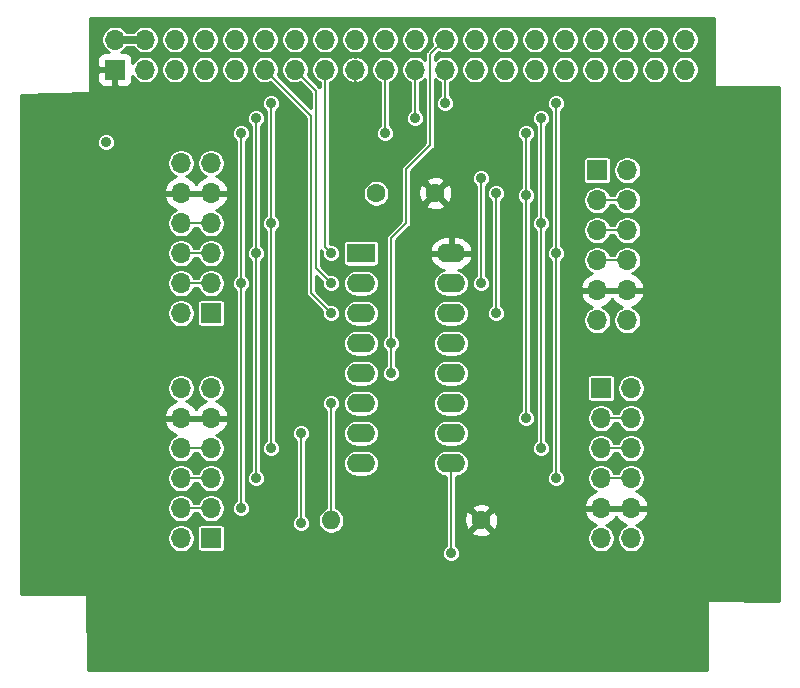
<source format=gbr>
G04 #@! TF.GenerationSoftware,KiCad,Pcbnew,(5.1.5)-3*
G04 #@! TF.CreationDate,2021-06-18T18:55:48-04:00*
G04 #@! TF.ProjectId,RPI_SPI8,5250495f-5350-4493-982e-6b696361645f,2*
G04 #@! TF.SameCoordinates,Original*
G04 #@! TF.FileFunction,Copper,L1,Top*
G04 #@! TF.FilePolarity,Positive*
%FSLAX46Y46*%
G04 Gerber Fmt 4.6, Leading zero omitted, Abs format (unit mm)*
G04 Created by KiCad (PCBNEW (5.1.5)-3) date 2021-06-18 18:55:48*
%MOMM*%
%LPD*%
G04 APERTURE LIST*
%ADD10O,1.700000X1.700000*%
%ADD11R,1.700000X1.700000*%
%ADD12R,2.400000X1.600000*%
%ADD13O,2.400000X1.600000*%
%ADD14C,1.600000*%
%ADD15O,1.600000X1.600000*%
%ADD16C,0.889000*%
%ADD17C,0.152400*%
%ADD18C,0.635000*%
%ADD19C,0.203200*%
%ADD20C,0.254000*%
G04 APERTURE END LIST*
D10*
X13970000Y-31750000D03*
X16510000Y-31750000D03*
X13970000Y-34290000D03*
X16510000Y-34290000D03*
X13970000Y-36830000D03*
X16510000Y-36830000D03*
X13970000Y-39370000D03*
X16510000Y-39370000D03*
X13970000Y-41910000D03*
X16510000Y-41910000D03*
X13970000Y-44450000D03*
D11*
X16510000Y-44450000D03*
D10*
X56630000Y-2230000D03*
X56630000Y-4770000D03*
X54090000Y-2230000D03*
X54090000Y-4770000D03*
X51550000Y-2230000D03*
X51550000Y-4770000D03*
X49010000Y-2230000D03*
X49010000Y-4770000D03*
X46470000Y-2230000D03*
X46470000Y-4770000D03*
X43930000Y-2230000D03*
X43930000Y-4770000D03*
X41390000Y-2230000D03*
X41390000Y-4770000D03*
X38850000Y-2230000D03*
X38850000Y-4770000D03*
X36310000Y-2230000D03*
X36310000Y-4770000D03*
X33770000Y-2230000D03*
X33770000Y-4770000D03*
X31230000Y-2230000D03*
X31230000Y-4770000D03*
X28690000Y-2230000D03*
X28690000Y-4770000D03*
X26150000Y-2230000D03*
X26150000Y-4770000D03*
X23610000Y-2230000D03*
X23610000Y-4770000D03*
X21070000Y-2230000D03*
X21070000Y-4770000D03*
X18530000Y-2230000D03*
X18530000Y-4770000D03*
X15990000Y-2230000D03*
X15990000Y-4770000D03*
X13450000Y-2230000D03*
X13450000Y-4770000D03*
X10910000Y-2230000D03*
X10910000Y-4770000D03*
X8370000Y-2230000D03*
D11*
X8370000Y-4770000D03*
X49530000Y-31750000D03*
D10*
X52070000Y-31750000D03*
X49530000Y-34290000D03*
X52070000Y-34290000D03*
X49530000Y-36830000D03*
X52070000Y-36830000D03*
X49530000Y-39370000D03*
X52070000Y-39370000D03*
X49530000Y-41910000D03*
X52070000Y-41910000D03*
X49530000Y-44450000D03*
X52070000Y-44450000D03*
D11*
X49200000Y-13300000D03*
D10*
X51740000Y-13300000D03*
X49200000Y-15840000D03*
X51740000Y-15840000D03*
X49200000Y-18380000D03*
X51740000Y-18380000D03*
X49200000Y-20920000D03*
X51740000Y-20920000D03*
X49200000Y-23460000D03*
X51740000Y-23460000D03*
X49200000Y-26000000D03*
X51740000Y-26000000D03*
D12*
X29210000Y-20320000D03*
D13*
X36830000Y-38100000D03*
X29210000Y-22860000D03*
X36830000Y-35560000D03*
X29210000Y-25400000D03*
X36830000Y-33020000D03*
X29210000Y-27940000D03*
X36830000Y-30480000D03*
X29210000Y-30480000D03*
X36830000Y-27940000D03*
X29210000Y-33020000D03*
X36830000Y-25400000D03*
X29210000Y-35560000D03*
X36830000Y-22860000D03*
X29210000Y-38100000D03*
X36830000Y-20320000D03*
D14*
X30480000Y-15240000D03*
X35480000Y-15240000D03*
X39370000Y-42926000D03*
D15*
X26670000Y-42926000D03*
D11*
X16510000Y-25400000D03*
D10*
X13970000Y-25400000D03*
X16510000Y-22860000D03*
X13970000Y-22860000D03*
X16510000Y-20320000D03*
X13970000Y-20320000D03*
X16510000Y-17780000D03*
X13970000Y-17780000D03*
X16510000Y-15240000D03*
X13970000Y-15240000D03*
X16510000Y-12700000D03*
X13970000Y-12700000D03*
D16*
X7620000Y-10922000D03*
X31750000Y-27940000D03*
X31750000Y-30480000D03*
X21590000Y-36830000D03*
X16510000Y-17780000D03*
X21590000Y-17780000D03*
X21590000Y-7620000D03*
X45720000Y-7620000D03*
X45720000Y-20320000D03*
X45720000Y-39370000D03*
X36322000Y-7620000D03*
X20320000Y-39370000D03*
X20320000Y-20320000D03*
X20320000Y-8890000D03*
X44450000Y-17780000D03*
X44450000Y-8890000D03*
X44450000Y-8890000D03*
X44450000Y-36830000D03*
X33782000Y-8890000D03*
X19050000Y-41910000D03*
X19050000Y-22860000D03*
X19050000Y-10160000D03*
X43180000Y-15434499D03*
X43180000Y-10160000D03*
X43180000Y-34290000D03*
X31242000Y-10160000D03*
X26670000Y-20320000D03*
X26670000Y-22860000D03*
X26670000Y-25400000D03*
X36830000Y-45720000D03*
X40640000Y-15240000D03*
X40640000Y-25400000D03*
X24130000Y-43180000D03*
X24130000Y-35560000D03*
X39370000Y-22860000D03*
X39370000Y-13970000D03*
X26670000Y-33020000D03*
D17*
X7540000Y-10842000D02*
X7620000Y-10922000D01*
D18*
X8370000Y-2230000D02*
X10910000Y-2230000D01*
X8370000Y-2230000D02*
X7930000Y-2230000D01*
D19*
X28690000Y-4770000D02*
X28690000Y-5957000D01*
X31750000Y-27940000D02*
X31750000Y-19050000D01*
X33020000Y-17780000D02*
X33020000Y-13208000D01*
X35052000Y-3488000D02*
X36310000Y-2230000D01*
X33020000Y-13208000D02*
X35052000Y-11176000D01*
X31750000Y-19050000D02*
X33020000Y-17780000D01*
X35052000Y-11176000D02*
X35052000Y-3488000D01*
X31750000Y-27940000D02*
X31750000Y-30480000D01*
D17*
X36310000Y-5062908D02*
X36310000Y-4770000D01*
D19*
X51740000Y-20920000D02*
X49200000Y-20920000D01*
X13970000Y-17780000D02*
X16510000Y-17780000D01*
X13970000Y-36830000D02*
X16510000Y-36830000D01*
X21590000Y-36830000D02*
X21590000Y-17780000D01*
X21590000Y-17780000D02*
X21590000Y-7620000D01*
X45720000Y-7620000D02*
X45720000Y-20320000D01*
X45720000Y-39370000D02*
X45720000Y-20320000D01*
X36310000Y-7608000D02*
X36322000Y-7620000D01*
X36310000Y-4770000D02*
X36310000Y-7608000D01*
X50732081Y-39370000D02*
X52070000Y-39370000D01*
X49530000Y-39370000D02*
X50732081Y-39370000D01*
X51740000Y-18380000D02*
X49200000Y-18380000D01*
X13970000Y-20320000D02*
X16510000Y-20320000D01*
X13970000Y-39370000D02*
X16510000Y-39370000D01*
X20320000Y-39370000D02*
X20320000Y-20320000D01*
X20320000Y-20320000D02*
X20320000Y-8890000D01*
X44450000Y-17780000D02*
X44450000Y-8890000D01*
X44450000Y-17780000D02*
X44450000Y-36830000D01*
X33770000Y-4770000D02*
X33770000Y-8878000D01*
X33770000Y-8878000D02*
X33782000Y-8890000D01*
X49530000Y-36830000D02*
X52070000Y-36830000D01*
X51740000Y-15840000D02*
X49200000Y-15840000D01*
X13970000Y-22860000D02*
X16510000Y-22860000D01*
X13970000Y-41910000D02*
X16510000Y-41910000D01*
X19050000Y-41910000D02*
X19050000Y-22860000D01*
X19050000Y-22860000D02*
X19050000Y-10160000D01*
X43180000Y-15434499D02*
X43180000Y-10160000D01*
X43180000Y-15434499D02*
X43180000Y-34290000D01*
X31230000Y-10148000D02*
X31242000Y-10160000D01*
X31230000Y-4770000D02*
X31230000Y-10148000D01*
X49530000Y-34290000D02*
X52070000Y-34290000D01*
X26150000Y-19800000D02*
X26670000Y-20320000D01*
X26150000Y-4770000D02*
X26150000Y-19800000D01*
X26670000Y-22860000D02*
X25400000Y-21590000D01*
X25400000Y-6560000D02*
X23610000Y-4770000D01*
X25400000Y-21590000D02*
X25400000Y-6560000D01*
X26670000Y-25400000D02*
X24993590Y-23723590D01*
X24993590Y-8693590D02*
X21070000Y-4770000D01*
X24993590Y-23723590D02*
X24993590Y-8693590D01*
X36830000Y-45720000D02*
X36830000Y-38100000D01*
X40640000Y-25400000D02*
X40640000Y-15240000D01*
X24130000Y-43180000D02*
X24130000Y-35560000D01*
X24130000Y-35560000D02*
X24130000Y-36830000D01*
X39370000Y-22860000D02*
X39370000Y-13970000D01*
X26670000Y-42926000D02*
X26670000Y-33020000D01*
D20*
G36*
X59055000Y-6096000D02*
G01*
X59057440Y-6120776D01*
X59064667Y-6144601D01*
X59076403Y-6166557D01*
X59092197Y-6185803D01*
X59111443Y-6201597D01*
X59133399Y-6213333D01*
X59157224Y-6220560D01*
X59182000Y-6223000D01*
X64619800Y-6223000D01*
X64619801Y-49768536D01*
X58602016Y-49673016D01*
X58577204Y-49675063D01*
X58553268Y-49681911D01*
X58531127Y-49693297D01*
X58511634Y-49708783D01*
X58495536Y-49727776D01*
X58483453Y-49749543D01*
X58475849Y-49773250D01*
X58473000Y-49800000D01*
X58473000Y-55619800D01*
X6123060Y-55619800D01*
X6026985Y-49298070D01*
X6024169Y-49273334D01*
X6016581Y-49249622D01*
X6004512Y-49227846D01*
X5988428Y-49208843D01*
X5968945Y-49193343D01*
X5946812Y-49181942D01*
X5922881Y-49175078D01*
X5900000Y-49173000D01*
X380200Y-49173000D01*
X380200Y-44333760D01*
X12789800Y-44333760D01*
X12789800Y-44566240D01*
X12835155Y-44794252D01*
X12924121Y-45009034D01*
X13053279Y-45202333D01*
X13217667Y-45366721D01*
X13410966Y-45495879D01*
X13625748Y-45584845D01*
X13853760Y-45630200D01*
X14086240Y-45630200D01*
X14314252Y-45584845D01*
X14529034Y-45495879D01*
X14722333Y-45366721D01*
X14886721Y-45202333D01*
X15015879Y-45009034D01*
X15104845Y-44794252D01*
X15150200Y-44566240D01*
X15150200Y-44333760D01*
X15104845Y-44105748D01*
X15015879Y-43890966D01*
X14886721Y-43697667D01*
X14789054Y-43600000D01*
X15328203Y-43600000D01*
X15328203Y-45300000D01*
X15334578Y-45364730D01*
X15353460Y-45426973D01*
X15384121Y-45484337D01*
X15425384Y-45534616D01*
X15475663Y-45575879D01*
X15533027Y-45606540D01*
X15595270Y-45625422D01*
X15660000Y-45631797D01*
X17360000Y-45631797D01*
X17424730Y-45625422D01*
X17486973Y-45606540D01*
X17544337Y-45575879D01*
X17594616Y-45534616D01*
X17635879Y-45484337D01*
X17666540Y-45426973D01*
X17685422Y-45364730D01*
X17691797Y-45300000D01*
X17691797Y-43600000D01*
X17685422Y-43535270D01*
X17666540Y-43473027D01*
X17635879Y-43415663D01*
X17594616Y-43365384D01*
X17544337Y-43324121D01*
X17486973Y-43293460D01*
X17424730Y-43274578D01*
X17360000Y-43268203D01*
X15660000Y-43268203D01*
X15595270Y-43274578D01*
X15533027Y-43293460D01*
X15475663Y-43324121D01*
X15425384Y-43365384D01*
X15384121Y-43415663D01*
X15353460Y-43473027D01*
X15334578Y-43535270D01*
X15328203Y-43600000D01*
X14789054Y-43600000D01*
X14722333Y-43533279D01*
X14529034Y-43404121D01*
X14314252Y-43315155D01*
X14086240Y-43269800D01*
X13853760Y-43269800D01*
X13625748Y-43315155D01*
X13410966Y-43404121D01*
X13217667Y-43533279D01*
X13053279Y-43697667D01*
X12924121Y-43890966D01*
X12835155Y-44105748D01*
X12789800Y-44333760D01*
X380200Y-44333760D01*
X380200Y-41793760D01*
X12789800Y-41793760D01*
X12789800Y-42026240D01*
X12835155Y-42254252D01*
X12924121Y-42469034D01*
X13053279Y-42662333D01*
X13217667Y-42826721D01*
X13410966Y-42955879D01*
X13625748Y-43044845D01*
X13853760Y-43090200D01*
X14086240Y-43090200D01*
X14314252Y-43044845D01*
X14529034Y-42955879D01*
X14722333Y-42826721D01*
X14886721Y-42662333D01*
X15015879Y-42469034D01*
X15068581Y-42341800D01*
X15411419Y-42341800D01*
X15464121Y-42469034D01*
X15593279Y-42662333D01*
X15757667Y-42826721D01*
X15950966Y-42955879D01*
X16165748Y-43044845D01*
X16393760Y-43090200D01*
X16626240Y-43090200D01*
X16854252Y-43044845D01*
X17069034Y-42955879D01*
X17262333Y-42826721D01*
X17426721Y-42662333D01*
X17555879Y-42469034D01*
X17644845Y-42254252D01*
X17690200Y-42026240D01*
X17690200Y-41793760D01*
X17644845Y-41565748D01*
X17555879Y-41350966D01*
X17426721Y-41157667D01*
X17262333Y-40993279D01*
X17069034Y-40864121D01*
X16854252Y-40775155D01*
X16626240Y-40729800D01*
X16393760Y-40729800D01*
X16165748Y-40775155D01*
X15950966Y-40864121D01*
X15757667Y-40993279D01*
X15593279Y-41157667D01*
X15464121Y-41350966D01*
X15411419Y-41478200D01*
X15068581Y-41478200D01*
X15015879Y-41350966D01*
X14886721Y-41157667D01*
X14722333Y-40993279D01*
X14529034Y-40864121D01*
X14314252Y-40775155D01*
X14086240Y-40729800D01*
X13853760Y-40729800D01*
X13625748Y-40775155D01*
X13410966Y-40864121D01*
X13217667Y-40993279D01*
X13053279Y-41157667D01*
X12924121Y-41350966D01*
X12835155Y-41565748D01*
X12789800Y-41793760D01*
X380200Y-41793760D01*
X380200Y-39253760D01*
X12789800Y-39253760D01*
X12789800Y-39486240D01*
X12835155Y-39714252D01*
X12924121Y-39929034D01*
X13053279Y-40122333D01*
X13217667Y-40286721D01*
X13410966Y-40415879D01*
X13625748Y-40504845D01*
X13853760Y-40550200D01*
X14086240Y-40550200D01*
X14314252Y-40504845D01*
X14529034Y-40415879D01*
X14722333Y-40286721D01*
X14886721Y-40122333D01*
X15015879Y-39929034D01*
X15068581Y-39801800D01*
X15411419Y-39801800D01*
X15464121Y-39929034D01*
X15593279Y-40122333D01*
X15757667Y-40286721D01*
X15950966Y-40415879D01*
X16165748Y-40504845D01*
X16393760Y-40550200D01*
X16626240Y-40550200D01*
X16854252Y-40504845D01*
X17069034Y-40415879D01*
X17262333Y-40286721D01*
X17426721Y-40122333D01*
X17555879Y-39929034D01*
X17644845Y-39714252D01*
X17690200Y-39486240D01*
X17690200Y-39253760D01*
X17644845Y-39025748D01*
X17555879Y-38810966D01*
X17426721Y-38617667D01*
X17262333Y-38453279D01*
X17069034Y-38324121D01*
X16854252Y-38235155D01*
X16626240Y-38189800D01*
X16393760Y-38189800D01*
X16165748Y-38235155D01*
X15950966Y-38324121D01*
X15757667Y-38453279D01*
X15593279Y-38617667D01*
X15464121Y-38810966D01*
X15411419Y-38938200D01*
X15068581Y-38938200D01*
X15015879Y-38810966D01*
X14886721Y-38617667D01*
X14722333Y-38453279D01*
X14529034Y-38324121D01*
X14314252Y-38235155D01*
X14086240Y-38189800D01*
X13853760Y-38189800D01*
X13625748Y-38235155D01*
X13410966Y-38324121D01*
X13217667Y-38453279D01*
X13053279Y-38617667D01*
X12924121Y-38810966D01*
X12835155Y-39025748D01*
X12789800Y-39253760D01*
X380200Y-39253760D01*
X380200Y-34646890D01*
X12528524Y-34646890D01*
X12573175Y-34794099D01*
X12698359Y-35056920D01*
X12872412Y-35290269D01*
X13088645Y-35485178D01*
X13338748Y-35634157D01*
X13572676Y-35717138D01*
X13410966Y-35784121D01*
X13217667Y-35913279D01*
X13053279Y-36077667D01*
X12924121Y-36270966D01*
X12835155Y-36485748D01*
X12789800Y-36713760D01*
X12789800Y-36946240D01*
X12835155Y-37174252D01*
X12924121Y-37389034D01*
X13053279Y-37582333D01*
X13217667Y-37746721D01*
X13410966Y-37875879D01*
X13625748Y-37964845D01*
X13853760Y-38010200D01*
X14086240Y-38010200D01*
X14314252Y-37964845D01*
X14529034Y-37875879D01*
X14722333Y-37746721D01*
X14886721Y-37582333D01*
X15015879Y-37389034D01*
X15068581Y-37261800D01*
X15411419Y-37261800D01*
X15464121Y-37389034D01*
X15593279Y-37582333D01*
X15757667Y-37746721D01*
X15950966Y-37875879D01*
X16165748Y-37964845D01*
X16393760Y-38010200D01*
X16626240Y-38010200D01*
X16854252Y-37964845D01*
X17069034Y-37875879D01*
X17262333Y-37746721D01*
X17426721Y-37582333D01*
X17555879Y-37389034D01*
X17644845Y-37174252D01*
X17690200Y-36946240D01*
X17690200Y-36713760D01*
X17644845Y-36485748D01*
X17555879Y-36270966D01*
X17426721Y-36077667D01*
X17262333Y-35913279D01*
X17069034Y-35784121D01*
X16907324Y-35717138D01*
X17141252Y-35634157D01*
X17391355Y-35485178D01*
X17607588Y-35290269D01*
X17781641Y-35056920D01*
X17906825Y-34794099D01*
X17951476Y-34646890D01*
X17830155Y-34417000D01*
X16637000Y-34417000D01*
X16637000Y-34437000D01*
X16383000Y-34437000D01*
X16383000Y-34417000D01*
X14097000Y-34417000D01*
X14097000Y-34437000D01*
X13843000Y-34437000D01*
X13843000Y-34417000D01*
X12649845Y-34417000D01*
X12528524Y-34646890D01*
X380200Y-34646890D01*
X380200Y-33933110D01*
X12528524Y-33933110D01*
X12649845Y-34163000D01*
X13843000Y-34163000D01*
X13843000Y-34143000D01*
X14097000Y-34143000D01*
X14097000Y-34163000D01*
X16383000Y-34163000D01*
X16383000Y-34143000D01*
X16637000Y-34143000D01*
X16637000Y-34163000D01*
X17830155Y-34163000D01*
X17951476Y-33933110D01*
X17906825Y-33785901D01*
X17781641Y-33523080D01*
X17607588Y-33289731D01*
X17391355Y-33094822D01*
X17141252Y-32945843D01*
X16907324Y-32862862D01*
X17069034Y-32795879D01*
X17262333Y-32666721D01*
X17426721Y-32502333D01*
X17555879Y-32309034D01*
X17644845Y-32094252D01*
X17690200Y-31866240D01*
X17690200Y-31633760D01*
X17644845Y-31405748D01*
X17555879Y-31190966D01*
X17426721Y-30997667D01*
X17262333Y-30833279D01*
X17069034Y-30704121D01*
X16854252Y-30615155D01*
X16626240Y-30569800D01*
X16393760Y-30569800D01*
X16165748Y-30615155D01*
X15950966Y-30704121D01*
X15757667Y-30833279D01*
X15593279Y-30997667D01*
X15464121Y-31190966D01*
X15375155Y-31405748D01*
X15329800Y-31633760D01*
X15329800Y-31866240D01*
X15375155Y-32094252D01*
X15464121Y-32309034D01*
X15593279Y-32502333D01*
X15757667Y-32666721D01*
X15950966Y-32795879D01*
X16112676Y-32862862D01*
X15878748Y-32945843D01*
X15628645Y-33094822D01*
X15412412Y-33289731D01*
X15240000Y-33520880D01*
X15067588Y-33289731D01*
X14851355Y-33094822D01*
X14601252Y-32945843D01*
X14367324Y-32862862D01*
X14529034Y-32795879D01*
X14722333Y-32666721D01*
X14886721Y-32502333D01*
X15015879Y-32309034D01*
X15104845Y-32094252D01*
X15150200Y-31866240D01*
X15150200Y-31633760D01*
X15104845Y-31405748D01*
X15015879Y-31190966D01*
X14886721Y-30997667D01*
X14722333Y-30833279D01*
X14529034Y-30704121D01*
X14314252Y-30615155D01*
X14086240Y-30569800D01*
X13853760Y-30569800D01*
X13625748Y-30615155D01*
X13410966Y-30704121D01*
X13217667Y-30833279D01*
X13053279Y-30997667D01*
X12924121Y-31190966D01*
X12835155Y-31405748D01*
X12789800Y-31633760D01*
X12789800Y-31866240D01*
X12835155Y-32094252D01*
X12924121Y-32309034D01*
X13053279Y-32502333D01*
X13217667Y-32666721D01*
X13410966Y-32795879D01*
X13572676Y-32862862D01*
X13338748Y-32945843D01*
X13088645Y-33094822D01*
X12872412Y-33289731D01*
X12698359Y-33523080D01*
X12573175Y-33785901D01*
X12528524Y-33933110D01*
X380200Y-33933110D01*
X380200Y-25283760D01*
X12789800Y-25283760D01*
X12789800Y-25516240D01*
X12835155Y-25744252D01*
X12924121Y-25959034D01*
X13053279Y-26152333D01*
X13217667Y-26316721D01*
X13410966Y-26445879D01*
X13625748Y-26534845D01*
X13853760Y-26580200D01*
X14086240Y-26580200D01*
X14314252Y-26534845D01*
X14529034Y-26445879D01*
X14722333Y-26316721D01*
X14886721Y-26152333D01*
X15015879Y-25959034D01*
X15104845Y-25744252D01*
X15150200Y-25516240D01*
X15150200Y-25283760D01*
X15104845Y-25055748D01*
X15015879Y-24840966D01*
X14886721Y-24647667D01*
X14789054Y-24550000D01*
X15328203Y-24550000D01*
X15328203Y-26250000D01*
X15334578Y-26314730D01*
X15353460Y-26376973D01*
X15384121Y-26434337D01*
X15425384Y-26484616D01*
X15475663Y-26525879D01*
X15533027Y-26556540D01*
X15595270Y-26575422D01*
X15660000Y-26581797D01*
X17360000Y-26581797D01*
X17424730Y-26575422D01*
X17486973Y-26556540D01*
X17544337Y-26525879D01*
X17594616Y-26484616D01*
X17635879Y-26434337D01*
X17666540Y-26376973D01*
X17685422Y-26314730D01*
X17691797Y-26250000D01*
X17691797Y-24550000D01*
X17685422Y-24485270D01*
X17666540Y-24423027D01*
X17635879Y-24365663D01*
X17594616Y-24315384D01*
X17544337Y-24274121D01*
X17486973Y-24243460D01*
X17424730Y-24224578D01*
X17360000Y-24218203D01*
X15660000Y-24218203D01*
X15595270Y-24224578D01*
X15533027Y-24243460D01*
X15475663Y-24274121D01*
X15425384Y-24315384D01*
X15384121Y-24365663D01*
X15353460Y-24423027D01*
X15334578Y-24485270D01*
X15328203Y-24550000D01*
X14789054Y-24550000D01*
X14722333Y-24483279D01*
X14529034Y-24354121D01*
X14314252Y-24265155D01*
X14086240Y-24219800D01*
X13853760Y-24219800D01*
X13625748Y-24265155D01*
X13410966Y-24354121D01*
X13217667Y-24483279D01*
X13053279Y-24647667D01*
X12924121Y-24840966D01*
X12835155Y-25055748D01*
X12789800Y-25283760D01*
X380200Y-25283760D01*
X380200Y-22743760D01*
X12789800Y-22743760D01*
X12789800Y-22976240D01*
X12835155Y-23204252D01*
X12924121Y-23419034D01*
X13053279Y-23612333D01*
X13217667Y-23776721D01*
X13410966Y-23905879D01*
X13625748Y-23994845D01*
X13853760Y-24040200D01*
X14086240Y-24040200D01*
X14314252Y-23994845D01*
X14529034Y-23905879D01*
X14722333Y-23776721D01*
X14886721Y-23612333D01*
X15015879Y-23419034D01*
X15068581Y-23291800D01*
X15411419Y-23291800D01*
X15464121Y-23419034D01*
X15593279Y-23612333D01*
X15757667Y-23776721D01*
X15950966Y-23905879D01*
X16165748Y-23994845D01*
X16393760Y-24040200D01*
X16626240Y-24040200D01*
X16854252Y-23994845D01*
X17069034Y-23905879D01*
X17262333Y-23776721D01*
X17426721Y-23612333D01*
X17555879Y-23419034D01*
X17644845Y-23204252D01*
X17690200Y-22976240D01*
X17690200Y-22743760D01*
X17644845Y-22515748D01*
X17555879Y-22300966D01*
X17426721Y-22107667D01*
X17262333Y-21943279D01*
X17069034Y-21814121D01*
X16854252Y-21725155D01*
X16626240Y-21679800D01*
X16393760Y-21679800D01*
X16165748Y-21725155D01*
X15950966Y-21814121D01*
X15757667Y-21943279D01*
X15593279Y-22107667D01*
X15464121Y-22300966D01*
X15411419Y-22428200D01*
X15068581Y-22428200D01*
X15015879Y-22300966D01*
X14886721Y-22107667D01*
X14722333Y-21943279D01*
X14529034Y-21814121D01*
X14314252Y-21725155D01*
X14086240Y-21679800D01*
X13853760Y-21679800D01*
X13625748Y-21725155D01*
X13410966Y-21814121D01*
X13217667Y-21943279D01*
X13053279Y-22107667D01*
X12924121Y-22300966D01*
X12835155Y-22515748D01*
X12789800Y-22743760D01*
X380200Y-22743760D01*
X380200Y-20203760D01*
X12789800Y-20203760D01*
X12789800Y-20436240D01*
X12835155Y-20664252D01*
X12924121Y-20879034D01*
X13053279Y-21072333D01*
X13217667Y-21236721D01*
X13410966Y-21365879D01*
X13625748Y-21454845D01*
X13853760Y-21500200D01*
X14086240Y-21500200D01*
X14314252Y-21454845D01*
X14529034Y-21365879D01*
X14722333Y-21236721D01*
X14886721Y-21072333D01*
X15015879Y-20879034D01*
X15068581Y-20751800D01*
X15411419Y-20751800D01*
X15464121Y-20879034D01*
X15593279Y-21072333D01*
X15757667Y-21236721D01*
X15950966Y-21365879D01*
X16165748Y-21454845D01*
X16393760Y-21500200D01*
X16626240Y-21500200D01*
X16854252Y-21454845D01*
X17069034Y-21365879D01*
X17262333Y-21236721D01*
X17426721Y-21072333D01*
X17555879Y-20879034D01*
X17644845Y-20664252D01*
X17690200Y-20436240D01*
X17690200Y-20203760D01*
X17644845Y-19975748D01*
X17555879Y-19760966D01*
X17426721Y-19567667D01*
X17262333Y-19403279D01*
X17069034Y-19274121D01*
X16854252Y-19185155D01*
X16626240Y-19139800D01*
X16393760Y-19139800D01*
X16165748Y-19185155D01*
X15950966Y-19274121D01*
X15757667Y-19403279D01*
X15593279Y-19567667D01*
X15464121Y-19760966D01*
X15411419Y-19888200D01*
X15068581Y-19888200D01*
X15015879Y-19760966D01*
X14886721Y-19567667D01*
X14722333Y-19403279D01*
X14529034Y-19274121D01*
X14314252Y-19185155D01*
X14086240Y-19139800D01*
X13853760Y-19139800D01*
X13625748Y-19185155D01*
X13410966Y-19274121D01*
X13217667Y-19403279D01*
X13053279Y-19567667D01*
X12924121Y-19760966D01*
X12835155Y-19975748D01*
X12789800Y-20203760D01*
X380200Y-20203760D01*
X380200Y-15596890D01*
X12528524Y-15596890D01*
X12573175Y-15744099D01*
X12698359Y-16006920D01*
X12872412Y-16240269D01*
X13088645Y-16435178D01*
X13338748Y-16584157D01*
X13572676Y-16667138D01*
X13410966Y-16734121D01*
X13217667Y-16863279D01*
X13053279Y-17027667D01*
X12924121Y-17220966D01*
X12835155Y-17435748D01*
X12789800Y-17663760D01*
X12789800Y-17896240D01*
X12835155Y-18124252D01*
X12924121Y-18339034D01*
X13053279Y-18532333D01*
X13217667Y-18696721D01*
X13410966Y-18825879D01*
X13625748Y-18914845D01*
X13853760Y-18960200D01*
X14086240Y-18960200D01*
X14314252Y-18914845D01*
X14529034Y-18825879D01*
X14722333Y-18696721D01*
X14886721Y-18532333D01*
X15015879Y-18339034D01*
X15068581Y-18211800D01*
X15411419Y-18211800D01*
X15464121Y-18339034D01*
X15593279Y-18532333D01*
X15757667Y-18696721D01*
X15950966Y-18825879D01*
X16165748Y-18914845D01*
X16393760Y-18960200D01*
X16626240Y-18960200D01*
X16854252Y-18914845D01*
X17069034Y-18825879D01*
X17262333Y-18696721D01*
X17426721Y-18532333D01*
X17555879Y-18339034D01*
X17644845Y-18124252D01*
X17690200Y-17896240D01*
X17690200Y-17663760D01*
X17644845Y-17435748D01*
X17555879Y-17220966D01*
X17426721Y-17027667D01*
X17262333Y-16863279D01*
X17069034Y-16734121D01*
X16907324Y-16667138D01*
X17141252Y-16584157D01*
X17391355Y-16435178D01*
X17607588Y-16240269D01*
X17781641Y-16006920D01*
X17906825Y-15744099D01*
X17951476Y-15596890D01*
X17830155Y-15367000D01*
X16637000Y-15367000D01*
X16637000Y-15387000D01*
X16383000Y-15387000D01*
X16383000Y-15367000D01*
X14097000Y-15367000D01*
X14097000Y-15387000D01*
X13843000Y-15387000D01*
X13843000Y-15367000D01*
X12649845Y-15367000D01*
X12528524Y-15596890D01*
X380200Y-15596890D01*
X380200Y-14883110D01*
X12528524Y-14883110D01*
X12649845Y-15113000D01*
X13843000Y-15113000D01*
X13843000Y-15093000D01*
X14097000Y-15093000D01*
X14097000Y-15113000D01*
X16383000Y-15113000D01*
X16383000Y-15093000D01*
X16637000Y-15093000D01*
X16637000Y-15113000D01*
X17830155Y-15113000D01*
X17951476Y-14883110D01*
X17906825Y-14735901D01*
X17781641Y-14473080D01*
X17607588Y-14239731D01*
X17391355Y-14044822D01*
X17141252Y-13895843D01*
X16907324Y-13812862D01*
X17069034Y-13745879D01*
X17262333Y-13616721D01*
X17426721Y-13452333D01*
X17555879Y-13259034D01*
X17644845Y-13044252D01*
X17690200Y-12816240D01*
X17690200Y-12583760D01*
X17644845Y-12355748D01*
X17555879Y-12140966D01*
X17426721Y-11947667D01*
X17262333Y-11783279D01*
X17069034Y-11654121D01*
X16854252Y-11565155D01*
X16626240Y-11519800D01*
X16393760Y-11519800D01*
X16165748Y-11565155D01*
X15950966Y-11654121D01*
X15757667Y-11783279D01*
X15593279Y-11947667D01*
X15464121Y-12140966D01*
X15375155Y-12355748D01*
X15329800Y-12583760D01*
X15329800Y-12816240D01*
X15375155Y-13044252D01*
X15464121Y-13259034D01*
X15593279Y-13452333D01*
X15757667Y-13616721D01*
X15950966Y-13745879D01*
X16112676Y-13812862D01*
X15878748Y-13895843D01*
X15628645Y-14044822D01*
X15412412Y-14239731D01*
X15240000Y-14470880D01*
X15067588Y-14239731D01*
X14851355Y-14044822D01*
X14601252Y-13895843D01*
X14367324Y-13812862D01*
X14529034Y-13745879D01*
X14722333Y-13616721D01*
X14886721Y-13452333D01*
X15015879Y-13259034D01*
X15104845Y-13044252D01*
X15150200Y-12816240D01*
X15150200Y-12583760D01*
X15104845Y-12355748D01*
X15015879Y-12140966D01*
X14886721Y-11947667D01*
X14722333Y-11783279D01*
X14529034Y-11654121D01*
X14314252Y-11565155D01*
X14086240Y-11519800D01*
X13853760Y-11519800D01*
X13625748Y-11565155D01*
X13410966Y-11654121D01*
X13217667Y-11783279D01*
X13053279Y-11947667D01*
X12924121Y-12140966D01*
X12835155Y-12355748D01*
X12789800Y-12583760D01*
X12789800Y-12816240D01*
X12835155Y-13044252D01*
X12924121Y-13259034D01*
X13053279Y-13452333D01*
X13217667Y-13616721D01*
X13410966Y-13745879D01*
X13572676Y-13812862D01*
X13338748Y-13895843D01*
X13088645Y-14044822D01*
X12872412Y-14239731D01*
X12698359Y-14473080D01*
X12573175Y-14735901D01*
X12528524Y-14883110D01*
X380200Y-14883110D01*
X380200Y-10845699D01*
X6845300Y-10845699D01*
X6845300Y-10998301D01*
X6875072Y-11147972D01*
X6933470Y-11288958D01*
X7018252Y-11415842D01*
X7126158Y-11523748D01*
X7253042Y-11608530D01*
X7394028Y-11666928D01*
X7543699Y-11696700D01*
X7696301Y-11696700D01*
X7845972Y-11666928D01*
X7986958Y-11608530D01*
X8113842Y-11523748D01*
X8221748Y-11415842D01*
X8306530Y-11288958D01*
X8364928Y-11147972D01*
X8394700Y-10998301D01*
X8394700Y-10845699D01*
X8364928Y-10696028D01*
X8306530Y-10555042D01*
X8221748Y-10428158D01*
X8113842Y-10320252D01*
X7986958Y-10235470D01*
X7845972Y-10177072D01*
X7696301Y-10147300D01*
X7543699Y-10147300D01*
X7394028Y-10177072D01*
X7253042Y-10235470D01*
X7126158Y-10320252D01*
X7018252Y-10428158D01*
X6933470Y-10555042D01*
X6875072Y-10696028D01*
X6845300Y-10845699D01*
X380200Y-10845699D01*
X380200Y-10083699D01*
X18275300Y-10083699D01*
X18275300Y-10236301D01*
X18305072Y-10385972D01*
X18363470Y-10526958D01*
X18448252Y-10653842D01*
X18556158Y-10761748D01*
X18618201Y-10803204D01*
X18618200Y-22216796D01*
X18556158Y-22258252D01*
X18448252Y-22366158D01*
X18363470Y-22493042D01*
X18305072Y-22634028D01*
X18275300Y-22783699D01*
X18275300Y-22936301D01*
X18305072Y-23085972D01*
X18363470Y-23226958D01*
X18448252Y-23353842D01*
X18556158Y-23461748D01*
X18618201Y-23503204D01*
X18618200Y-41266796D01*
X18556158Y-41308252D01*
X18448252Y-41416158D01*
X18363470Y-41543042D01*
X18305072Y-41684028D01*
X18275300Y-41833699D01*
X18275300Y-41986301D01*
X18305072Y-42135972D01*
X18363470Y-42276958D01*
X18448252Y-42403842D01*
X18556158Y-42511748D01*
X18683042Y-42596530D01*
X18824028Y-42654928D01*
X18973699Y-42684700D01*
X19126301Y-42684700D01*
X19275972Y-42654928D01*
X19416958Y-42596530D01*
X19543842Y-42511748D01*
X19651748Y-42403842D01*
X19736530Y-42276958D01*
X19794928Y-42135972D01*
X19824700Y-41986301D01*
X19824700Y-41833699D01*
X19794928Y-41684028D01*
X19736530Y-41543042D01*
X19651748Y-41416158D01*
X19543842Y-41308252D01*
X19481800Y-41266796D01*
X19481800Y-23503204D01*
X19543842Y-23461748D01*
X19651748Y-23353842D01*
X19736530Y-23226958D01*
X19794928Y-23085972D01*
X19824700Y-22936301D01*
X19824700Y-22783699D01*
X19794928Y-22634028D01*
X19736530Y-22493042D01*
X19651748Y-22366158D01*
X19543842Y-22258252D01*
X19481800Y-22216796D01*
X19481800Y-10803204D01*
X19543842Y-10761748D01*
X19651748Y-10653842D01*
X19736530Y-10526958D01*
X19794928Y-10385972D01*
X19824700Y-10236301D01*
X19824700Y-10083699D01*
X19794928Y-9934028D01*
X19736530Y-9793042D01*
X19651748Y-9666158D01*
X19543842Y-9558252D01*
X19416958Y-9473470D01*
X19275972Y-9415072D01*
X19126301Y-9385300D01*
X18973699Y-9385300D01*
X18824028Y-9415072D01*
X18683042Y-9473470D01*
X18556158Y-9558252D01*
X18448252Y-9666158D01*
X18363470Y-9793042D01*
X18305072Y-9934028D01*
X18275300Y-10083699D01*
X380200Y-10083699D01*
X380200Y-8813699D01*
X19545300Y-8813699D01*
X19545300Y-8966301D01*
X19575072Y-9115972D01*
X19633470Y-9256958D01*
X19718252Y-9383842D01*
X19826158Y-9491748D01*
X19888201Y-9533204D01*
X19888200Y-19676796D01*
X19826158Y-19718252D01*
X19718252Y-19826158D01*
X19633470Y-19953042D01*
X19575072Y-20094028D01*
X19545300Y-20243699D01*
X19545300Y-20396301D01*
X19575072Y-20545972D01*
X19633470Y-20686958D01*
X19718252Y-20813842D01*
X19826158Y-20921748D01*
X19888201Y-20963204D01*
X19888200Y-38726796D01*
X19826158Y-38768252D01*
X19718252Y-38876158D01*
X19633470Y-39003042D01*
X19575072Y-39144028D01*
X19545300Y-39293699D01*
X19545300Y-39446301D01*
X19575072Y-39595972D01*
X19633470Y-39736958D01*
X19718252Y-39863842D01*
X19826158Y-39971748D01*
X19953042Y-40056530D01*
X20094028Y-40114928D01*
X20243699Y-40144700D01*
X20396301Y-40144700D01*
X20545972Y-40114928D01*
X20686958Y-40056530D01*
X20813842Y-39971748D01*
X20921748Y-39863842D01*
X21006530Y-39736958D01*
X21064928Y-39595972D01*
X21094700Y-39446301D01*
X21094700Y-39293699D01*
X21064928Y-39144028D01*
X21006530Y-39003042D01*
X20921748Y-38876158D01*
X20813842Y-38768252D01*
X20751800Y-38726796D01*
X20751800Y-20963204D01*
X20813842Y-20921748D01*
X20921748Y-20813842D01*
X21006530Y-20686958D01*
X21064928Y-20545972D01*
X21094700Y-20396301D01*
X21094700Y-20243699D01*
X21064928Y-20094028D01*
X21006530Y-19953042D01*
X20921748Y-19826158D01*
X20813842Y-19718252D01*
X20751800Y-19676796D01*
X20751800Y-9533204D01*
X20813842Y-9491748D01*
X20921748Y-9383842D01*
X21006530Y-9256958D01*
X21064928Y-9115972D01*
X21094700Y-8966301D01*
X21094700Y-8813699D01*
X21064928Y-8664028D01*
X21006530Y-8523042D01*
X20921748Y-8396158D01*
X20813842Y-8288252D01*
X20686958Y-8203470D01*
X20545972Y-8145072D01*
X20396301Y-8115300D01*
X20243699Y-8115300D01*
X20094028Y-8145072D01*
X19953042Y-8203470D01*
X19826158Y-8288252D01*
X19718252Y-8396158D01*
X19633470Y-8523042D01*
X19575072Y-8664028D01*
X19545300Y-8813699D01*
X380200Y-8813699D01*
X380200Y-7543699D01*
X20815300Y-7543699D01*
X20815300Y-7696301D01*
X20845072Y-7845972D01*
X20903470Y-7986958D01*
X20988252Y-8113842D01*
X21096158Y-8221748D01*
X21158201Y-8263204D01*
X21158200Y-17136796D01*
X21096158Y-17178252D01*
X20988252Y-17286158D01*
X20903470Y-17413042D01*
X20845072Y-17554028D01*
X20815300Y-17703699D01*
X20815300Y-17856301D01*
X20845072Y-18005972D01*
X20903470Y-18146958D01*
X20988252Y-18273842D01*
X21096158Y-18381748D01*
X21158201Y-18423204D01*
X21158200Y-36186796D01*
X21096158Y-36228252D01*
X20988252Y-36336158D01*
X20903470Y-36463042D01*
X20845072Y-36604028D01*
X20815300Y-36753699D01*
X20815300Y-36906301D01*
X20845072Y-37055972D01*
X20903470Y-37196958D01*
X20988252Y-37323842D01*
X21096158Y-37431748D01*
X21223042Y-37516530D01*
X21364028Y-37574928D01*
X21513699Y-37604700D01*
X21666301Y-37604700D01*
X21815972Y-37574928D01*
X21956958Y-37516530D01*
X22083842Y-37431748D01*
X22191748Y-37323842D01*
X22276530Y-37196958D01*
X22334928Y-37055972D01*
X22364700Y-36906301D01*
X22364700Y-36753699D01*
X22334928Y-36604028D01*
X22276530Y-36463042D01*
X22191748Y-36336158D01*
X22083842Y-36228252D01*
X22021800Y-36186796D01*
X22021800Y-35483699D01*
X23355300Y-35483699D01*
X23355300Y-35636301D01*
X23385072Y-35785972D01*
X23443470Y-35926958D01*
X23528252Y-36053842D01*
X23636158Y-36161748D01*
X23698201Y-36203204D01*
X23698201Y-36228252D01*
X23698200Y-42536796D01*
X23636158Y-42578252D01*
X23528252Y-42686158D01*
X23443470Y-42813042D01*
X23385072Y-42954028D01*
X23355300Y-43103699D01*
X23355300Y-43256301D01*
X23385072Y-43405972D01*
X23443470Y-43546958D01*
X23528252Y-43673842D01*
X23636158Y-43781748D01*
X23763042Y-43866530D01*
X23904028Y-43924928D01*
X24053699Y-43954700D01*
X24206301Y-43954700D01*
X24355972Y-43924928D01*
X24496958Y-43866530D01*
X24623842Y-43781748D01*
X24731748Y-43673842D01*
X24816530Y-43546958D01*
X24874928Y-43405972D01*
X24904700Y-43256301D01*
X24904700Y-43103699D01*
X24874928Y-42954028D01*
X24817211Y-42814685D01*
X25539800Y-42814685D01*
X25539800Y-43037315D01*
X25583233Y-43255667D01*
X25668429Y-43461351D01*
X25792116Y-43646461D01*
X25949539Y-43803884D01*
X26134649Y-43927571D01*
X26340333Y-44012767D01*
X26558685Y-44056200D01*
X26781315Y-44056200D01*
X26999667Y-44012767D01*
X27205351Y-43927571D01*
X27390461Y-43803884D01*
X27547884Y-43646461D01*
X27671571Y-43461351D01*
X27756767Y-43255667D01*
X27800200Y-43037315D01*
X27800200Y-42814685D01*
X27756767Y-42596333D01*
X27671571Y-42390649D01*
X27547884Y-42205539D01*
X27390461Y-42048116D01*
X27205351Y-41924429D01*
X27101800Y-41881537D01*
X27101800Y-38100000D01*
X27674332Y-38100000D01*
X27696154Y-38321558D01*
X27760780Y-38534601D01*
X27865727Y-38730943D01*
X28006961Y-38903039D01*
X28179057Y-39044273D01*
X28375399Y-39149220D01*
X28588442Y-39213846D01*
X28754484Y-39230200D01*
X29665516Y-39230200D01*
X29831558Y-39213846D01*
X30044601Y-39149220D01*
X30240943Y-39044273D01*
X30413039Y-38903039D01*
X30554273Y-38730943D01*
X30659220Y-38534601D01*
X30723846Y-38321558D01*
X30745668Y-38100000D01*
X35294332Y-38100000D01*
X35316154Y-38321558D01*
X35380780Y-38534601D01*
X35485727Y-38730943D01*
X35626961Y-38903039D01*
X35799057Y-39044273D01*
X35995399Y-39149220D01*
X36208442Y-39213846D01*
X36374484Y-39230200D01*
X36398201Y-39230200D01*
X36398200Y-45076796D01*
X36336158Y-45118252D01*
X36228252Y-45226158D01*
X36143470Y-45353042D01*
X36085072Y-45494028D01*
X36055300Y-45643699D01*
X36055300Y-45796301D01*
X36085072Y-45945972D01*
X36143470Y-46086958D01*
X36228252Y-46213842D01*
X36336158Y-46321748D01*
X36463042Y-46406530D01*
X36604028Y-46464928D01*
X36753699Y-46494700D01*
X36906301Y-46494700D01*
X37055972Y-46464928D01*
X37196958Y-46406530D01*
X37323842Y-46321748D01*
X37431748Y-46213842D01*
X37516530Y-46086958D01*
X37574928Y-45945972D01*
X37604700Y-45796301D01*
X37604700Y-45643699D01*
X37574928Y-45494028D01*
X37516530Y-45353042D01*
X37431748Y-45226158D01*
X37323842Y-45118252D01*
X37261800Y-45076796D01*
X37261800Y-43918702D01*
X38556903Y-43918702D01*
X38628486Y-44162671D01*
X38883996Y-44283571D01*
X39158184Y-44352300D01*
X39440512Y-44366217D01*
X39720130Y-44324787D01*
X39986292Y-44229603D01*
X40111514Y-44162671D01*
X40183097Y-43918702D01*
X39370000Y-43105605D01*
X38556903Y-43918702D01*
X37261800Y-43918702D01*
X37261800Y-42996512D01*
X37929783Y-42996512D01*
X37971213Y-43276130D01*
X38066397Y-43542292D01*
X38133329Y-43667514D01*
X38377298Y-43739097D01*
X39190395Y-42926000D01*
X39549605Y-42926000D01*
X40362702Y-43739097D01*
X40606671Y-43667514D01*
X40727571Y-43412004D01*
X40796300Y-43137816D01*
X40810217Y-42855488D01*
X40768787Y-42575870D01*
X40673603Y-42309708D01*
X40650717Y-42266890D01*
X48088524Y-42266890D01*
X48133175Y-42414099D01*
X48258359Y-42676920D01*
X48432412Y-42910269D01*
X48648645Y-43105178D01*
X48898748Y-43254157D01*
X49132676Y-43337138D01*
X48970966Y-43404121D01*
X48777667Y-43533279D01*
X48613279Y-43697667D01*
X48484121Y-43890966D01*
X48395155Y-44105748D01*
X48349800Y-44333760D01*
X48349800Y-44566240D01*
X48395155Y-44794252D01*
X48484121Y-45009034D01*
X48613279Y-45202333D01*
X48777667Y-45366721D01*
X48970966Y-45495879D01*
X49185748Y-45584845D01*
X49413760Y-45630200D01*
X49646240Y-45630200D01*
X49874252Y-45584845D01*
X50089034Y-45495879D01*
X50282333Y-45366721D01*
X50446721Y-45202333D01*
X50575879Y-45009034D01*
X50664845Y-44794252D01*
X50710200Y-44566240D01*
X50710200Y-44333760D01*
X50664845Y-44105748D01*
X50575879Y-43890966D01*
X50446721Y-43697667D01*
X50282333Y-43533279D01*
X50089034Y-43404121D01*
X49927324Y-43337138D01*
X50161252Y-43254157D01*
X50411355Y-43105178D01*
X50627588Y-42910269D01*
X50800000Y-42679120D01*
X50972412Y-42910269D01*
X51188645Y-43105178D01*
X51438748Y-43254157D01*
X51672676Y-43337138D01*
X51510966Y-43404121D01*
X51317667Y-43533279D01*
X51153279Y-43697667D01*
X51024121Y-43890966D01*
X50935155Y-44105748D01*
X50889800Y-44333760D01*
X50889800Y-44566240D01*
X50935155Y-44794252D01*
X51024121Y-45009034D01*
X51153279Y-45202333D01*
X51317667Y-45366721D01*
X51510966Y-45495879D01*
X51725748Y-45584845D01*
X51953760Y-45630200D01*
X52186240Y-45630200D01*
X52414252Y-45584845D01*
X52629034Y-45495879D01*
X52822333Y-45366721D01*
X52986721Y-45202333D01*
X53115879Y-45009034D01*
X53204845Y-44794252D01*
X53250200Y-44566240D01*
X53250200Y-44333760D01*
X53204845Y-44105748D01*
X53115879Y-43890966D01*
X52986721Y-43697667D01*
X52822333Y-43533279D01*
X52629034Y-43404121D01*
X52467324Y-43337138D01*
X52701252Y-43254157D01*
X52951355Y-43105178D01*
X53167588Y-42910269D01*
X53341641Y-42676920D01*
X53466825Y-42414099D01*
X53511476Y-42266890D01*
X53390155Y-42037000D01*
X52197000Y-42037000D01*
X52197000Y-42057000D01*
X51943000Y-42057000D01*
X51943000Y-42037000D01*
X49657000Y-42037000D01*
X49657000Y-42057000D01*
X49403000Y-42057000D01*
X49403000Y-42037000D01*
X48209845Y-42037000D01*
X48088524Y-42266890D01*
X40650717Y-42266890D01*
X40606671Y-42184486D01*
X40362702Y-42112903D01*
X39549605Y-42926000D01*
X39190395Y-42926000D01*
X38377298Y-42112903D01*
X38133329Y-42184486D01*
X38012429Y-42439996D01*
X37943700Y-42714184D01*
X37929783Y-42996512D01*
X37261800Y-42996512D01*
X37261800Y-41933298D01*
X38556903Y-41933298D01*
X39370000Y-42746395D01*
X40183097Y-41933298D01*
X40111514Y-41689329D01*
X39856004Y-41568429D01*
X39794891Y-41553110D01*
X48088524Y-41553110D01*
X48209845Y-41783000D01*
X49403000Y-41783000D01*
X49403000Y-41763000D01*
X49657000Y-41763000D01*
X49657000Y-41783000D01*
X51943000Y-41783000D01*
X51943000Y-41763000D01*
X52197000Y-41763000D01*
X52197000Y-41783000D01*
X53390155Y-41783000D01*
X53511476Y-41553110D01*
X53466825Y-41405901D01*
X53341641Y-41143080D01*
X53167588Y-40909731D01*
X52951355Y-40714822D01*
X52701252Y-40565843D01*
X52467324Y-40482862D01*
X52629034Y-40415879D01*
X52822333Y-40286721D01*
X52986721Y-40122333D01*
X53115879Y-39929034D01*
X53204845Y-39714252D01*
X53250200Y-39486240D01*
X53250200Y-39253760D01*
X53204845Y-39025748D01*
X53115879Y-38810966D01*
X52986721Y-38617667D01*
X52822333Y-38453279D01*
X52629034Y-38324121D01*
X52414252Y-38235155D01*
X52186240Y-38189800D01*
X51953760Y-38189800D01*
X51725748Y-38235155D01*
X51510966Y-38324121D01*
X51317667Y-38453279D01*
X51153279Y-38617667D01*
X51024121Y-38810966D01*
X50971419Y-38938200D01*
X50628581Y-38938200D01*
X50575879Y-38810966D01*
X50446721Y-38617667D01*
X50282333Y-38453279D01*
X50089034Y-38324121D01*
X49874252Y-38235155D01*
X49646240Y-38189800D01*
X49413760Y-38189800D01*
X49185748Y-38235155D01*
X48970966Y-38324121D01*
X48777667Y-38453279D01*
X48613279Y-38617667D01*
X48484121Y-38810966D01*
X48395155Y-39025748D01*
X48349800Y-39253760D01*
X48349800Y-39486240D01*
X48395155Y-39714252D01*
X48484121Y-39929034D01*
X48613279Y-40122333D01*
X48777667Y-40286721D01*
X48970966Y-40415879D01*
X49132676Y-40482862D01*
X48898748Y-40565843D01*
X48648645Y-40714822D01*
X48432412Y-40909731D01*
X48258359Y-41143080D01*
X48133175Y-41405901D01*
X48088524Y-41553110D01*
X39794891Y-41553110D01*
X39581816Y-41499700D01*
X39299488Y-41485783D01*
X39019870Y-41527213D01*
X38753708Y-41622397D01*
X38628486Y-41689329D01*
X38556903Y-41933298D01*
X37261800Y-41933298D01*
X37261800Y-39230200D01*
X37285516Y-39230200D01*
X37451558Y-39213846D01*
X37664601Y-39149220D01*
X37860943Y-39044273D01*
X38033039Y-38903039D01*
X38174273Y-38730943D01*
X38279220Y-38534601D01*
X38343846Y-38321558D01*
X38365668Y-38100000D01*
X38343846Y-37878442D01*
X38279220Y-37665399D01*
X38174273Y-37469057D01*
X38033039Y-37296961D01*
X37860943Y-37155727D01*
X37664601Y-37050780D01*
X37451558Y-36986154D01*
X37285516Y-36969800D01*
X36374484Y-36969800D01*
X36208442Y-36986154D01*
X35995399Y-37050780D01*
X35799057Y-37155727D01*
X35626961Y-37296961D01*
X35485727Y-37469057D01*
X35380780Y-37665399D01*
X35316154Y-37878442D01*
X35294332Y-38100000D01*
X30745668Y-38100000D01*
X30723846Y-37878442D01*
X30659220Y-37665399D01*
X30554273Y-37469057D01*
X30413039Y-37296961D01*
X30240943Y-37155727D01*
X30044601Y-37050780D01*
X29831558Y-36986154D01*
X29665516Y-36969800D01*
X28754484Y-36969800D01*
X28588442Y-36986154D01*
X28375399Y-37050780D01*
X28179057Y-37155727D01*
X28006961Y-37296961D01*
X27865727Y-37469057D01*
X27760780Y-37665399D01*
X27696154Y-37878442D01*
X27674332Y-38100000D01*
X27101800Y-38100000D01*
X27101800Y-35560000D01*
X27674332Y-35560000D01*
X27696154Y-35781558D01*
X27760780Y-35994601D01*
X27865727Y-36190943D01*
X28006961Y-36363039D01*
X28179057Y-36504273D01*
X28375399Y-36609220D01*
X28588442Y-36673846D01*
X28754484Y-36690200D01*
X29665516Y-36690200D01*
X29831558Y-36673846D01*
X30044601Y-36609220D01*
X30240943Y-36504273D01*
X30413039Y-36363039D01*
X30554273Y-36190943D01*
X30659220Y-35994601D01*
X30723846Y-35781558D01*
X30745668Y-35560000D01*
X35294332Y-35560000D01*
X35316154Y-35781558D01*
X35380780Y-35994601D01*
X35485727Y-36190943D01*
X35626961Y-36363039D01*
X35799057Y-36504273D01*
X35995399Y-36609220D01*
X36208442Y-36673846D01*
X36374484Y-36690200D01*
X37285516Y-36690200D01*
X37451558Y-36673846D01*
X37664601Y-36609220D01*
X37860943Y-36504273D01*
X38033039Y-36363039D01*
X38174273Y-36190943D01*
X38279220Y-35994601D01*
X38343846Y-35781558D01*
X38365668Y-35560000D01*
X38343846Y-35338442D01*
X38279220Y-35125399D01*
X38174273Y-34929057D01*
X38033039Y-34756961D01*
X37860943Y-34615727D01*
X37664601Y-34510780D01*
X37451558Y-34446154D01*
X37285516Y-34429800D01*
X36374484Y-34429800D01*
X36208442Y-34446154D01*
X35995399Y-34510780D01*
X35799057Y-34615727D01*
X35626961Y-34756961D01*
X35485727Y-34929057D01*
X35380780Y-35125399D01*
X35316154Y-35338442D01*
X35294332Y-35560000D01*
X30745668Y-35560000D01*
X30723846Y-35338442D01*
X30659220Y-35125399D01*
X30554273Y-34929057D01*
X30413039Y-34756961D01*
X30240943Y-34615727D01*
X30044601Y-34510780D01*
X29831558Y-34446154D01*
X29665516Y-34429800D01*
X28754484Y-34429800D01*
X28588442Y-34446154D01*
X28375399Y-34510780D01*
X28179057Y-34615727D01*
X28006961Y-34756961D01*
X27865727Y-34929057D01*
X27760780Y-35125399D01*
X27696154Y-35338442D01*
X27674332Y-35560000D01*
X27101800Y-35560000D01*
X27101800Y-33663204D01*
X27163842Y-33621748D01*
X27271748Y-33513842D01*
X27356530Y-33386958D01*
X27414928Y-33245972D01*
X27444700Y-33096301D01*
X27444700Y-33020000D01*
X27674332Y-33020000D01*
X27696154Y-33241558D01*
X27760780Y-33454601D01*
X27865727Y-33650943D01*
X28006961Y-33823039D01*
X28179057Y-33964273D01*
X28375399Y-34069220D01*
X28588442Y-34133846D01*
X28754484Y-34150200D01*
X29665516Y-34150200D01*
X29831558Y-34133846D01*
X30044601Y-34069220D01*
X30240943Y-33964273D01*
X30413039Y-33823039D01*
X30554273Y-33650943D01*
X30659220Y-33454601D01*
X30723846Y-33241558D01*
X30745668Y-33020000D01*
X35294332Y-33020000D01*
X35316154Y-33241558D01*
X35380780Y-33454601D01*
X35485727Y-33650943D01*
X35626961Y-33823039D01*
X35799057Y-33964273D01*
X35995399Y-34069220D01*
X36208442Y-34133846D01*
X36374484Y-34150200D01*
X37285516Y-34150200D01*
X37451558Y-34133846D01*
X37664601Y-34069220D01*
X37860943Y-33964273D01*
X38033039Y-33823039D01*
X38174273Y-33650943D01*
X38279220Y-33454601D01*
X38343846Y-33241558D01*
X38365668Y-33020000D01*
X38343846Y-32798442D01*
X38279220Y-32585399D01*
X38174273Y-32389057D01*
X38033039Y-32216961D01*
X37860943Y-32075727D01*
X37664601Y-31970780D01*
X37451558Y-31906154D01*
X37285516Y-31889800D01*
X36374484Y-31889800D01*
X36208442Y-31906154D01*
X35995399Y-31970780D01*
X35799057Y-32075727D01*
X35626961Y-32216961D01*
X35485727Y-32389057D01*
X35380780Y-32585399D01*
X35316154Y-32798442D01*
X35294332Y-33020000D01*
X30745668Y-33020000D01*
X30723846Y-32798442D01*
X30659220Y-32585399D01*
X30554273Y-32389057D01*
X30413039Y-32216961D01*
X30240943Y-32075727D01*
X30044601Y-31970780D01*
X29831558Y-31906154D01*
X29665516Y-31889800D01*
X28754484Y-31889800D01*
X28588442Y-31906154D01*
X28375399Y-31970780D01*
X28179057Y-32075727D01*
X28006961Y-32216961D01*
X27865727Y-32389057D01*
X27760780Y-32585399D01*
X27696154Y-32798442D01*
X27674332Y-33020000D01*
X27444700Y-33020000D01*
X27444700Y-32943699D01*
X27414928Y-32794028D01*
X27356530Y-32653042D01*
X27271748Y-32526158D01*
X27163842Y-32418252D01*
X27036958Y-32333470D01*
X26895972Y-32275072D01*
X26746301Y-32245300D01*
X26593699Y-32245300D01*
X26444028Y-32275072D01*
X26303042Y-32333470D01*
X26176158Y-32418252D01*
X26068252Y-32526158D01*
X25983470Y-32653042D01*
X25925072Y-32794028D01*
X25895300Y-32943699D01*
X25895300Y-33096301D01*
X25925072Y-33245972D01*
X25983470Y-33386958D01*
X26068252Y-33513842D01*
X26176158Y-33621748D01*
X26238201Y-33663204D01*
X26238200Y-41881537D01*
X26134649Y-41924429D01*
X25949539Y-42048116D01*
X25792116Y-42205539D01*
X25668429Y-42390649D01*
X25583233Y-42596333D01*
X25539800Y-42814685D01*
X24817211Y-42814685D01*
X24816530Y-42813042D01*
X24731748Y-42686158D01*
X24623842Y-42578252D01*
X24561800Y-42536796D01*
X24561800Y-36203204D01*
X24623842Y-36161748D01*
X24731748Y-36053842D01*
X24816530Y-35926958D01*
X24874928Y-35785972D01*
X24904700Y-35636301D01*
X24904700Y-35483699D01*
X24874928Y-35334028D01*
X24816530Y-35193042D01*
X24731748Y-35066158D01*
X24623842Y-34958252D01*
X24496958Y-34873470D01*
X24355972Y-34815072D01*
X24206301Y-34785300D01*
X24053699Y-34785300D01*
X23904028Y-34815072D01*
X23763042Y-34873470D01*
X23636158Y-34958252D01*
X23528252Y-35066158D01*
X23443470Y-35193042D01*
X23385072Y-35334028D01*
X23355300Y-35483699D01*
X22021800Y-35483699D01*
X22021800Y-30480000D01*
X27674332Y-30480000D01*
X27696154Y-30701558D01*
X27760780Y-30914601D01*
X27865727Y-31110943D01*
X28006961Y-31283039D01*
X28179057Y-31424273D01*
X28375399Y-31529220D01*
X28588442Y-31593846D01*
X28754484Y-31610200D01*
X29665516Y-31610200D01*
X29831558Y-31593846D01*
X30044601Y-31529220D01*
X30240943Y-31424273D01*
X30413039Y-31283039D01*
X30554273Y-31110943D01*
X30659220Y-30914601D01*
X30723846Y-30701558D01*
X30745668Y-30480000D01*
X30723846Y-30258442D01*
X30659220Y-30045399D01*
X30554273Y-29849057D01*
X30413039Y-29676961D01*
X30240943Y-29535727D01*
X30044601Y-29430780D01*
X29831558Y-29366154D01*
X29665516Y-29349800D01*
X28754484Y-29349800D01*
X28588442Y-29366154D01*
X28375399Y-29430780D01*
X28179057Y-29535727D01*
X28006961Y-29676961D01*
X27865727Y-29849057D01*
X27760780Y-30045399D01*
X27696154Y-30258442D01*
X27674332Y-30480000D01*
X22021800Y-30480000D01*
X22021800Y-27940000D01*
X27674332Y-27940000D01*
X27696154Y-28161558D01*
X27760780Y-28374601D01*
X27865727Y-28570943D01*
X28006961Y-28743039D01*
X28179057Y-28884273D01*
X28375399Y-28989220D01*
X28588442Y-29053846D01*
X28754484Y-29070200D01*
X29665516Y-29070200D01*
X29831558Y-29053846D01*
X30044601Y-28989220D01*
X30240943Y-28884273D01*
X30413039Y-28743039D01*
X30554273Y-28570943D01*
X30659220Y-28374601D01*
X30723846Y-28161558D01*
X30745668Y-27940000D01*
X30738153Y-27863699D01*
X30975300Y-27863699D01*
X30975300Y-28016301D01*
X31005072Y-28165972D01*
X31063470Y-28306958D01*
X31148252Y-28433842D01*
X31256158Y-28541748D01*
X31318200Y-28583204D01*
X31318201Y-29836796D01*
X31256158Y-29878252D01*
X31148252Y-29986158D01*
X31063470Y-30113042D01*
X31005072Y-30254028D01*
X30975300Y-30403699D01*
X30975300Y-30556301D01*
X31005072Y-30705972D01*
X31063470Y-30846958D01*
X31148252Y-30973842D01*
X31256158Y-31081748D01*
X31383042Y-31166530D01*
X31524028Y-31224928D01*
X31673699Y-31254700D01*
X31826301Y-31254700D01*
X31975972Y-31224928D01*
X32116958Y-31166530D01*
X32243842Y-31081748D01*
X32351748Y-30973842D01*
X32436530Y-30846958D01*
X32494928Y-30705972D01*
X32524700Y-30556301D01*
X32524700Y-30480000D01*
X35294332Y-30480000D01*
X35316154Y-30701558D01*
X35380780Y-30914601D01*
X35485727Y-31110943D01*
X35626961Y-31283039D01*
X35799057Y-31424273D01*
X35995399Y-31529220D01*
X36208442Y-31593846D01*
X36374484Y-31610200D01*
X37285516Y-31610200D01*
X37451558Y-31593846D01*
X37664601Y-31529220D01*
X37860943Y-31424273D01*
X38033039Y-31283039D01*
X38174273Y-31110943D01*
X38279220Y-30914601D01*
X38343846Y-30701558D01*
X38365668Y-30480000D01*
X38343846Y-30258442D01*
X38279220Y-30045399D01*
X38174273Y-29849057D01*
X38033039Y-29676961D01*
X37860943Y-29535727D01*
X37664601Y-29430780D01*
X37451558Y-29366154D01*
X37285516Y-29349800D01*
X36374484Y-29349800D01*
X36208442Y-29366154D01*
X35995399Y-29430780D01*
X35799057Y-29535727D01*
X35626961Y-29676961D01*
X35485727Y-29849057D01*
X35380780Y-30045399D01*
X35316154Y-30258442D01*
X35294332Y-30480000D01*
X32524700Y-30480000D01*
X32524700Y-30403699D01*
X32494928Y-30254028D01*
X32436530Y-30113042D01*
X32351748Y-29986158D01*
X32243842Y-29878252D01*
X32181800Y-29836796D01*
X32181800Y-28583204D01*
X32243842Y-28541748D01*
X32351748Y-28433842D01*
X32436530Y-28306958D01*
X32494928Y-28165972D01*
X32524700Y-28016301D01*
X32524700Y-27940000D01*
X35294332Y-27940000D01*
X35316154Y-28161558D01*
X35380780Y-28374601D01*
X35485727Y-28570943D01*
X35626961Y-28743039D01*
X35799057Y-28884273D01*
X35995399Y-28989220D01*
X36208442Y-29053846D01*
X36374484Y-29070200D01*
X37285516Y-29070200D01*
X37451558Y-29053846D01*
X37664601Y-28989220D01*
X37860943Y-28884273D01*
X38033039Y-28743039D01*
X38174273Y-28570943D01*
X38279220Y-28374601D01*
X38343846Y-28161558D01*
X38365668Y-27940000D01*
X38343846Y-27718442D01*
X38279220Y-27505399D01*
X38174273Y-27309057D01*
X38033039Y-27136961D01*
X37860943Y-26995727D01*
X37664601Y-26890780D01*
X37451558Y-26826154D01*
X37285516Y-26809800D01*
X36374484Y-26809800D01*
X36208442Y-26826154D01*
X35995399Y-26890780D01*
X35799057Y-26995727D01*
X35626961Y-27136961D01*
X35485727Y-27309057D01*
X35380780Y-27505399D01*
X35316154Y-27718442D01*
X35294332Y-27940000D01*
X32524700Y-27940000D01*
X32524700Y-27863699D01*
X32494928Y-27714028D01*
X32436530Y-27573042D01*
X32351748Y-27446158D01*
X32243842Y-27338252D01*
X32181800Y-27296796D01*
X32181800Y-25400000D01*
X35294332Y-25400000D01*
X35316154Y-25621558D01*
X35380780Y-25834601D01*
X35485727Y-26030943D01*
X35626961Y-26203039D01*
X35799057Y-26344273D01*
X35995399Y-26449220D01*
X36208442Y-26513846D01*
X36374484Y-26530200D01*
X37285516Y-26530200D01*
X37451558Y-26513846D01*
X37664601Y-26449220D01*
X37860943Y-26344273D01*
X38033039Y-26203039D01*
X38174273Y-26030943D01*
X38279220Y-25834601D01*
X38343846Y-25621558D01*
X38365668Y-25400000D01*
X38343846Y-25178442D01*
X38279220Y-24965399D01*
X38174273Y-24769057D01*
X38033039Y-24596961D01*
X37860943Y-24455727D01*
X37664601Y-24350780D01*
X37451558Y-24286154D01*
X37285516Y-24269800D01*
X36374484Y-24269800D01*
X36208442Y-24286154D01*
X35995399Y-24350780D01*
X35799057Y-24455727D01*
X35626961Y-24596961D01*
X35485727Y-24769057D01*
X35380780Y-24965399D01*
X35316154Y-25178442D01*
X35294332Y-25400000D01*
X32181800Y-25400000D01*
X32181800Y-20669039D01*
X35038096Y-20669039D01*
X35055633Y-20751818D01*
X35166285Y-21011646D01*
X35325500Y-21244895D01*
X35527161Y-21442601D01*
X35763517Y-21597166D01*
X36025486Y-21702650D01*
X36239756Y-21743070D01*
X36208442Y-21746154D01*
X35995399Y-21810780D01*
X35799057Y-21915727D01*
X35626961Y-22056961D01*
X35485727Y-22229057D01*
X35380780Y-22425399D01*
X35316154Y-22638442D01*
X35294332Y-22860000D01*
X35316154Y-23081558D01*
X35380780Y-23294601D01*
X35485727Y-23490943D01*
X35626961Y-23663039D01*
X35799057Y-23804273D01*
X35995399Y-23909220D01*
X36208442Y-23973846D01*
X36374484Y-23990200D01*
X37285516Y-23990200D01*
X37451558Y-23973846D01*
X37664601Y-23909220D01*
X37860943Y-23804273D01*
X38033039Y-23663039D01*
X38174273Y-23490943D01*
X38279220Y-23294601D01*
X38343846Y-23081558D01*
X38365668Y-22860000D01*
X38343846Y-22638442D01*
X38279220Y-22425399D01*
X38174273Y-22229057D01*
X38033039Y-22056961D01*
X37860943Y-21915727D01*
X37664601Y-21810780D01*
X37451558Y-21746154D01*
X37420244Y-21743070D01*
X37634514Y-21702650D01*
X37896483Y-21597166D01*
X38132839Y-21442601D01*
X38334500Y-21244895D01*
X38493715Y-21011646D01*
X38604367Y-20751818D01*
X38621904Y-20669039D01*
X38499915Y-20447000D01*
X36957000Y-20447000D01*
X36957000Y-20467000D01*
X36703000Y-20467000D01*
X36703000Y-20447000D01*
X35160085Y-20447000D01*
X35038096Y-20669039D01*
X32181800Y-20669039D01*
X32181800Y-19970961D01*
X35038096Y-19970961D01*
X35160085Y-20193000D01*
X36703000Y-20193000D01*
X36703000Y-18885000D01*
X36957000Y-18885000D01*
X36957000Y-20193000D01*
X38499915Y-20193000D01*
X38621904Y-19970961D01*
X38604367Y-19888182D01*
X38493715Y-19628354D01*
X38334500Y-19395105D01*
X38132839Y-19197399D01*
X37896483Y-19042834D01*
X37634514Y-18937350D01*
X37357000Y-18885000D01*
X36957000Y-18885000D01*
X36703000Y-18885000D01*
X36303000Y-18885000D01*
X36025486Y-18937350D01*
X35763517Y-19042834D01*
X35527161Y-19197399D01*
X35325500Y-19395105D01*
X35166285Y-19628354D01*
X35055633Y-19888182D01*
X35038096Y-19970961D01*
X32181800Y-19970961D01*
X32181800Y-19228856D01*
X33310333Y-18100325D01*
X33326806Y-18086806D01*
X33380766Y-18021056D01*
X33420861Y-17946042D01*
X33445552Y-17864648D01*
X33451800Y-17801210D01*
X33451800Y-17801209D01*
X33453889Y-17780001D01*
X33451800Y-17758790D01*
X33451800Y-16232702D01*
X34666903Y-16232702D01*
X34738486Y-16476671D01*
X34993996Y-16597571D01*
X35268184Y-16666300D01*
X35550512Y-16680217D01*
X35830130Y-16638787D01*
X36096292Y-16543603D01*
X36221514Y-16476671D01*
X36293097Y-16232702D01*
X35480000Y-15419605D01*
X34666903Y-16232702D01*
X33451800Y-16232702D01*
X33451800Y-15310512D01*
X34039783Y-15310512D01*
X34081213Y-15590130D01*
X34176397Y-15856292D01*
X34243329Y-15981514D01*
X34487298Y-16053097D01*
X35300395Y-15240000D01*
X35659605Y-15240000D01*
X36472702Y-16053097D01*
X36716671Y-15981514D01*
X36837571Y-15726004D01*
X36906300Y-15451816D01*
X36920217Y-15169488D01*
X36878787Y-14889870D01*
X36783603Y-14623708D01*
X36716671Y-14498486D01*
X36472702Y-14426903D01*
X35659605Y-15240000D01*
X35300395Y-15240000D01*
X34487298Y-14426903D01*
X34243329Y-14498486D01*
X34122429Y-14753996D01*
X34053700Y-15028184D01*
X34039783Y-15310512D01*
X33451800Y-15310512D01*
X33451800Y-14247298D01*
X34666903Y-14247298D01*
X35480000Y-15060395D01*
X36293097Y-14247298D01*
X36221514Y-14003329D01*
X35989823Y-13893699D01*
X38595300Y-13893699D01*
X38595300Y-14046301D01*
X38625072Y-14195972D01*
X38683470Y-14336958D01*
X38768252Y-14463842D01*
X38876158Y-14571748D01*
X38938201Y-14613204D01*
X38938200Y-22216796D01*
X38876158Y-22258252D01*
X38768252Y-22366158D01*
X38683470Y-22493042D01*
X38625072Y-22634028D01*
X38595300Y-22783699D01*
X38595300Y-22936301D01*
X38625072Y-23085972D01*
X38683470Y-23226958D01*
X38768252Y-23353842D01*
X38876158Y-23461748D01*
X39003042Y-23546530D01*
X39144028Y-23604928D01*
X39293699Y-23634700D01*
X39446301Y-23634700D01*
X39595972Y-23604928D01*
X39736958Y-23546530D01*
X39863842Y-23461748D01*
X39971748Y-23353842D01*
X40056530Y-23226958D01*
X40114928Y-23085972D01*
X40144700Y-22936301D01*
X40144700Y-22783699D01*
X40114928Y-22634028D01*
X40056530Y-22493042D01*
X39971748Y-22366158D01*
X39863842Y-22258252D01*
X39801800Y-22216796D01*
X39801800Y-15163699D01*
X39865300Y-15163699D01*
X39865300Y-15316301D01*
X39895072Y-15465972D01*
X39953470Y-15606958D01*
X40038252Y-15733842D01*
X40146158Y-15841748D01*
X40208201Y-15883204D01*
X40208200Y-24756796D01*
X40146158Y-24798252D01*
X40038252Y-24906158D01*
X39953470Y-25033042D01*
X39895072Y-25174028D01*
X39865300Y-25323699D01*
X39865300Y-25476301D01*
X39895072Y-25625972D01*
X39953470Y-25766958D01*
X40038252Y-25893842D01*
X40146158Y-26001748D01*
X40273042Y-26086530D01*
X40414028Y-26144928D01*
X40563699Y-26174700D01*
X40716301Y-26174700D01*
X40865972Y-26144928D01*
X41006958Y-26086530D01*
X41133842Y-26001748D01*
X41241748Y-25893842D01*
X41326530Y-25766958D01*
X41384928Y-25625972D01*
X41414700Y-25476301D01*
X41414700Y-25323699D01*
X41384928Y-25174028D01*
X41326530Y-25033042D01*
X41241748Y-24906158D01*
X41133842Y-24798252D01*
X41071800Y-24756796D01*
X41071800Y-15883204D01*
X41133842Y-15841748D01*
X41241748Y-15733842D01*
X41326530Y-15606958D01*
X41384928Y-15465972D01*
X41414700Y-15316301D01*
X41414700Y-15163699D01*
X41384928Y-15014028D01*
X41326530Y-14873042D01*
X41241748Y-14746158D01*
X41133842Y-14638252D01*
X41006958Y-14553470D01*
X40865972Y-14495072D01*
X40716301Y-14465300D01*
X40563699Y-14465300D01*
X40414028Y-14495072D01*
X40273042Y-14553470D01*
X40146158Y-14638252D01*
X40038252Y-14746158D01*
X39953470Y-14873042D01*
X39895072Y-15014028D01*
X39865300Y-15163699D01*
X39801800Y-15163699D01*
X39801800Y-14613204D01*
X39863842Y-14571748D01*
X39971748Y-14463842D01*
X40056530Y-14336958D01*
X40114928Y-14195972D01*
X40144700Y-14046301D01*
X40144700Y-13893699D01*
X40114928Y-13744028D01*
X40056530Y-13603042D01*
X39971748Y-13476158D01*
X39863842Y-13368252D01*
X39736958Y-13283470D01*
X39595972Y-13225072D01*
X39446301Y-13195300D01*
X39293699Y-13195300D01*
X39144028Y-13225072D01*
X39003042Y-13283470D01*
X38876158Y-13368252D01*
X38768252Y-13476158D01*
X38683470Y-13603042D01*
X38625072Y-13744028D01*
X38595300Y-13893699D01*
X35989823Y-13893699D01*
X35966004Y-13882429D01*
X35691816Y-13813700D01*
X35409488Y-13799783D01*
X35129870Y-13841213D01*
X34863708Y-13936397D01*
X34738486Y-14003329D01*
X34666903Y-14247298D01*
X33451800Y-14247298D01*
X33451800Y-13386856D01*
X35342328Y-11496329D01*
X35358806Y-11482806D01*
X35412766Y-11417056D01*
X35452861Y-11342042D01*
X35477552Y-11260648D01*
X35483800Y-11197210D01*
X35483800Y-11197209D01*
X35485889Y-11176000D01*
X35483800Y-11154790D01*
X35483800Y-10083699D01*
X42405300Y-10083699D01*
X42405300Y-10236301D01*
X42435072Y-10385972D01*
X42493470Y-10526958D01*
X42578252Y-10653842D01*
X42686158Y-10761748D01*
X42748201Y-10803204D01*
X42748200Y-14791295D01*
X42686158Y-14832751D01*
X42578252Y-14940657D01*
X42493470Y-15067541D01*
X42435072Y-15208527D01*
X42405300Y-15358198D01*
X42405300Y-15510800D01*
X42435072Y-15660471D01*
X42493470Y-15801457D01*
X42578252Y-15928341D01*
X42686158Y-16036247D01*
X42748200Y-16077703D01*
X42748201Y-33646796D01*
X42686158Y-33688252D01*
X42578252Y-33796158D01*
X42493470Y-33923042D01*
X42435072Y-34064028D01*
X42405300Y-34213699D01*
X42405300Y-34366301D01*
X42435072Y-34515972D01*
X42493470Y-34656958D01*
X42578252Y-34783842D01*
X42686158Y-34891748D01*
X42813042Y-34976530D01*
X42954028Y-35034928D01*
X43103699Y-35064700D01*
X43256301Y-35064700D01*
X43405972Y-35034928D01*
X43546958Y-34976530D01*
X43673842Y-34891748D01*
X43781748Y-34783842D01*
X43866530Y-34656958D01*
X43924928Y-34515972D01*
X43954700Y-34366301D01*
X43954700Y-34213699D01*
X43924928Y-34064028D01*
X43866530Y-33923042D01*
X43781748Y-33796158D01*
X43673842Y-33688252D01*
X43611800Y-33646796D01*
X43611800Y-16077703D01*
X43673842Y-16036247D01*
X43781748Y-15928341D01*
X43866530Y-15801457D01*
X43924928Y-15660471D01*
X43954700Y-15510800D01*
X43954700Y-15358198D01*
X43924928Y-15208527D01*
X43866530Y-15067541D01*
X43781748Y-14940657D01*
X43673842Y-14832751D01*
X43611800Y-14791295D01*
X43611800Y-10803204D01*
X43673842Y-10761748D01*
X43781748Y-10653842D01*
X43866530Y-10526958D01*
X43924928Y-10385972D01*
X43954700Y-10236301D01*
X43954700Y-10083699D01*
X43924928Y-9934028D01*
X43866530Y-9793042D01*
X43781748Y-9666158D01*
X43673842Y-9558252D01*
X43546958Y-9473470D01*
X43405972Y-9415072D01*
X43256301Y-9385300D01*
X43103699Y-9385300D01*
X42954028Y-9415072D01*
X42813042Y-9473470D01*
X42686158Y-9558252D01*
X42578252Y-9666158D01*
X42493470Y-9793042D01*
X42435072Y-9934028D01*
X42405300Y-10083699D01*
X35483800Y-10083699D01*
X35483800Y-8813699D01*
X43675300Y-8813699D01*
X43675300Y-8966301D01*
X43705072Y-9115972D01*
X43763470Y-9256958D01*
X43848252Y-9383842D01*
X43956158Y-9491748D01*
X44018201Y-9533204D01*
X44018200Y-17136796D01*
X43956158Y-17178252D01*
X43848252Y-17286158D01*
X43763470Y-17413042D01*
X43705072Y-17554028D01*
X43675300Y-17703699D01*
X43675300Y-17856301D01*
X43705072Y-18005972D01*
X43763470Y-18146958D01*
X43848252Y-18273842D01*
X43956158Y-18381748D01*
X44018200Y-18423204D01*
X44018201Y-36186796D01*
X43956158Y-36228252D01*
X43848252Y-36336158D01*
X43763470Y-36463042D01*
X43705072Y-36604028D01*
X43675300Y-36753699D01*
X43675300Y-36906301D01*
X43705072Y-37055972D01*
X43763470Y-37196958D01*
X43848252Y-37323842D01*
X43956158Y-37431748D01*
X44083042Y-37516530D01*
X44224028Y-37574928D01*
X44373699Y-37604700D01*
X44526301Y-37604700D01*
X44675972Y-37574928D01*
X44816958Y-37516530D01*
X44943842Y-37431748D01*
X45051748Y-37323842D01*
X45136530Y-37196958D01*
X45194928Y-37055972D01*
X45224700Y-36906301D01*
X45224700Y-36753699D01*
X45194928Y-36604028D01*
X45136530Y-36463042D01*
X45051748Y-36336158D01*
X44943842Y-36228252D01*
X44881800Y-36186796D01*
X44881800Y-18423204D01*
X44943842Y-18381748D01*
X45051748Y-18273842D01*
X45136530Y-18146958D01*
X45194928Y-18005972D01*
X45224700Y-17856301D01*
X45224700Y-17703699D01*
X45194928Y-17554028D01*
X45136530Y-17413042D01*
X45051748Y-17286158D01*
X44943842Y-17178252D01*
X44881800Y-17136796D01*
X44881800Y-9533204D01*
X44943842Y-9491748D01*
X45051748Y-9383842D01*
X45136530Y-9256958D01*
X45194928Y-9115972D01*
X45224700Y-8966301D01*
X45224700Y-8813699D01*
X45194928Y-8664028D01*
X45136530Y-8523042D01*
X45051748Y-8396158D01*
X44943842Y-8288252D01*
X44816958Y-8203470D01*
X44675972Y-8145072D01*
X44526301Y-8115300D01*
X44373699Y-8115300D01*
X44224028Y-8145072D01*
X44083042Y-8203470D01*
X43956158Y-8288252D01*
X43848252Y-8396158D01*
X43763470Y-8523042D01*
X43705072Y-8664028D01*
X43675300Y-8813699D01*
X35483800Y-8813699D01*
X35483800Y-5612854D01*
X35557667Y-5686721D01*
X35750966Y-5815879D01*
X35878200Y-5868581D01*
X35878201Y-6984814D01*
X35828158Y-7018252D01*
X35720252Y-7126158D01*
X35635470Y-7253042D01*
X35577072Y-7394028D01*
X35547300Y-7543699D01*
X35547300Y-7696301D01*
X35577072Y-7845972D01*
X35635470Y-7986958D01*
X35720252Y-8113842D01*
X35828158Y-8221748D01*
X35955042Y-8306530D01*
X36096028Y-8364928D01*
X36245699Y-8394700D01*
X36398301Y-8394700D01*
X36547972Y-8364928D01*
X36688958Y-8306530D01*
X36815842Y-8221748D01*
X36923748Y-8113842D01*
X37008530Y-7986958D01*
X37066928Y-7845972D01*
X37096700Y-7696301D01*
X37096700Y-7543699D01*
X44945300Y-7543699D01*
X44945300Y-7696301D01*
X44975072Y-7845972D01*
X45033470Y-7986958D01*
X45118252Y-8113842D01*
X45226158Y-8221748D01*
X45288200Y-8263204D01*
X45288201Y-19676796D01*
X45226158Y-19718252D01*
X45118252Y-19826158D01*
X45033470Y-19953042D01*
X44975072Y-20094028D01*
X44945300Y-20243699D01*
X44945300Y-20396301D01*
X44975072Y-20545972D01*
X45033470Y-20686958D01*
X45118252Y-20813842D01*
X45226158Y-20921748D01*
X45288201Y-20963204D01*
X45288200Y-38726796D01*
X45226158Y-38768252D01*
X45118252Y-38876158D01*
X45033470Y-39003042D01*
X44975072Y-39144028D01*
X44945300Y-39293699D01*
X44945300Y-39446301D01*
X44975072Y-39595972D01*
X45033470Y-39736958D01*
X45118252Y-39863842D01*
X45226158Y-39971748D01*
X45353042Y-40056530D01*
X45494028Y-40114928D01*
X45643699Y-40144700D01*
X45796301Y-40144700D01*
X45945972Y-40114928D01*
X46086958Y-40056530D01*
X46213842Y-39971748D01*
X46321748Y-39863842D01*
X46406530Y-39736958D01*
X46464928Y-39595972D01*
X46494700Y-39446301D01*
X46494700Y-39293699D01*
X46464928Y-39144028D01*
X46406530Y-39003042D01*
X46321748Y-38876158D01*
X46213842Y-38768252D01*
X46151800Y-38726796D01*
X46151800Y-36713760D01*
X48349800Y-36713760D01*
X48349800Y-36946240D01*
X48395155Y-37174252D01*
X48484121Y-37389034D01*
X48613279Y-37582333D01*
X48777667Y-37746721D01*
X48970966Y-37875879D01*
X49185748Y-37964845D01*
X49413760Y-38010200D01*
X49646240Y-38010200D01*
X49874252Y-37964845D01*
X50089034Y-37875879D01*
X50282333Y-37746721D01*
X50446721Y-37582333D01*
X50575879Y-37389034D01*
X50628581Y-37261800D01*
X50971419Y-37261800D01*
X51024121Y-37389034D01*
X51153279Y-37582333D01*
X51317667Y-37746721D01*
X51510966Y-37875879D01*
X51725748Y-37964845D01*
X51953760Y-38010200D01*
X52186240Y-38010200D01*
X52414252Y-37964845D01*
X52629034Y-37875879D01*
X52822333Y-37746721D01*
X52986721Y-37582333D01*
X53115879Y-37389034D01*
X53204845Y-37174252D01*
X53250200Y-36946240D01*
X53250200Y-36713760D01*
X53204845Y-36485748D01*
X53115879Y-36270966D01*
X52986721Y-36077667D01*
X52822333Y-35913279D01*
X52629034Y-35784121D01*
X52414252Y-35695155D01*
X52186240Y-35649800D01*
X51953760Y-35649800D01*
X51725748Y-35695155D01*
X51510966Y-35784121D01*
X51317667Y-35913279D01*
X51153279Y-36077667D01*
X51024121Y-36270966D01*
X50971419Y-36398200D01*
X50628581Y-36398200D01*
X50575879Y-36270966D01*
X50446721Y-36077667D01*
X50282333Y-35913279D01*
X50089034Y-35784121D01*
X49874252Y-35695155D01*
X49646240Y-35649800D01*
X49413760Y-35649800D01*
X49185748Y-35695155D01*
X48970966Y-35784121D01*
X48777667Y-35913279D01*
X48613279Y-36077667D01*
X48484121Y-36270966D01*
X48395155Y-36485748D01*
X48349800Y-36713760D01*
X46151800Y-36713760D01*
X46151800Y-34173760D01*
X48349800Y-34173760D01*
X48349800Y-34406240D01*
X48395155Y-34634252D01*
X48484121Y-34849034D01*
X48613279Y-35042333D01*
X48777667Y-35206721D01*
X48970966Y-35335879D01*
X49185748Y-35424845D01*
X49413760Y-35470200D01*
X49646240Y-35470200D01*
X49874252Y-35424845D01*
X50089034Y-35335879D01*
X50282333Y-35206721D01*
X50446721Y-35042333D01*
X50575879Y-34849034D01*
X50628581Y-34721800D01*
X50971419Y-34721800D01*
X51024121Y-34849034D01*
X51153279Y-35042333D01*
X51317667Y-35206721D01*
X51510966Y-35335879D01*
X51725748Y-35424845D01*
X51953760Y-35470200D01*
X52186240Y-35470200D01*
X52414252Y-35424845D01*
X52629034Y-35335879D01*
X52822333Y-35206721D01*
X52986721Y-35042333D01*
X53115879Y-34849034D01*
X53204845Y-34634252D01*
X53250200Y-34406240D01*
X53250200Y-34173760D01*
X53204845Y-33945748D01*
X53115879Y-33730966D01*
X52986721Y-33537667D01*
X52822333Y-33373279D01*
X52629034Y-33244121D01*
X52414252Y-33155155D01*
X52186240Y-33109800D01*
X51953760Y-33109800D01*
X51725748Y-33155155D01*
X51510966Y-33244121D01*
X51317667Y-33373279D01*
X51153279Y-33537667D01*
X51024121Y-33730966D01*
X50971419Y-33858200D01*
X50628581Y-33858200D01*
X50575879Y-33730966D01*
X50446721Y-33537667D01*
X50282333Y-33373279D01*
X50089034Y-33244121D01*
X49874252Y-33155155D01*
X49646240Y-33109800D01*
X49413760Y-33109800D01*
X49185748Y-33155155D01*
X48970966Y-33244121D01*
X48777667Y-33373279D01*
X48613279Y-33537667D01*
X48484121Y-33730966D01*
X48395155Y-33945748D01*
X48349800Y-34173760D01*
X46151800Y-34173760D01*
X46151800Y-30900000D01*
X48348203Y-30900000D01*
X48348203Y-32600000D01*
X48354578Y-32664730D01*
X48373460Y-32726973D01*
X48404121Y-32784337D01*
X48445384Y-32834616D01*
X48495663Y-32875879D01*
X48553027Y-32906540D01*
X48615270Y-32925422D01*
X48680000Y-32931797D01*
X50380000Y-32931797D01*
X50444730Y-32925422D01*
X50506973Y-32906540D01*
X50564337Y-32875879D01*
X50614616Y-32834616D01*
X50655879Y-32784337D01*
X50686540Y-32726973D01*
X50705422Y-32664730D01*
X50711797Y-32600000D01*
X50711797Y-31633760D01*
X50889800Y-31633760D01*
X50889800Y-31866240D01*
X50935155Y-32094252D01*
X51024121Y-32309034D01*
X51153279Y-32502333D01*
X51317667Y-32666721D01*
X51510966Y-32795879D01*
X51725748Y-32884845D01*
X51953760Y-32930200D01*
X52186240Y-32930200D01*
X52414252Y-32884845D01*
X52629034Y-32795879D01*
X52822333Y-32666721D01*
X52986721Y-32502333D01*
X53115879Y-32309034D01*
X53204845Y-32094252D01*
X53250200Y-31866240D01*
X53250200Y-31633760D01*
X53204845Y-31405748D01*
X53115879Y-31190966D01*
X52986721Y-30997667D01*
X52822333Y-30833279D01*
X52629034Y-30704121D01*
X52414252Y-30615155D01*
X52186240Y-30569800D01*
X51953760Y-30569800D01*
X51725748Y-30615155D01*
X51510966Y-30704121D01*
X51317667Y-30833279D01*
X51153279Y-30997667D01*
X51024121Y-31190966D01*
X50935155Y-31405748D01*
X50889800Y-31633760D01*
X50711797Y-31633760D01*
X50711797Y-30900000D01*
X50705422Y-30835270D01*
X50686540Y-30773027D01*
X50655879Y-30715663D01*
X50614616Y-30665384D01*
X50564337Y-30624121D01*
X50506973Y-30593460D01*
X50444730Y-30574578D01*
X50380000Y-30568203D01*
X48680000Y-30568203D01*
X48615270Y-30574578D01*
X48553027Y-30593460D01*
X48495663Y-30624121D01*
X48445384Y-30665384D01*
X48404121Y-30715663D01*
X48373460Y-30773027D01*
X48354578Y-30835270D01*
X48348203Y-30900000D01*
X46151800Y-30900000D01*
X46151800Y-23816890D01*
X47758524Y-23816890D01*
X47803175Y-23964099D01*
X47928359Y-24226920D01*
X48102412Y-24460269D01*
X48318645Y-24655178D01*
X48568748Y-24804157D01*
X48802676Y-24887138D01*
X48640966Y-24954121D01*
X48447667Y-25083279D01*
X48283279Y-25247667D01*
X48154121Y-25440966D01*
X48065155Y-25655748D01*
X48019800Y-25883760D01*
X48019800Y-26116240D01*
X48065155Y-26344252D01*
X48154121Y-26559034D01*
X48283279Y-26752333D01*
X48447667Y-26916721D01*
X48640966Y-27045879D01*
X48855748Y-27134845D01*
X49083760Y-27180200D01*
X49316240Y-27180200D01*
X49544252Y-27134845D01*
X49759034Y-27045879D01*
X49952333Y-26916721D01*
X50116721Y-26752333D01*
X50245879Y-26559034D01*
X50334845Y-26344252D01*
X50380200Y-26116240D01*
X50380200Y-25883760D01*
X50334845Y-25655748D01*
X50245879Y-25440966D01*
X50116721Y-25247667D01*
X49952333Y-25083279D01*
X49759034Y-24954121D01*
X49597324Y-24887138D01*
X49831252Y-24804157D01*
X50081355Y-24655178D01*
X50297588Y-24460269D01*
X50470000Y-24229120D01*
X50642412Y-24460269D01*
X50858645Y-24655178D01*
X51108748Y-24804157D01*
X51342676Y-24887138D01*
X51180966Y-24954121D01*
X50987667Y-25083279D01*
X50823279Y-25247667D01*
X50694121Y-25440966D01*
X50605155Y-25655748D01*
X50559800Y-25883760D01*
X50559800Y-26116240D01*
X50605155Y-26344252D01*
X50694121Y-26559034D01*
X50823279Y-26752333D01*
X50987667Y-26916721D01*
X51180966Y-27045879D01*
X51395748Y-27134845D01*
X51623760Y-27180200D01*
X51856240Y-27180200D01*
X52084252Y-27134845D01*
X52299034Y-27045879D01*
X52492333Y-26916721D01*
X52656721Y-26752333D01*
X52785879Y-26559034D01*
X52874845Y-26344252D01*
X52920200Y-26116240D01*
X52920200Y-25883760D01*
X52874845Y-25655748D01*
X52785879Y-25440966D01*
X52656721Y-25247667D01*
X52492333Y-25083279D01*
X52299034Y-24954121D01*
X52137324Y-24887138D01*
X52371252Y-24804157D01*
X52621355Y-24655178D01*
X52837588Y-24460269D01*
X53011641Y-24226920D01*
X53136825Y-23964099D01*
X53181476Y-23816890D01*
X53060155Y-23587000D01*
X51867000Y-23587000D01*
X51867000Y-23607000D01*
X51613000Y-23607000D01*
X51613000Y-23587000D01*
X49327000Y-23587000D01*
X49327000Y-23607000D01*
X49073000Y-23607000D01*
X49073000Y-23587000D01*
X47879845Y-23587000D01*
X47758524Y-23816890D01*
X46151800Y-23816890D01*
X46151800Y-23103110D01*
X47758524Y-23103110D01*
X47879845Y-23333000D01*
X49073000Y-23333000D01*
X49073000Y-23313000D01*
X49327000Y-23313000D01*
X49327000Y-23333000D01*
X51613000Y-23333000D01*
X51613000Y-23313000D01*
X51867000Y-23313000D01*
X51867000Y-23333000D01*
X53060155Y-23333000D01*
X53181476Y-23103110D01*
X53136825Y-22955901D01*
X53011641Y-22693080D01*
X52837588Y-22459731D01*
X52621355Y-22264822D01*
X52371252Y-22115843D01*
X52137324Y-22032862D01*
X52299034Y-21965879D01*
X52492333Y-21836721D01*
X52656721Y-21672333D01*
X52785879Y-21479034D01*
X52874845Y-21264252D01*
X52920200Y-21036240D01*
X52920200Y-20803760D01*
X52874845Y-20575748D01*
X52785879Y-20360966D01*
X52656721Y-20167667D01*
X52492333Y-20003279D01*
X52299034Y-19874121D01*
X52084252Y-19785155D01*
X51856240Y-19739800D01*
X51623760Y-19739800D01*
X51395748Y-19785155D01*
X51180966Y-19874121D01*
X50987667Y-20003279D01*
X50823279Y-20167667D01*
X50694121Y-20360966D01*
X50641419Y-20488200D01*
X50298581Y-20488200D01*
X50245879Y-20360966D01*
X50116721Y-20167667D01*
X49952333Y-20003279D01*
X49759034Y-19874121D01*
X49544252Y-19785155D01*
X49316240Y-19739800D01*
X49083760Y-19739800D01*
X48855748Y-19785155D01*
X48640966Y-19874121D01*
X48447667Y-20003279D01*
X48283279Y-20167667D01*
X48154121Y-20360966D01*
X48065155Y-20575748D01*
X48019800Y-20803760D01*
X48019800Y-21036240D01*
X48065155Y-21264252D01*
X48154121Y-21479034D01*
X48283279Y-21672333D01*
X48447667Y-21836721D01*
X48640966Y-21965879D01*
X48802676Y-22032862D01*
X48568748Y-22115843D01*
X48318645Y-22264822D01*
X48102412Y-22459731D01*
X47928359Y-22693080D01*
X47803175Y-22955901D01*
X47758524Y-23103110D01*
X46151800Y-23103110D01*
X46151800Y-20963204D01*
X46213842Y-20921748D01*
X46321748Y-20813842D01*
X46406530Y-20686958D01*
X46464928Y-20545972D01*
X46494700Y-20396301D01*
X46494700Y-20243699D01*
X46464928Y-20094028D01*
X46406530Y-19953042D01*
X46321748Y-19826158D01*
X46213842Y-19718252D01*
X46151800Y-19676796D01*
X46151800Y-18263760D01*
X48019800Y-18263760D01*
X48019800Y-18496240D01*
X48065155Y-18724252D01*
X48154121Y-18939034D01*
X48283279Y-19132333D01*
X48447667Y-19296721D01*
X48640966Y-19425879D01*
X48855748Y-19514845D01*
X49083760Y-19560200D01*
X49316240Y-19560200D01*
X49544252Y-19514845D01*
X49759034Y-19425879D01*
X49952333Y-19296721D01*
X50116721Y-19132333D01*
X50245879Y-18939034D01*
X50298581Y-18811800D01*
X50641419Y-18811800D01*
X50694121Y-18939034D01*
X50823279Y-19132333D01*
X50987667Y-19296721D01*
X51180966Y-19425879D01*
X51395748Y-19514845D01*
X51623760Y-19560200D01*
X51856240Y-19560200D01*
X52084252Y-19514845D01*
X52299034Y-19425879D01*
X52492333Y-19296721D01*
X52656721Y-19132333D01*
X52785879Y-18939034D01*
X52874845Y-18724252D01*
X52920200Y-18496240D01*
X52920200Y-18263760D01*
X52874845Y-18035748D01*
X52785879Y-17820966D01*
X52656721Y-17627667D01*
X52492333Y-17463279D01*
X52299034Y-17334121D01*
X52084252Y-17245155D01*
X51856240Y-17199800D01*
X51623760Y-17199800D01*
X51395748Y-17245155D01*
X51180966Y-17334121D01*
X50987667Y-17463279D01*
X50823279Y-17627667D01*
X50694121Y-17820966D01*
X50641419Y-17948200D01*
X50298581Y-17948200D01*
X50245879Y-17820966D01*
X50116721Y-17627667D01*
X49952333Y-17463279D01*
X49759034Y-17334121D01*
X49544252Y-17245155D01*
X49316240Y-17199800D01*
X49083760Y-17199800D01*
X48855748Y-17245155D01*
X48640966Y-17334121D01*
X48447667Y-17463279D01*
X48283279Y-17627667D01*
X48154121Y-17820966D01*
X48065155Y-18035748D01*
X48019800Y-18263760D01*
X46151800Y-18263760D01*
X46151800Y-15723760D01*
X48019800Y-15723760D01*
X48019800Y-15956240D01*
X48065155Y-16184252D01*
X48154121Y-16399034D01*
X48283279Y-16592333D01*
X48447667Y-16756721D01*
X48640966Y-16885879D01*
X48855748Y-16974845D01*
X49083760Y-17020200D01*
X49316240Y-17020200D01*
X49544252Y-16974845D01*
X49759034Y-16885879D01*
X49952333Y-16756721D01*
X50116721Y-16592333D01*
X50245879Y-16399034D01*
X50298581Y-16271800D01*
X50641419Y-16271800D01*
X50694121Y-16399034D01*
X50823279Y-16592333D01*
X50987667Y-16756721D01*
X51180966Y-16885879D01*
X51395748Y-16974845D01*
X51623760Y-17020200D01*
X51856240Y-17020200D01*
X52084252Y-16974845D01*
X52299034Y-16885879D01*
X52492333Y-16756721D01*
X52656721Y-16592333D01*
X52785879Y-16399034D01*
X52874845Y-16184252D01*
X52920200Y-15956240D01*
X52920200Y-15723760D01*
X52874845Y-15495748D01*
X52785879Y-15280966D01*
X52656721Y-15087667D01*
X52492333Y-14923279D01*
X52299034Y-14794121D01*
X52084252Y-14705155D01*
X51856240Y-14659800D01*
X51623760Y-14659800D01*
X51395748Y-14705155D01*
X51180966Y-14794121D01*
X50987667Y-14923279D01*
X50823279Y-15087667D01*
X50694121Y-15280966D01*
X50641419Y-15408200D01*
X50298581Y-15408200D01*
X50245879Y-15280966D01*
X50116721Y-15087667D01*
X49952333Y-14923279D01*
X49759034Y-14794121D01*
X49544252Y-14705155D01*
X49316240Y-14659800D01*
X49083760Y-14659800D01*
X48855748Y-14705155D01*
X48640966Y-14794121D01*
X48447667Y-14923279D01*
X48283279Y-15087667D01*
X48154121Y-15280966D01*
X48065155Y-15495748D01*
X48019800Y-15723760D01*
X46151800Y-15723760D01*
X46151800Y-12450000D01*
X48018203Y-12450000D01*
X48018203Y-14150000D01*
X48024578Y-14214730D01*
X48043460Y-14276973D01*
X48074121Y-14334337D01*
X48115384Y-14384616D01*
X48165663Y-14425879D01*
X48223027Y-14456540D01*
X48285270Y-14475422D01*
X48350000Y-14481797D01*
X50050000Y-14481797D01*
X50114730Y-14475422D01*
X50176973Y-14456540D01*
X50234337Y-14425879D01*
X50284616Y-14384616D01*
X50325879Y-14334337D01*
X50356540Y-14276973D01*
X50375422Y-14214730D01*
X50381797Y-14150000D01*
X50381797Y-13183760D01*
X50559800Y-13183760D01*
X50559800Y-13416240D01*
X50605155Y-13644252D01*
X50694121Y-13859034D01*
X50823279Y-14052333D01*
X50987667Y-14216721D01*
X51180966Y-14345879D01*
X51395748Y-14434845D01*
X51623760Y-14480200D01*
X51856240Y-14480200D01*
X52084252Y-14434845D01*
X52299034Y-14345879D01*
X52492333Y-14216721D01*
X52656721Y-14052333D01*
X52785879Y-13859034D01*
X52874845Y-13644252D01*
X52920200Y-13416240D01*
X52920200Y-13183760D01*
X52874845Y-12955748D01*
X52785879Y-12740966D01*
X52656721Y-12547667D01*
X52492333Y-12383279D01*
X52299034Y-12254121D01*
X52084252Y-12165155D01*
X51856240Y-12119800D01*
X51623760Y-12119800D01*
X51395748Y-12165155D01*
X51180966Y-12254121D01*
X50987667Y-12383279D01*
X50823279Y-12547667D01*
X50694121Y-12740966D01*
X50605155Y-12955748D01*
X50559800Y-13183760D01*
X50381797Y-13183760D01*
X50381797Y-12450000D01*
X50375422Y-12385270D01*
X50356540Y-12323027D01*
X50325879Y-12265663D01*
X50284616Y-12215384D01*
X50234337Y-12174121D01*
X50176973Y-12143460D01*
X50114730Y-12124578D01*
X50050000Y-12118203D01*
X48350000Y-12118203D01*
X48285270Y-12124578D01*
X48223027Y-12143460D01*
X48165663Y-12174121D01*
X48115384Y-12215384D01*
X48074121Y-12265663D01*
X48043460Y-12323027D01*
X48024578Y-12385270D01*
X48018203Y-12450000D01*
X46151800Y-12450000D01*
X46151800Y-8263204D01*
X46213842Y-8221748D01*
X46321748Y-8113842D01*
X46406530Y-7986958D01*
X46464928Y-7845972D01*
X46494700Y-7696301D01*
X46494700Y-7543699D01*
X46464928Y-7394028D01*
X46406530Y-7253042D01*
X46321748Y-7126158D01*
X46213842Y-7018252D01*
X46086958Y-6933470D01*
X45945972Y-6875072D01*
X45796301Y-6845300D01*
X45643699Y-6845300D01*
X45494028Y-6875072D01*
X45353042Y-6933470D01*
X45226158Y-7018252D01*
X45118252Y-7126158D01*
X45033470Y-7253042D01*
X44975072Y-7394028D01*
X44945300Y-7543699D01*
X37096700Y-7543699D01*
X37066928Y-7394028D01*
X37008530Y-7253042D01*
X36923748Y-7126158D01*
X36815842Y-7018252D01*
X36741800Y-6968778D01*
X36741800Y-5868581D01*
X36869034Y-5815879D01*
X37062333Y-5686721D01*
X37226721Y-5522333D01*
X37355879Y-5329034D01*
X37444845Y-5114252D01*
X37490200Y-4886240D01*
X37490200Y-4653760D01*
X37669800Y-4653760D01*
X37669800Y-4886240D01*
X37715155Y-5114252D01*
X37804121Y-5329034D01*
X37933279Y-5522333D01*
X38097667Y-5686721D01*
X38290966Y-5815879D01*
X38505748Y-5904845D01*
X38733760Y-5950200D01*
X38966240Y-5950200D01*
X39194252Y-5904845D01*
X39409034Y-5815879D01*
X39602333Y-5686721D01*
X39766721Y-5522333D01*
X39895879Y-5329034D01*
X39984845Y-5114252D01*
X40030200Y-4886240D01*
X40030200Y-4653760D01*
X40209800Y-4653760D01*
X40209800Y-4886240D01*
X40255155Y-5114252D01*
X40344121Y-5329034D01*
X40473279Y-5522333D01*
X40637667Y-5686721D01*
X40830966Y-5815879D01*
X41045748Y-5904845D01*
X41273760Y-5950200D01*
X41506240Y-5950200D01*
X41734252Y-5904845D01*
X41949034Y-5815879D01*
X42142333Y-5686721D01*
X42306721Y-5522333D01*
X42435879Y-5329034D01*
X42524845Y-5114252D01*
X42570200Y-4886240D01*
X42570200Y-4653760D01*
X42749800Y-4653760D01*
X42749800Y-4886240D01*
X42795155Y-5114252D01*
X42884121Y-5329034D01*
X43013279Y-5522333D01*
X43177667Y-5686721D01*
X43370966Y-5815879D01*
X43585748Y-5904845D01*
X43813760Y-5950200D01*
X44046240Y-5950200D01*
X44274252Y-5904845D01*
X44489034Y-5815879D01*
X44682333Y-5686721D01*
X44846721Y-5522333D01*
X44975879Y-5329034D01*
X45064845Y-5114252D01*
X45110200Y-4886240D01*
X45110200Y-4653760D01*
X45289800Y-4653760D01*
X45289800Y-4886240D01*
X45335155Y-5114252D01*
X45424121Y-5329034D01*
X45553279Y-5522333D01*
X45717667Y-5686721D01*
X45910966Y-5815879D01*
X46125748Y-5904845D01*
X46353760Y-5950200D01*
X46586240Y-5950200D01*
X46814252Y-5904845D01*
X47029034Y-5815879D01*
X47222333Y-5686721D01*
X47386721Y-5522333D01*
X47515879Y-5329034D01*
X47604845Y-5114252D01*
X47650200Y-4886240D01*
X47650200Y-4653760D01*
X47829800Y-4653760D01*
X47829800Y-4886240D01*
X47875155Y-5114252D01*
X47964121Y-5329034D01*
X48093279Y-5522333D01*
X48257667Y-5686721D01*
X48450966Y-5815879D01*
X48665748Y-5904845D01*
X48893760Y-5950200D01*
X49126240Y-5950200D01*
X49354252Y-5904845D01*
X49569034Y-5815879D01*
X49762333Y-5686721D01*
X49926721Y-5522333D01*
X50055879Y-5329034D01*
X50144845Y-5114252D01*
X50190200Y-4886240D01*
X50190200Y-4653760D01*
X50369800Y-4653760D01*
X50369800Y-4886240D01*
X50415155Y-5114252D01*
X50504121Y-5329034D01*
X50633279Y-5522333D01*
X50797667Y-5686721D01*
X50990966Y-5815879D01*
X51205748Y-5904845D01*
X51433760Y-5950200D01*
X51666240Y-5950200D01*
X51894252Y-5904845D01*
X52109034Y-5815879D01*
X52302333Y-5686721D01*
X52466721Y-5522333D01*
X52595879Y-5329034D01*
X52684845Y-5114252D01*
X52730200Y-4886240D01*
X52730200Y-4653760D01*
X52909800Y-4653760D01*
X52909800Y-4886240D01*
X52955155Y-5114252D01*
X53044121Y-5329034D01*
X53173279Y-5522333D01*
X53337667Y-5686721D01*
X53530966Y-5815879D01*
X53745748Y-5904845D01*
X53973760Y-5950200D01*
X54206240Y-5950200D01*
X54434252Y-5904845D01*
X54649034Y-5815879D01*
X54842333Y-5686721D01*
X55006721Y-5522333D01*
X55135879Y-5329034D01*
X55224845Y-5114252D01*
X55270200Y-4886240D01*
X55270200Y-4653760D01*
X55449800Y-4653760D01*
X55449800Y-4886240D01*
X55495155Y-5114252D01*
X55584121Y-5329034D01*
X55713279Y-5522333D01*
X55877667Y-5686721D01*
X56070966Y-5815879D01*
X56285748Y-5904845D01*
X56513760Y-5950200D01*
X56746240Y-5950200D01*
X56974252Y-5904845D01*
X57189034Y-5815879D01*
X57382333Y-5686721D01*
X57546721Y-5522333D01*
X57675879Y-5329034D01*
X57764845Y-5114252D01*
X57810200Y-4886240D01*
X57810200Y-4653760D01*
X57764845Y-4425748D01*
X57675879Y-4210966D01*
X57546721Y-4017667D01*
X57382333Y-3853279D01*
X57189034Y-3724121D01*
X56974252Y-3635155D01*
X56746240Y-3589800D01*
X56513760Y-3589800D01*
X56285748Y-3635155D01*
X56070966Y-3724121D01*
X55877667Y-3853279D01*
X55713279Y-4017667D01*
X55584121Y-4210966D01*
X55495155Y-4425748D01*
X55449800Y-4653760D01*
X55270200Y-4653760D01*
X55224845Y-4425748D01*
X55135879Y-4210966D01*
X55006721Y-4017667D01*
X54842333Y-3853279D01*
X54649034Y-3724121D01*
X54434252Y-3635155D01*
X54206240Y-3589800D01*
X53973760Y-3589800D01*
X53745748Y-3635155D01*
X53530966Y-3724121D01*
X53337667Y-3853279D01*
X53173279Y-4017667D01*
X53044121Y-4210966D01*
X52955155Y-4425748D01*
X52909800Y-4653760D01*
X52730200Y-4653760D01*
X52684845Y-4425748D01*
X52595879Y-4210966D01*
X52466721Y-4017667D01*
X52302333Y-3853279D01*
X52109034Y-3724121D01*
X51894252Y-3635155D01*
X51666240Y-3589800D01*
X51433760Y-3589800D01*
X51205748Y-3635155D01*
X50990966Y-3724121D01*
X50797667Y-3853279D01*
X50633279Y-4017667D01*
X50504121Y-4210966D01*
X50415155Y-4425748D01*
X50369800Y-4653760D01*
X50190200Y-4653760D01*
X50144845Y-4425748D01*
X50055879Y-4210966D01*
X49926721Y-4017667D01*
X49762333Y-3853279D01*
X49569034Y-3724121D01*
X49354252Y-3635155D01*
X49126240Y-3589800D01*
X48893760Y-3589800D01*
X48665748Y-3635155D01*
X48450966Y-3724121D01*
X48257667Y-3853279D01*
X48093279Y-4017667D01*
X47964121Y-4210966D01*
X47875155Y-4425748D01*
X47829800Y-4653760D01*
X47650200Y-4653760D01*
X47604845Y-4425748D01*
X47515879Y-4210966D01*
X47386721Y-4017667D01*
X47222333Y-3853279D01*
X47029034Y-3724121D01*
X46814252Y-3635155D01*
X46586240Y-3589800D01*
X46353760Y-3589800D01*
X46125748Y-3635155D01*
X45910966Y-3724121D01*
X45717667Y-3853279D01*
X45553279Y-4017667D01*
X45424121Y-4210966D01*
X45335155Y-4425748D01*
X45289800Y-4653760D01*
X45110200Y-4653760D01*
X45064845Y-4425748D01*
X44975879Y-4210966D01*
X44846721Y-4017667D01*
X44682333Y-3853279D01*
X44489034Y-3724121D01*
X44274252Y-3635155D01*
X44046240Y-3589800D01*
X43813760Y-3589800D01*
X43585748Y-3635155D01*
X43370966Y-3724121D01*
X43177667Y-3853279D01*
X43013279Y-4017667D01*
X42884121Y-4210966D01*
X42795155Y-4425748D01*
X42749800Y-4653760D01*
X42570200Y-4653760D01*
X42524845Y-4425748D01*
X42435879Y-4210966D01*
X42306721Y-4017667D01*
X42142333Y-3853279D01*
X41949034Y-3724121D01*
X41734252Y-3635155D01*
X41506240Y-3589800D01*
X41273760Y-3589800D01*
X41045748Y-3635155D01*
X40830966Y-3724121D01*
X40637667Y-3853279D01*
X40473279Y-4017667D01*
X40344121Y-4210966D01*
X40255155Y-4425748D01*
X40209800Y-4653760D01*
X40030200Y-4653760D01*
X39984845Y-4425748D01*
X39895879Y-4210966D01*
X39766721Y-4017667D01*
X39602333Y-3853279D01*
X39409034Y-3724121D01*
X39194252Y-3635155D01*
X38966240Y-3589800D01*
X38733760Y-3589800D01*
X38505748Y-3635155D01*
X38290966Y-3724121D01*
X38097667Y-3853279D01*
X37933279Y-4017667D01*
X37804121Y-4210966D01*
X37715155Y-4425748D01*
X37669800Y-4653760D01*
X37490200Y-4653760D01*
X37444845Y-4425748D01*
X37355879Y-4210966D01*
X37226721Y-4017667D01*
X37062333Y-3853279D01*
X36869034Y-3724121D01*
X36654252Y-3635155D01*
X36426240Y-3589800D01*
X36193760Y-3589800D01*
X35965748Y-3635155D01*
X35750966Y-3724121D01*
X35557667Y-3853279D01*
X35483800Y-3927146D01*
X35483800Y-3666856D01*
X35838514Y-3312143D01*
X35965748Y-3364845D01*
X36193760Y-3410200D01*
X36426240Y-3410200D01*
X36654252Y-3364845D01*
X36869034Y-3275879D01*
X37062333Y-3146721D01*
X37226721Y-2982333D01*
X37355879Y-2789034D01*
X37444845Y-2574252D01*
X37490200Y-2346240D01*
X37490200Y-2113760D01*
X37669800Y-2113760D01*
X37669800Y-2346240D01*
X37715155Y-2574252D01*
X37804121Y-2789034D01*
X37933279Y-2982333D01*
X38097667Y-3146721D01*
X38290966Y-3275879D01*
X38505748Y-3364845D01*
X38733760Y-3410200D01*
X38966240Y-3410200D01*
X39194252Y-3364845D01*
X39409034Y-3275879D01*
X39602333Y-3146721D01*
X39766721Y-2982333D01*
X39895879Y-2789034D01*
X39984845Y-2574252D01*
X40030200Y-2346240D01*
X40030200Y-2113760D01*
X40209800Y-2113760D01*
X40209800Y-2346240D01*
X40255155Y-2574252D01*
X40344121Y-2789034D01*
X40473279Y-2982333D01*
X40637667Y-3146721D01*
X40830966Y-3275879D01*
X41045748Y-3364845D01*
X41273760Y-3410200D01*
X41506240Y-3410200D01*
X41734252Y-3364845D01*
X41949034Y-3275879D01*
X42142333Y-3146721D01*
X42306721Y-2982333D01*
X42435879Y-2789034D01*
X42524845Y-2574252D01*
X42570200Y-2346240D01*
X42570200Y-2113760D01*
X42749800Y-2113760D01*
X42749800Y-2346240D01*
X42795155Y-2574252D01*
X42884121Y-2789034D01*
X43013279Y-2982333D01*
X43177667Y-3146721D01*
X43370966Y-3275879D01*
X43585748Y-3364845D01*
X43813760Y-3410200D01*
X44046240Y-3410200D01*
X44274252Y-3364845D01*
X44489034Y-3275879D01*
X44682333Y-3146721D01*
X44846721Y-2982333D01*
X44975879Y-2789034D01*
X45064845Y-2574252D01*
X45110200Y-2346240D01*
X45110200Y-2113760D01*
X45289800Y-2113760D01*
X45289800Y-2346240D01*
X45335155Y-2574252D01*
X45424121Y-2789034D01*
X45553279Y-2982333D01*
X45717667Y-3146721D01*
X45910966Y-3275879D01*
X46125748Y-3364845D01*
X46353760Y-3410200D01*
X46586240Y-3410200D01*
X46814252Y-3364845D01*
X47029034Y-3275879D01*
X47222333Y-3146721D01*
X47386721Y-2982333D01*
X47515879Y-2789034D01*
X47604845Y-2574252D01*
X47650200Y-2346240D01*
X47650200Y-2113760D01*
X47829800Y-2113760D01*
X47829800Y-2346240D01*
X47875155Y-2574252D01*
X47964121Y-2789034D01*
X48093279Y-2982333D01*
X48257667Y-3146721D01*
X48450966Y-3275879D01*
X48665748Y-3364845D01*
X48893760Y-3410200D01*
X49126240Y-3410200D01*
X49354252Y-3364845D01*
X49569034Y-3275879D01*
X49762333Y-3146721D01*
X49926721Y-2982333D01*
X50055879Y-2789034D01*
X50144845Y-2574252D01*
X50190200Y-2346240D01*
X50190200Y-2113760D01*
X50369800Y-2113760D01*
X50369800Y-2346240D01*
X50415155Y-2574252D01*
X50504121Y-2789034D01*
X50633279Y-2982333D01*
X50797667Y-3146721D01*
X50990966Y-3275879D01*
X51205748Y-3364845D01*
X51433760Y-3410200D01*
X51666240Y-3410200D01*
X51894252Y-3364845D01*
X52109034Y-3275879D01*
X52302333Y-3146721D01*
X52466721Y-2982333D01*
X52595879Y-2789034D01*
X52684845Y-2574252D01*
X52730200Y-2346240D01*
X52730200Y-2113760D01*
X52909800Y-2113760D01*
X52909800Y-2346240D01*
X52955155Y-2574252D01*
X53044121Y-2789034D01*
X53173279Y-2982333D01*
X53337667Y-3146721D01*
X53530966Y-3275879D01*
X53745748Y-3364845D01*
X53973760Y-3410200D01*
X54206240Y-3410200D01*
X54434252Y-3364845D01*
X54649034Y-3275879D01*
X54842333Y-3146721D01*
X55006721Y-2982333D01*
X55135879Y-2789034D01*
X55224845Y-2574252D01*
X55270200Y-2346240D01*
X55270200Y-2113760D01*
X55449800Y-2113760D01*
X55449800Y-2346240D01*
X55495155Y-2574252D01*
X55584121Y-2789034D01*
X55713279Y-2982333D01*
X55877667Y-3146721D01*
X56070966Y-3275879D01*
X56285748Y-3364845D01*
X56513760Y-3410200D01*
X56746240Y-3410200D01*
X56974252Y-3364845D01*
X57189034Y-3275879D01*
X57382333Y-3146721D01*
X57546721Y-2982333D01*
X57675879Y-2789034D01*
X57764845Y-2574252D01*
X57810200Y-2346240D01*
X57810200Y-2113760D01*
X57764845Y-1885748D01*
X57675879Y-1670966D01*
X57546721Y-1477667D01*
X57382333Y-1313279D01*
X57189034Y-1184121D01*
X56974252Y-1095155D01*
X56746240Y-1049800D01*
X56513760Y-1049800D01*
X56285748Y-1095155D01*
X56070966Y-1184121D01*
X55877667Y-1313279D01*
X55713279Y-1477667D01*
X55584121Y-1670966D01*
X55495155Y-1885748D01*
X55449800Y-2113760D01*
X55270200Y-2113760D01*
X55224845Y-1885748D01*
X55135879Y-1670966D01*
X55006721Y-1477667D01*
X54842333Y-1313279D01*
X54649034Y-1184121D01*
X54434252Y-1095155D01*
X54206240Y-1049800D01*
X53973760Y-1049800D01*
X53745748Y-1095155D01*
X53530966Y-1184121D01*
X53337667Y-1313279D01*
X53173279Y-1477667D01*
X53044121Y-1670966D01*
X52955155Y-1885748D01*
X52909800Y-2113760D01*
X52730200Y-2113760D01*
X52684845Y-1885748D01*
X52595879Y-1670966D01*
X52466721Y-1477667D01*
X52302333Y-1313279D01*
X52109034Y-1184121D01*
X51894252Y-1095155D01*
X51666240Y-1049800D01*
X51433760Y-1049800D01*
X51205748Y-1095155D01*
X50990966Y-1184121D01*
X50797667Y-1313279D01*
X50633279Y-1477667D01*
X50504121Y-1670966D01*
X50415155Y-1885748D01*
X50369800Y-2113760D01*
X50190200Y-2113760D01*
X50144845Y-1885748D01*
X50055879Y-1670966D01*
X49926721Y-1477667D01*
X49762333Y-1313279D01*
X49569034Y-1184121D01*
X49354252Y-1095155D01*
X49126240Y-1049800D01*
X48893760Y-1049800D01*
X48665748Y-1095155D01*
X48450966Y-1184121D01*
X48257667Y-1313279D01*
X48093279Y-1477667D01*
X47964121Y-1670966D01*
X47875155Y-1885748D01*
X47829800Y-2113760D01*
X47650200Y-2113760D01*
X47604845Y-1885748D01*
X47515879Y-1670966D01*
X47386721Y-1477667D01*
X47222333Y-1313279D01*
X47029034Y-1184121D01*
X46814252Y-1095155D01*
X46586240Y-1049800D01*
X46353760Y-1049800D01*
X46125748Y-1095155D01*
X45910966Y-1184121D01*
X45717667Y-1313279D01*
X45553279Y-1477667D01*
X45424121Y-1670966D01*
X45335155Y-1885748D01*
X45289800Y-2113760D01*
X45110200Y-2113760D01*
X45064845Y-1885748D01*
X44975879Y-1670966D01*
X44846721Y-1477667D01*
X44682333Y-1313279D01*
X44489034Y-1184121D01*
X44274252Y-1095155D01*
X44046240Y-1049800D01*
X43813760Y-1049800D01*
X43585748Y-1095155D01*
X43370966Y-1184121D01*
X43177667Y-1313279D01*
X43013279Y-1477667D01*
X42884121Y-1670966D01*
X42795155Y-1885748D01*
X42749800Y-2113760D01*
X42570200Y-2113760D01*
X42524845Y-1885748D01*
X42435879Y-1670966D01*
X42306721Y-1477667D01*
X42142333Y-1313279D01*
X41949034Y-1184121D01*
X41734252Y-1095155D01*
X41506240Y-1049800D01*
X41273760Y-1049800D01*
X41045748Y-1095155D01*
X40830966Y-1184121D01*
X40637667Y-1313279D01*
X40473279Y-1477667D01*
X40344121Y-1670966D01*
X40255155Y-1885748D01*
X40209800Y-2113760D01*
X40030200Y-2113760D01*
X39984845Y-1885748D01*
X39895879Y-1670966D01*
X39766721Y-1477667D01*
X39602333Y-1313279D01*
X39409034Y-1184121D01*
X39194252Y-1095155D01*
X38966240Y-1049800D01*
X38733760Y-1049800D01*
X38505748Y-1095155D01*
X38290966Y-1184121D01*
X38097667Y-1313279D01*
X37933279Y-1477667D01*
X37804121Y-1670966D01*
X37715155Y-1885748D01*
X37669800Y-2113760D01*
X37490200Y-2113760D01*
X37444845Y-1885748D01*
X37355879Y-1670966D01*
X37226721Y-1477667D01*
X37062333Y-1313279D01*
X36869034Y-1184121D01*
X36654252Y-1095155D01*
X36426240Y-1049800D01*
X36193760Y-1049800D01*
X35965748Y-1095155D01*
X35750966Y-1184121D01*
X35557667Y-1313279D01*
X35393279Y-1477667D01*
X35264121Y-1670966D01*
X35175155Y-1885748D01*
X35129800Y-2113760D01*
X35129800Y-2346240D01*
X35175155Y-2574252D01*
X35227857Y-2701486D01*
X34761674Y-3167670D01*
X34745195Y-3181194D01*
X34691235Y-3246944D01*
X34672536Y-3281928D01*
X34651140Y-3321958D01*
X34626448Y-3403353D01*
X34618111Y-3488000D01*
X34620201Y-3509220D01*
X34620201Y-3951147D01*
X34522333Y-3853279D01*
X34329034Y-3724121D01*
X34114252Y-3635155D01*
X33886240Y-3589800D01*
X33653760Y-3589800D01*
X33425748Y-3635155D01*
X33210966Y-3724121D01*
X33017667Y-3853279D01*
X32853279Y-4017667D01*
X32724121Y-4210966D01*
X32635155Y-4425748D01*
X32589800Y-4653760D01*
X32589800Y-4886240D01*
X32635155Y-5114252D01*
X32724121Y-5329034D01*
X32853279Y-5522333D01*
X33017667Y-5686721D01*
X33210966Y-5815879D01*
X33338200Y-5868581D01*
X33338201Y-8254814D01*
X33288158Y-8288252D01*
X33180252Y-8396158D01*
X33095470Y-8523042D01*
X33037072Y-8664028D01*
X33007300Y-8813699D01*
X33007300Y-8966301D01*
X33037072Y-9115972D01*
X33095470Y-9256958D01*
X33180252Y-9383842D01*
X33288158Y-9491748D01*
X33415042Y-9576530D01*
X33556028Y-9634928D01*
X33705699Y-9664700D01*
X33858301Y-9664700D01*
X34007972Y-9634928D01*
X34148958Y-9576530D01*
X34275842Y-9491748D01*
X34383748Y-9383842D01*
X34468530Y-9256958D01*
X34526928Y-9115972D01*
X34556700Y-8966301D01*
X34556700Y-8813699D01*
X34526928Y-8664028D01*
X34468530Y-8523042D01*
X34383748Y-8396158D01*
X34275842Y-8288252D01*
X34201800Y-8238778D01*
X34201800Y-5868581D01*
X34329034Y-5815879D01*
X34522333Y-5686721D01*
X34620201Y-5588853D01*
X34620200Y-10997143D01*
X32729674Y-12887670D01*
X32713195Y-12901194D01*
X32659235Y-12966944D01*
X32619140Y-13041958D01*
X32594448Y-13123353D01*
X32586111Y-13208000D01*
X32588201Y-13229220D01*
X32588200Y-17601142D01*
X31459674Y-18729670D01*
X31443195Y-18743194D01*
X31389235Y-18808944D01*
X31349140Y-18883958D01*
X31324448Y-18965353D01*
X31316111Y-19050000D01*
X31318201Y-19071220D01*
X31318200Y-27296796D01*
X31256158Y-27338252D01*
X31148252Y-27446158D01*
X31063470Y-27573042D01*
X31005072Y-27714028D01*
X30975300Y-27863699D01*
X30738153Y-27863699D01*
X30723846Y-27718442D01*
X30659220Y-27505399D01*
X30554273Y-27309057D01*
X30413039Y-27136961D01*
X30240943Y-26995727D01*
X30044601Y-26890780D01*
X29831558Y-26826154D01*
X29665516Y-26809800D01*
X28754484Y-26809800D01*
X28588442Y-26826154D01*
X28375399Y-26890780D01*
X28179057Y-26995727D01*
X28006961Y-27136961D01*
X27865727Y-27309057D01*
X27760780Y-27505399D01*
X27696154Y-27718442D01*
X27674332Y-27940000D01*
X22021800Y-27940000D01*
X22021800Y-18423204D01*
X22083842Y-18381748D01*
X22191748Y-18273842D01*
X22276530Y-18146958D01*
X22334928Y-18005972D01*
X22364700Y-17856301D01*
X22364700Y-17703699D01*
X22334928Y-17554028D01*
X22276530Y-17413042D01*
X22191748Y-17286158D01*
X22083842Y-17178252D01*
X22021800Y-17136796D01*
X22021800Y-8263204D01*
X22083842Y-8221748D01*
X22191748Y-8113842D01*
X22276530Y-7986958D01*
X22334928Y-7845972D01*
X22364700Y-7696301D01*
X22364700Y-7543699D01*
X22334928Y-7394028D01*
X22276530Y-7253042D01*
X22191748Y-7126158D01*
X22083842Y-7018252D01*
X21956958Y-6933470D01*
X21815972Y-6875072D01*
X21666301Y-6845300D01*
X21513699Y-6845300D01*
X21364028Y-6875072D01*
X21223042Y-6933470D01*
X21096158Y-7018252D01*
X20988252Y-7126158D01*
X20903470Y-7253042D01*
X20845072Y-7394028D01*
X20815300Y-7543699D01*
X380200Y-7543699D01*
X380200Y-6969269D01*
X6101287Y-6730890D01*
X6125940Y-6727420D01*
X6149443Y-6719208D01*
X6170892Y-6706568D01*
X6189463Y-6689986D01*
X6204442Y-6670100D01*
X6215254Y-6647674D01*
X6221483Y-6623570D01*
X6223000Y-6604000D01*
X6223000Y-5620000D01*
X6881928Y-5620000D01*
X6894188Y-5744482D01*
X6930498Y-5864180D01*
X6989463Y-5974494D01*
X7068815Y-6071185D01*
X7165506Y-6150537D01*
X7275820Y-6209502D01*
X7395518Y-6245812D01*
X7520000Y-6258072D01*
X8084250Y-6255000D01*
X8243000Y-6096250D01*
X8243000Y-4897000D01*
X7043750Y-4897000D01*
X6885000Y-5055750D01*
X6881928Y-5620000D01*
X6223000Y-5620000D01*
X6223000Y-3920000D01*
X6881928Y-3920000D01*
X6885000Y-4484250D01*
X7043750Y-4643000D01*
X8243000Y-4643000D01*
X8243000Y-4623000D01*
X8497000Y-4623000D01*
X8497000Y-4643000D01*
X8517000Y-4643000D01*
X8517000Y-4897000D01*
X8497000Y-4897000D01*
X8497000Y-6096250D01*
X8655750Y-6255000D01*
X9220000Y-6258072D01*
X9344482Y-6245812D01*
X9464180Y-6209502D01*
X9574494Y-6150537D01*
X9671185Y-6071185D01*
X9750537Y-5974494D01*
X9809502Y-5864180D01*
X9845812Y-5744482D01*
X9858072Y-5620000D01*
X9856386Y-5310361D01*
X9864121Y-5329034D01*
X9993279Y-5522333D01*
X10157667Y-5686721D01*
X10350966Y-5815879D01*
X10565748Y-5904845D01*
X10793760Y-5950200D01*
X11026240Y-5950200D01*
X11254252Y-5904845D01*
X11469034Y-5815879D01*
X11662333Y-5686721D01*
X11826721Y-5522333D01*
X11955879Y-5329034D01*
X12044845Y-5114252D01*
X12090200Y-4886240D01*
X12090200Y-4653760D01*
X12269800Y-4653760D01*
X12269800Y-4886240D01*
X12315155Y-5114252D01*
X12404121Y-5329034D01*
X12533279Y-5522333D01*
X12697667Y-5686721D01*
X12890966Y-5815879D01*
X13105748Y-5904845D01*
X13333760Y-5950200D01*
X13566240Y-5950200D01*
X13794252Y-5904845D01*
X14009034Y-5815879D01*
X14202333Y-5686721D01*
X14366721Y-5522333D01*
X14495879Y-5329034D01*
X14584845Y-5114252D01*
X14630200Y-4886240D01*
X14630200Y-4653760D01*
X14809800Y-4653760D01*
X14809800Y-4886240D01*
X14855155Y-5114252D01*
X14944121Y-5329034D01*
X15073279Y-5522333D01*
X15237667Y-5686721D01*
X15430966Y-5815879D01*
X15645748Y-5904845D01*
X15873760Y-5950200D01*
X16106240Y-5950200D01*
X16334252Y-5904845D01*
X16549034Y-5815879D01*
X16742333Y-5686721D01*
X16906721Y-5522333D01*
X17035879Y-5329034D01*
X17124845Y-5114252D01*
X17170200Y-4886240D01*
X17170200Y-4653760D01*
X17349800Y-4653760D01*
X17349800Y-4886240D01*
X17395155Y-5114252D01*
X17484121Y-5329034D01*
X17613279Y-5522333D01*
X17777667Y-5686721D01*
X17970966Y-5815879D01*
X18185748Y-5904845D01*
X18413760Y-5950200D01*
X18646240Y-5950200D01*
X18874252Y-5904845D01*
X19089034Y-5815879D01*
X19282333Y-5686721D01*
X19446721Y-5522333D01*
X19575879Y-5329034D01*
X19664845Y-5114252D01*
X19710200Y-4886240D01*
X19710200Y-4653760D01*
X19889800Y-4653760D01*
X19889800Y-4886240D01*
X19935155Y-5114252D01*
X20024121Y-5329034D01*
X20153279Y-5522333D01*
X20317667Y-5686721D01*
X20510966Y-5815879D01*
X20725748Y-5904845D01*
X20953760Y-5950200D01*
X21186240Y-5950200D01*
X21414252Y-5904845D01*
X21541486Y-5852143D01*
X24561791Y-8872449D01*
X24561790Y-23702380D01*
X24559701Y-23723590D01*
X24561790Y-23744799D01*
X24568038Y-23808237D01*
X24592729Y-23889631D01*
X24632824Y-23964645D01*
X24686784Y-24030396D01*
X24703269Y-24043925D01*
X25909858Y-25250514D01*
X25895300Y-25323699D01*
X25895300Y-25476301D01*
X25925072Y-25625972D01*
X25983470Y-25766958D01*
X26068252Y-25893842D01*
X26176158Y-26001748D01*
X26303042Y-26086530D01*
X26444028Y-26144928D01*
X26593699Y-26174700D01*
X26746301Y-26174700D01*
X26895972Y-26144928D01*
X27036958Y-26086530D01*
X27163842Y-26001748D01*
X27271748Y-25893842D01*
X27356530Y-25766958D01*
X27414928Y-25625972D01*
X27444700Y-25476301D01*
X27444700Y-25400000D01*
X27674332Y-25400000D01*
X27696154Y-25621558D01*
X27760780Y-25834601D01*
X27865727Y-26030943D01*
X28006961Y-26203039D01*
X28179057Y-26344273D01*
X28375399Y-26449220D01*
X28588442Y-26513846D01*
X28754484Y-26530200D01*
X29665516Y-26530200D01*
X29831558Y-26513846D01*
X30044601Y-26449220D01*
X30240943Y-26344273D01*
X30413039Y-26203039D01*
X30554273Y-26030943D01*
X30659220Y-25834601D01*
X30723846Y-25621558D01*
X30745668Y-25400000D01*
X30723846Y-25178442D01*
X30659220Y-24965399D01*
X30554273Y-24769057D01*
X30413039Y-24596961D01*
X30240943Y-24455727D01*
X30044601Y-24350780D01*
X29831558Y-24286154D01*
X29665516Y-24269800D01*
X28754484Y-24269800D01*
X28588442Y-24286154D01*
X28375399Y-24350780D01*
X28179057Y-24455727D01*
X28006961Y-24596961D01*
X27865727Y-24769057D01*
X27760780Y-24965399D01*
X27696154Y-25178442D01*
X27674332Y-25400000D01*
X27444700Y-25400000D01*
X27444700Y-25323699D01*
X27414928Y-25174028D01*
X27356530Y-25033042D01*
X27271748Y-24906158D01*
X27163842Y-24798252D01*
X27036958Y-24713470D01*
X26895972Y-24655072D01*
X26746301Y-24625300D01*
X26593699Y-24625300D01*
X26520514Y-24639858D01*
X25425390Y-23544734D01*
X25425390Y-22226047D01*
X25909858Y-22710515D01*
X25895300Y-22783699D01*
X25895300Y-22936301D01*
X25925072Y-23085972D01*
X25983470Y-23226958D01*
X26068252Y-23353842D01*
X26176158Y-23461748D01*
X26303042Y-23546530D01*
X26444028Y-23604928D01*
X26593699Y-23634700D01*
X26746301Y-23634700D01*
X26895972Y-23604928D01*
X27036958Y-23546530D01*
X27163842Y-23461748D01*
X27271748Y-23353842D01*
X27356530Y-23226958D01*
X27414928Y-23085972D01*
X27444700Y-22936301D01*
X27444700Y-22860000D01*
X27674332Y-22860000D01*
X27696154Y-23081558D01*
X27760780Y-23294601D01*
X27865727Y-23490943D01*
X28006961Y-23663039D01*
X28179057Y-23804273D01*
X28375399Y-23909220D01*
X28588442Y-23973846D01*
X28754484Y-23990200D01*
X29665516Y-23990200D01*
X29831558Y-23973846D01*
X30044601Y-23909220D01*
X30240943Y-23804273D01*
X30413039Y-23663039D01*
X30554273Y-23490943D01*
X30659220Y-23294601D01*
X30723846Y-23081558D01*
X30745668Y-22860000D01*
X30723846Y-22638442D01*
X30659220Y-22425399D01*
X30554273Y-22229057D01*
X30413039Y-22056961D01*
X30240943Y-21915727D01*
X30044601Y-21810780D01*
X29831558Y-21746154D01*
X29665516Y-21729800D01*
X28754484Y-21729800D01*
X28588442Y-21746154D01*
X28375399Y-21810780D01*
X28179057Y-21915727D01*
X28006961Y-22056961D01*
X27865727Y-22229057D01*
X27760780Y-22425399D01*
X27696154Y-22638442D01*
X27674332Y-22860000D01*
X27444700Y-22860000D01*
X27444700Y-22783699D01*
X27414928Y-22634028D01*
X27356530Y-22493042D01*
X27271748Y-22366158D01*
X27163842Y-22258252D01*
X27036958Y-22173470D01*
X26895972Y-22115072D01*
X26746301Y-22085300D01*
X26593699Y-22085300D01*
X26520515Y-22099858D01*
X25831800Y-21411144D01*
X25831800Y-20092921D01*
X25843195Y-20106806D01*
X25859674Y-20120330D01*
X25909858Y-20170514D01*
X25895300Y-20243699D01*
X25895300Y-20396301D01*
X25925072Y-20545972D01*
X25983470Y-20686958D01*
X26068252Y-20813842D01*
X26176158Y-20921748D01*
X26303042Y-21006530D01*
X26444028Y-21064928D01*
X26593699Y-21094700D01*
X26746301Y-21094700D01*
X26895972Y-21064928D01*
X27036958Y-21006530D01*
X27163842Y-20921748D01*
X27271748Y-20813842D01*
X27356530Y-20686958D01*
X27414928Y-20545972D01*
X27444700Y-20396301D01*
X27444700Y-20243699D01*
X27414928Y-20094028D01*
X27356530Y-19953042D01*
X27271748Y-19826158D01*
X27163842Y-19718252D01*
X27036958Y-19633470D01*
X26895972Y-19575072D01*
X26746301Y-19545300D01*
X26593699Y-19545300D01*
X26581800Y-19547667D01*
X26581800Y-19520000D01*
X27678203Y-19520000D01*
X27678203Y-21120000D01*
X27684578Y-21184730D01*
X27703460Y-21246973D01*
X27734121Y-21304337D01*
X27775384Y-21354616D01*
X27825663Y-21395879D01*
X27883027Y-21426540D01*
X27945270Y-21445422D01*
X28010000Y-21451797D01*
X30410000Y-21451797D01*
X30474730Y-21445422D01*
X30536973Y-21426540D01*
X30594337Y-21395879D01*
X30644616Y-21354616D01*
X30685879Y-21304337D01*
X30716540Y-21246973D01*
X30735422Y-21184730D01*
X30741797Y-21120000D01*
X30741797Y-19520000D01*
X30735422Y-19455270D01*
X30716540Y-19393027D01*
X30685879Y-19335663D01*
X30644616Y-19285384D01*
X30594337Y-19244121D01*
X30536973Y-19213460D01*
X30474730Y-19194578D01*
X30410000Y-19188203D01*
X28010000Y-19188203D01*
X27945270Y-19194578D01*
X27883027Y-19213460D01*
X27825663Y-19244121D01*
X27775384Y-19285384D01*
X27734121Y-19335663D01*
X27703460Y-19393027D01*
X27684578Y-19455270D01*
X27678203Y-19520000D01*
X26581800Y-19520000D01*
X26581800Y-15128685D01*
X29349800Y-15128685D01*
X29349800Y-15351315D01*
X29393233Y-15569667D01*
X29478429Y-15775351D01*
X29602116Y-15960461D01*
X29759539Y-16117884D01*
X29944649Y-16241571D01*
X30150333Y-16326767D01*
X30368685Y-16370200D01*
X30591315Y-16370200D01*
X30809667Y-16326767D01*
X31015351Y-16241571D01*
X31200461Y-16117884D01*
X31357884Y-15960461D01*
X31481571Y-15775351D01*
X31566767Y-15569667D01*
X31610200Y-15351315D01*
X31610200Y-15128685D01*
X31566767Y-14910333D01*
X31481571Y-14704649D01*
X31357884Y-14519539D01*
X31200461Y-14362116D01*
X31015351Y-14238429D01*
X30809667Y-14153233D01*
X30591315Y-14109800D01*
X30368685Y-14109800D01*
X30150333Y-14153233D01*
X29944649Y-14238429D01*
X29759539Y-14362116D01*
X29602116Y-14519539D01*
X29478429Y-14704649D01*
X29393233Y-14910333D01*
X29349800Y-15128685D01*
X26581800Y-15128685D01*
X26581800Y-5868581D01*
X26709034Y-5815879D01*
X26902333Y-5686721D01*
X27066721Y-5522333D01*
X27195879Y-5329034D01*
X27284845Y-5114252D01*
X27330200Y-4886240D01*
X27330200Y-4770000D01*
X27509800Y-4770000D01*
X27532477Y-5000246D01*
X27599637Y-5221643D01*
X27708699Y-5425684D01*
X27855472Y-5604528D01*
X28034316Y-5751301D01*
X28238357Y-5860363D01*
X28459754Y-5927523D01*
X28505376Y-5935670D01*
X28690000Y-5867650D01*
X28874624Y-5935670D01*
X28920246Y-5927523D01*
X29141643Y-5860363D01*
X29345684Y-5751301D01*
X29524528Y-5604528D01*
X29671301Y-5425684D01*
X29780363Y-5221643D01*
X29847523Y-5000246D01*
X29870200Y-4770000D01*
X29858752Y-4653760D01*
X30049800Y-4653760D01*
X30049800Y-4886240D01*
X30095155Y-5114252D01*
X30184121Y-5329034D01*
X30313279Y-5522333D01*
X30477667Y-5686721D01*
X30670966Y-5815879D01*
X30798200Y-5868581D01*
X30798201Y-9524814D01*
X30748158Y-9558252D01*
X30640252Y-9666158D01*
X30555470Y-9793042D01*
X30497072Y-9934028D01*
X30467300Y-10083699D01*
X30467300Y-10236301D01*
X30497072Y-10385972D01*
X30555470Y-10526958D01*
X30640252Y-10653842D01*
X30748158Y-10761748D01*
X30875042Y-10846530D01*
X31016028Y-10904928D01*
X31165699Y-10934700D01*
X31318301Y-10934700D01*
X31467972Y-10904928D01*
X31608958Y-10846530D01*
X31735842Y-10761748D01*
X31843748Y-10653842D01*
X31928530Y-10526958D01*
X31986928Y-10385972D01*
X32016700Y-10236301D01*
X32016700Y-10083699D01*
X31986928Y-9934028D01*
X31928530Y-9793042D01*
X31843748Y-9666158D01*
X31735842Y-9558252D01*
X31661800Y-9508778D01*
X31661800Y-5868581D01*
X31789034Y-5815879D01*
X31982333Y-5686721D01*
X32146721Y-5522333D01*
X32275879Y-5329034D01*
X32364845Y-5114252D01*
X32410200Y-4886240D01*
X32410200Y-4653760D01*
X32364845Y-4425748D01*
X32275879Y-4210966D01*
X32146721Y-4017667D01*
X31982333Y-3853279D01*
X31789034Y-3724121D01*
X31574252Y-3635155D01*
X31346240Y-3589800D01*
X31113760Y-3589800D01*
X30885748Y-3635155D01*
X30670966Y-3724121D01*
X30477667Y-3853279D01*
X30313279Y-4017667D01*
X30184121Y-4210966D01*
X30095155Y-4425748D01*
X30049800Y-4653760D01*
X29858752Y-4653760D01*
X29847523Y-4539754D01*
X29780363Y-4318357D01*
X29671301Y-4114316D01*
X29524528Y-3935472D01*
X29345684Y-3788699D01*
X29141643Y-3679637D01*
X28920246Y-3612477D01*
X28874624Y-3604330D01*
X28690000Y-3672350D01*
X28505376Y-3604330D01*
X28459754Y-3612477D01*
X28238357Y-3679637D01*
X28034316Y-3788699D01*
X27855472Y-3935472D01*
X27708699Y-4114316D01*
X27599637Y-4318357D01*
X27532477Y-4539754D01*
X27509800Y-4770000D01*
X27330200Y-4770000D01*
X27330200Y-4653760D01*
X27284845Y-4425748D01*
X27195879Y-4210966D01*
X27066721Y-4017667D01*
X26902333Y-3853279D01*
X26709034Y-3724121D01*
X26494252Y-3635155D01*
X26266240Y-3589800D01*
X26033760Y-3589800D01*
X25805748Y-3635155D01*
X25590966Y-3724121D01*
X25397667Y-3853279D01*
X25233279Y-4017667D01*
X25104121Y-4210966D01*
X25015155Y-4425748D01*
X24969800Y-4653760D01*
X24969800Y-4886240D01*
X25015155Y-5114252D01*
X25104121Y-5329034D01*
X25233279Y-5522333D01*
X25397667Y-5686721D01*
X25590966Y-5815879D01*
X25718200Y-5868581D01*
X25718200Y-6267078D01*
X25706806Y-6253194D01*
X25690332Y-6239674D01*
X24692143Y-5241486D01*
X24744845Y-5114252D01*
X24790200Y-4886240D01*
X24790200Y-4653760D01*
X24744845Y-4425748D01*
X24655879Y-4210966D01*
X24526721Y-4017667D01*
X24362333Y-3853279D01*
X24169034Y-3724121D01*
X23954252Y-3635155D01*
X23726240Y-3589800D01*
X23493760Y-3589800D01*
X23265748Y-3635155D01*
X23050966Y-3724121D01*
X22857667Y-3853279D01*
X22693279Y-4017667D01*
X22564121Y-4210966D01*
X22475155Y-4425748D01*
X22429800Y-4653760D01*
X22429800Y-4886240D01*
X22475155Y-5114252D01*
X22564121Y-5329034D01*
X22693279Y-5522333D01*
X22857667Y-5686721D01*
X23050966Y-5815879D01*
X23265748Y-5904845D01*
X23493760Y-5950200D01*
X23726240Y-5950200D01*
X23954252Y-5904845D01*
X24081486Y-5852143D01*
X24968201Y-6738859D01*
X24968201Y-8057543D01*
X22152143Y-5241486D01*
X22204845Y-5114252D01*
X22250200Y-4886240D01*
X22250200Y-4653760D01*
X22204845Y-4425748D01*
X22115879Y-4210966D01*
X21986721Y-4017667D01*
X21822333Y-3853279D01*
X21629034Y-3724121D01*
X21414252Y-3635155D01*
X21186240Y-3589800D01*
X20953760Y-3589800D01*
X20725748Y-3635155D01*
X20510966Y-3724121D01*
X20317667Y-3853279D01*
X20153279Y-4017667D01*
X20024121Y-4210966D01*
X19935155Y-4425748D01*
X19889800Y-4653760D01*
X19710200Y-4653760D01*
X19664845Y-4425748D01*
X19575879Y-4210966D01*
X19446721Y-4017667D01*
X19282333Y-3853279D01*
X19089034Y-3724121D01*
X18874252Y-3635155D01*
X18646240Y-3589800D01*
X18413760Y-3589800D01*
X18185748Y-3635155D01*
X17970966Y-3724121D01*
X17777667Y-3853279D01*
X17613279Y-4017667D01*
X17484121Y-4210966D01*
X17395155Y-4425748D01*
X17349800Y-4653760D01*
X17170200Y-4653760D01*
X17124845Y-4425748D01*
X17035879Y-4210966D01*
X16906721Y-4017667D01*
X16742333Y-3853279D01*
X16549034Y-3724121D01*
X16334252Y-3635155D01*
X16106240Y-3589800D01*
X15873760Y-3589800D01*
X15645748Y-3635155D01*
X15430966Y-3724121D01*
X15237667Y-3853279D01*
X15073279Y-4017667D01*
X14944121Y-4210966D01*
X14855155Y-4425748D01*
X14809800Y-4653760D01*
X14630200Y-4653760D01*
X14584845Y-4425748D01*
X14495879Y-4210966D01*
X14366721Y-4017667D01*
X14202333Y-3853279D01*
X14009034Y-3724121D01*
X13794252Y-3635155D01*
X13566240Y-3589800D01*
X13333760Y-3589800D01*
X13105748Y-3635155D01*
X12890966Y-3724121D01*
X12697667Y-3853279D01*
X12533279Y-4017667D01*
X12404121Y-4210966D01*
X12315155Y-4425748D01*
X12269800Y-4653760D01*
X12090200Y-4653760D01*
X12044845Y-4425748D01*
X11955879Y-4210966D01*
X11826721Y-4017667D01*
X11662333Y-3853279D01*
X11469034Y-3724121D01*
X11254252Y-3635155D01*
X11026240Y-3589800D01*
X10793760Y-3589800D01*
X10565748Y-3635155D01*
X10350966Y-3724121D01*
X10157667Y-3853279D01*
X9993279Y-4017667D01*
X9864121Y-4210966D01*
X9856386Y-4229639D01*
X9858072Y-3920000D01*
X9845812Y-3795518D01*
X9809502Y-3675820D01*
X9750537Y-3565506D01*
X9671185Y-3468815D01*
X9574494Y-3389463D01*
X9464180Y-3330498D01*
X9344482Y-3294188D01*
X9220000Y-3281928D01*
X8910361Y-3283614D01*
X8929034Y-3275879D01*
X9122333Y-3146721D01*
X9286721Y-2982333D01*
X9356634Y-2877700D01*
X9923366Y-2877700D01*
X9993279Y-2982333D01*
X10157667Y-3146721D01*
X10350966Y-3275879D01*
X10565748Y-3364845D01*
X10793760Y-3410200D01*
X11026240Y-3410200D01*
X11254252Y-3364845D01*
X11469034Y-3275879D01*
X11662333Y-3146721D01*
X11826721Y-2982333D01*
X11955879Y-2789034D01*
X12044845Y-2574252D01*
X12090200Y-2346240D01*
X12090200Y-2113760D01*
X12269800Y-2113760D01*
X12269800Y-2346240D01*
X12315155Y-2574252D01*
X12404121Y-2789034D01*
X12533279Y-2982333D01*
X12697667Y-3146721D01*
X12890966Y-3275879D01*
X13105748Y-3364845D01*
X13333760Y-3410200D01*
X13566240Y-3410200D01*
X13794252Y-3364845D01*
X14009034Y-3275879D01*
X14202333Y-3146721D01*
X14366721Y-2982333D01*
X14495879Y-2789034D01*
X14584845Y-2574252D01*
X14630200Y-2346240D01*
X14630200Y-2113760D01*
X14809800Y-2113760D01*
X14809800Y-2346240D01*
X14855155Y-2574252D01*
X14944121Y-2789034D01*
X15073279Y-2982333D01*
X15237667Y-3146721D01*
X15430966Y-3275879D01*
X15645748Y-3364845D01*
X15873760Y-3410200D01*
X16106240Y-3410200D01*
X16334252Y-3364845D01*
X16549034Y-3275879D01*
X16742333Y-3146721D01*
X16906721Y-2982333D01*
X17035879Y-2789034D01*
X17124845Y-2574252D01*
X17170200Y-2346240D01*
X17170200Y-2113760D01*
X17349800Y-2113760D01*
X17349800Y-2346240D01*
X17395155Y-2574252D01*
X17484121Y-2789034D01*
X17613279Y-2982333D01*
X17777667Y-3146721D01*
X17970966Y-3275879D01*
X18185748Y-3364845D01*
X18413760Y-3410200D01*
X18646240Y-3410200D01*
X18874252Y-3364845D01*
X19089034Y-3275879D01*
X19282333Y-3146721D01*
X19446721Y-2982333D01*
X19575879Y-2789034D01*
X19664845Y-2574252D01*
X19710200Y-2346240D01*
X19710200Y-2113760D01*
X19889800Y-2113760D01*
X19889800Y-2346240D01*
X19935155Y-2574252D01*
X20024121Y-2789034D01*
X20153279Y-2982333D01*
X20317667Y-3146721D01*
X20510966Y-3275879D01*
X20725748Y-3364845D01*
X20953760Y-3410200D01*
X21186240Y-3410200D01*
X21414252Y-3364845D01*
X21629034Y-3275879D01*
X21822333Y-3146721D01*
X21986721Y-2982333D01*
X22115879Y-2789034D01*
X22204845Y-2574252D01*
X22250200Y-2346240D01*
X22250200Y-2113760D01*
X22429800Y-2113760D01*
X22429800Y-2346240D01*
X22475155Y-2574252D01*
X22564121Y-2789034D01*
X22693279Y-2982333D01*
X22857667Y-3146721D01*
X23050966Y-3275879D01*
X23265748Y-3364845D01*
X23493760Y-3410200D01*
X23726240Y-3410200D01*
X23954252Y-3364845D01*
X24169034Y-3275879D01*
X24362333Y-3146721D01*
X24526721Y-2982333D01*
X24655879Y-2789034D01*
X24744845Y-2574252D01*
X24790200Y-2346240D01*
X24790200Y-2113760D01*
X24969800Y-2113760D01*
X24969800Y-2346240D01*
X25015155Y-2574252D01*
X25104121Y-2789034D01*
X25233279Y-2982333D01*
X25397667Y-3146721D01*
X25590966Y-3275879D01*
X25805748Y-3364845D01*
X26033760Y-3410200D01*
X26266240Y-3410200D01*
X26494252Y-3364845D01*
X26709034Y-3275879D01*
X26902333Y-3146721D01*
X27066721Y-2982333D01*
X27195879Y-2789034D01*
X27284845Y-2574252D01*
X27330200Y-2346240D01*
X27330200Y-2113760D01*
X27509800Y-2113760D01*
X27509800Y-2346240D01*
X27555155Y-2574252D01*
X27644121Y-2789034D01*
X27773279Y-2982333D01*
X27937667Y-3146721D01*
X28130966Y-3275879D01*
X28345748Y-3364845D01*
X28573760Y-3410200D01*
X28806240Y-3410200D01*
X29034252Y-3364845D01*
X29249034Y-3275879D01*
X29442333Y-3146721D01*
X29606721Y-2982333D01*
X29735879Y-2789034D01*
X29824845Y-2574252D01*
X29870200Y-2346240D01*
X29870200Y-2113760D01*
X30049800Y-2113760D01*
X30049800Y-2346240D01*
X30095155Y-2574252D01*
X30184121Y-2789034D01*
X30313279Y-2982333D01*
X30477667Y-3146721D01*
X30670966Y-3275879D01*
X30885748Y-3364845D01*
X31113760Y-3410200D01*
X31346240Y-3410200D01*
X31574252Y-3364845D01*
X31789034Y-3275879D01*
X31982333Y-3146721D01*
X32146721Y-2982333D01*
X32275879Y-2789034D01*
X32364845Y-2574252D01*
X32410200Y-2346240D01*
X32410200Y-2113760D01*
X32589800Y-2113760D01*
X32589800Y-2346240D01*
X32635155Y-2574252D01*
X32724121Y-2789034D01*
X32853279Y-2982333D01*
X33017667Y-3146721D01*
X33210966Y-3275879D01*
X33425748Y-3364845D01*
X33653760Y-3410200D01*
X33886240Y-3410200D01*
X34114252Y-3364845D01*
X34329034Y-3275879D01*
X34522333Y-3146721D01*
X34686721Y-2982333D01*
X34815879Y-2789034D01*
X34904845Y-2574252D01*
X34950200Y-2346240D01*
X34950200Y-2113760D01*
X34904845Y-1885748D01*
X34815879Y-1670966D01*
X34686721Y-1477667D01*
X34522333Y-1313279D01*
X34329034Y-1184121D01*
X34114252Y-1095155D01*
X33886240Y-1049800D01*
X33653760Y-1049800D01*
X33425748Y-1095155D01*
X33210966Y-1184121D01*
X33017667Y-1313279D01*
X32853279Y-1477667D01*
X32724121Y-1670966D01*
X32635155Y-1885748D01*
X32589800Y-2113760D01*
X32410200Y-2113760D01*
X32364845Y-1885748D01*
X32275879Y-1670966D01*
X32146721Y-1477667D01*
X31982333Y-1313279D01*
X31789034Y-1184121D01*
X31574252Y-1095155D01*
X31346240Y-1049800D01*
X31113760Y-1049800D01*
X30885748Y-1095155D01*
X30670966Y-1184121D01*
X30477667Y-1313279D01*
X30313279Y-1477667D01*
X30184121Y-1670966D01*
X30095155Y-1885748D01*
X30049800Y-2113760D01*
X29870200Y-2113760D01*
X29824845Y-1885748D01*
X29735879Y-1670966D01*
X29606721Y-1477667D01*
X29442333Y-1313279D01*
X29249034Y-1184121D01*
X29034252Y-1095155D01*
X28806240Y-1049800D01*
X28573760Y-1049800D01*
X28345748Y-1095155D01*
X28130966Y-1184121D01*
X27937667Y-1313279D01*
X27773279Y-1477667D01*
X27644121Y-1670966D01*
X27555155Y-1885748D01*
X27509800Y-2113760D01*
X27330200Y-2113760D01*
X27284845Y-1885748D01*
X27195879Y-1670966D01*
X27066721Y-1477667D01*
X26902333Y-1313279D01*
X26709034Y-1184121D01*
X26494252Y-1095155D01*
X26266240Y-1049800D01*
X26033760Y-1049800D01*
X25805748Y-1095155D01*
X25590966Y-1184121D01*
X25397667Y-1313279D01*
X25233279Y-1477667D01*
X25104121Y-1670966D01*
X25015155Y-1885748D01*
X24969800Y-2113760D01*
X24790200Y-2113760D01*
X24744845Y-1885748D01*
X24655879Y-1670966D01*
X24526721Y-1477667D01*
X24362333Y-1313279D01*
X24169034Y-1184121D01*
X23954252Y-1095155D01*
X23726240Y-1049800D01*
X23493760Y-1049800D01*
X23265748Y-1095155D01*
X23050966Y-1184121D01*
X22857667Y-1313279D01*
X22693279Y-1477667D01*
X22564121Y-1670966D01*
X22475155Y-1885748D01*
X22429800Y-2113760D01*
X22250200Y-2113760D01*
X22204845Y-1885748D01*
X22115879Y-1670966D01*
X21986721Y-1477667D01*
X21822333Y-1313279D01*
X21629034Y-1184121D01*
X21414252Y-1095155D01*
X21186240Y-1049800D01*
X20953760Y-1049800D01*
X20725748Y-1095155D01*
X20510966Y-1184121D01*
X20317667Y-1313279D01*
X20153279Y-1477667D01*
X20024121Y-1670966D01*
X19935155Y-1885748D01*
X19889800Y-2113760D01*
X19710200Y-2113760D01*
X19664845Y-1885748D01*
X19575879Y-1670966D01*
X19446721Y-1477667D01*
X19282333Y-1313279D01*
X19089034Y-1184121D01*
X18874252Y-1095155D01*
X18646240Y-1049800D01*
X18413760Y-1049800D01*
X18185748Y-1095155D01*
X17970966Y-1184121D01*
X17777667Y-1313279D01*
X17613279Y-1477667D01*
X17484121Y-1670966D01*
X17395155Y-1885748D01*
X17349800Y-2113760D01*
X17170200Y-2113760D01*
X17124845Y-1885748D01*
X17035879Y-1670966D01*
X16906721Y-1477667D01*
X16742333Y-1313279D01*
X16549034Y-1184121D01*
X16334252Y-1095155D01*
X16106240Y-1049800D01*
X15873760Y-1049800D01*
X15645748Y-1095155D01*
X15430966Y-1184121D01*
X15237667Y-1313279D01*
X15073279Y-1477667D01*
X14944121Y-1670966D01*
X14855155Y-1885748D01*
X14809800Y-2113760D01*
X14630200Y-2113760D01*
X14584845Y-1885748D01*
X14495879Y-1670966D01*
X14366721Y-1477667D01*
X14202333Y-1313279D01*
X14009034Y-1184121D01*
X13794252Y-1095155D01*
X13566240Y-1049800D01*
X13333760Y-1049800D01*
X13105748Y-1095155D01*
X12890966Y-1184121D01*
X12697667Y-1313279D01*
X12533279Y-1477667D01*
X12404121Y-1670966D01*
X12315155Y-1885748D01*
X12269800Y-2113760D01*
X12090200Y-2113760D01*
X12044845Y-1885748D01*
X11955879Y-1670966D01*
X11826721Y-1477667D01*
X11662333Y-1313279D01*
X11469034Y-1184121D01*
X11254252Y-1095155D01*
X11026240Y-1049800D01*
X10793760Y-1049800D01*
X10565748Y-1095155D01*
X10350966Y-1184121D01*
X10157667Y-1313279D01*
X9993279Y-1477667D01*
X9923366Y-1582300D01*
X9356634Y-1582300D01*
X9286721Y-1477667D01*
X9122333Y-1313279D01*
X8929034Y-1184121D01*
X8714252Y-1095155D01*
X8486240Y-1049800D01*
X8253760Y-1049800D01*
X8025748Y-1095155D01*
X7810966Y-1184121D01*
X7617667Y-1313279D01*
X7453279Y-1477667D01*
X7324121Y-1670966D01*
X7235155Y-1885748D01*
X7189800Y-2113760D01*
X7189800Y-2346240D01*
X7235155Y-2574252D01*
X7324121Y-2789034D01*
X7453279Y-2982333D01*
X7617667Y-3146721D01*
X7810966Y-3275879D01*
X7829639Y-3283614D01*
X7520000Y-3281928D01*
X7395518Y-3294188D01*
X7275820Y-3330498D01*
X7165506Y-3389463D01*
X7068815Y-3468815D01*
X6989463Y-3565506D01*
X6930498Y-3675820D01*
X6894188Y-3795518D01*
X6881928Y-3920000D01*
X6223000Y-3920000D01*
X6223000Y-380200D01*
X59055000Y-380200D01*
X59055000Y-6096000D01*
G37*
X59055000Y-6096000D02*
X59057440Y-6120776D01*
X59064667Y-6144601D01*
X59076403Y-6166557D01*
X59092197Y-6185803D01*
X59111443Y-6201597D01*
X59133399Y-6213333D01*
X59157224Y-6220560D01*
X59182000Y-6223000D01*
X64619800Y-6223000D01*
X64619801Y-49768536D01*
X58602016Y-49673016D01*
X58577204Y-49675063D01*
X58553268Y-49681911D01*
X58531127Y-49693297D01*
X58511634Y-49708783D01*
X58495536Y-49727776D01*
X58483453Y-49749543D01*
X58475849Y-49773250D01*
X58473000Y-49800000D01*
X58473000Y-55619800D01*
X6123060Y-55619800D01*
X6026985Y-49298070D01*
X6024169Y-49273334D01*
X6016581Y-49249622D01*
X6004512Y-49227846D01*
X5988428Y-49208843D01*
X5968945Y-49193343D01*
X5946812Y-49181942D01*
X5922881Y-49175078D01*
X5900000Y-49173000D01*
X380200Y-49173000D01*
X380200Y-44333760D01*
X12789800Y-44333760D01*
X12789800Y-44566240D01*
X12835155Y-44794252D01*
X12924121Y-45009034D01*
X13053279Y-45202333D01*
X13217667Y-45366721D01*
X13410966Y-45495879D01*
X13625748Y-45584845D01*
X13853760Y-45630200D01*
X14086240Y-45630200D01*
X14314252Y-45584845D01*
X14529034Y-45495879D01*
X14722333Y-45366721D01*
X14886721Y-45202333D01*
X15015879Y-45009034D01*
X15104845Y-44794252D01*
X15150200Y-44566240D01*
X15150200Y-44333760D01*
X15104845Y-44105748D01*
X15015879Y-43890966D01*
X14886721Y-43697667D01*
X14789054Y-43600000D01*
X15328203Y-43600000D01*
X15328203Y-45300000D01*
X15334578Y-45364730D01*
X15353460Y-45426973D01*
X15384121Y-45484337D01*
X15425384Y-45534616D01*
X15475663Y-45575879D01*
X15533027Y-45606540D01*
X15595270Y-45625422D01*
X15660000Y-45631797D01*
X17360000Y-45631797D01*
X17424730Y-45625422D01*
X17486973Y-45606540D01*
X17544337Y-45575879D01*
X17594616Y-45534616D01*
X17635879Y-45484337D01*
X17666540Y-45426973D01*
X17685422Y-45364730D01*
X17691797Y-45300000D01*
X17691797Y-43600000D01*
X17685422Y-43535270D01*
X17666540Y-43473027D01*
X17635879Y-43415663D01*
X17594616Y-43365384D01*
X17544337Y-43324121D01*
X17486973Y-43293460D01*
X17424730Y-43274578D01*
X17360000Y-43268203D01*
X15660000Y-43268203D01*
X15595270Y-43274578D01*
X15533027Y-43293460D01*
X15475663Y-43324121D01*
X15425384Y-43365384D01*
X15384121Y-43415663D01*
X15353460Y-43473027D01*
X15334578Y-43535270D01*
X15328203Y-43600000D01*
X14789054Y-43600000D01*
X14722333Y-43533279D01*
X14529034Y-43404121D01*
X14314252Y-43315155D01*
X14086240Y-43269800D01*
X13853760Y-43269800D01*
X13625748Y-43315155D01*
X13410966Y-43404121D01*
X13217667Y-43533279D01*
X13053279Y-43697667D01*
X12924121Y-43890966D01*
X12835155Y-44105748D01*
X12789800Y-44333760D01*
X380200Y-44333760D01*
X380200Y-41793760D01*
X12789800Y-41793760D01*
X12789800Y-42026240D01*
X12835155Y-42254252D01*
X12924121Y-42469034D01*
X13053279Y-42662333D01*
X13217667Y-42826721D01*
X13410966Y-42955879D01*
X13625748Y-43044845D01*
X13853760Y-43090200D01*
X14086240Y-43090200D01*
X14314252Y-43044845D01*
X14529034Y-42955879D01*
X14722333Y-42826721D01*
X14886721Y-42662333D01*
X15015879Y-42469034D01*
X15068581Y-42341800D01*
X15411419Y-42341800D01*
X15464121Y-42469034D01*
X15593279Y-42662333D01*
X15757667Y-42826721D01*
X15950966Y-42955879D01*
X16165748Y-43044845D01*
X16393760Y-43090200D01*
X16626240Y-43090200D01*
X16854252Y-43044845D01*
X17069034Y-42955879D01*
X17262333Y-42826721D01*
X17426721Y-42662333D01*
X17555879Y-42469034D01*
X17644845Y-42254252D01*
X17690200Y-42026240D01*
X17690200Y-41793760D01*
X17644845Y-41565748D01*
X17555879Y-41350966D01*
X17426721Y-41157667D01*
X17262333Y-40993279D01*
X17069034Y-40864121D01*
X16854252Y-40775155D01*
X16626240Y-40729800D01*
X16393760Y-40729800D01*
X16165748Y-40775155D01*
X15950966Y-40864121D01*
X15757667Y-40993279D01*
X15593279Y-41157667D01*
X15464121Y-41350966D01*
X15411419Y-41478200D01*
X15068581Y-41478200D01*
X15015879Y-41350966D01*
X14886721Y-41157667D01*
X14722333Y-40993279D01*
X14529034Y-40864121D01*
X14314252Y-40775155D01*
X14086240Y-40729800D01*
X13853760Y-40729800D01*
X13625748Y-40775155D01*
X13410966Y-40864121D01*
X13217667Y-40993279D01*
X13053279Y-41157667D01*
X12924121Y-41350966D01*
X12835155Y-41565748D01*
X12789800Y-41793760D01*
X380200Y-41793760D01*
X380200Y-39253760D01*
X12789800Y-39253760D01*
X12789800Y-39486240D01*
X12835155Y-39714252D01*
X12924121Y-39929034D01*
X13053279Y-40122333D01*
X13217667Y-40286721D01*
X13410966Y-40415879D01*
X13625748Y-40504845D01*
X13853760Y-40550200D01*
X14086240Y-40550200D01*
X14314252Y-40504845D01*
X14529034Y-40415879D01*
X14722333Y-40286721D01*
X14886721Y-40122333D01*
X15015879Y-39929034D01*
X15068581Y-39801800D01*
X15411419Y-39801800D01*
X15464121Y-39929034D01*
X15593279Y-40122333D01*
X15757667Y-40286721D01*
X15950966Y-40415879D01*
X16165748Y-40504845D01*
X16393760Y-40550200D01*
X16626240Y-40550200D01*
X16854252Y-40504845D01*
X17069034Y-40415879D01*
X17262333Y-40286721D01*
X17426721Y-40122333D01*
X17555879Y-39929034D01*
X17644845Y-39714252D01*
X17690200Y-39486240D01*
X17690200Y-39253760D01*
X17644845Y-39025748D01*
X17555879Y-38810966D01*
X17426721Y-38617667D01*
X17262333Y-38453279D01*
X17069034Y-38324121D01*
X16854252Y-38235155D01*
X16626240Y-38189800D01*
X16393760Y-38189800D01*
X16165748Y-38235155D01*
X15950966Y-38324121D01*
X15757667Y-38453279D01*
X15593279Y-38617667D01*
X15464121Y-38810966D01*
X15411419Y-38938200D01*
X15068581Y-38938200D01*
X15015879Y-38810966D01*
X14886721Y-38617667D01*
X14722333Y-38453279D01*
X14529034Y-38324121D01*
X14314252Y-38235155D01*
X14086240Y-38189800D01*
X13853760Y-38189800D01*
X13625748Y-38235155D01*
X13410966Y-38324121D01*
X13217667Y-38453279D01*
X13053279Y-38617667D01*
X12924121Y-38810966D01*
X12835155Y-39025748D01*
X12789800Y-39253760D01*
X380200Y-39253760D01*
X380200Y-34646890D01*
X12528524Y-34646890D01*
X12573175Y-34794099D01*
X12698359Y-35056920D01*
X12872412Y-35290269D01*
X13088645Y-35485178D01*
X13338748Y-35634157D01*
X13572676Y-35717138D01*
X13410966Y-35784121D01*
X13217667Y-35913279D01*
X13053279Y-36077667D01*
X12924121Y-36270966D01*
X12835155Y-36485748D01*
X12789800Y-36713760D01*
X12789800Y-36946240D01*
X12835155Y-37174252D01*
X12924121Y-37389034D01*
X13053279Y-37582333D01*
X13217667Y-37746721D01*
X13410966Y-37875879D01*
X13625748Y-37964845D01*
X13853760Y-38010200D01*
X14086240Y-38010200D01*
X14314252Y-37964845D01*
X14529034Y-37875879D01*
X14722333Y-37746721D01*
X14886721Y-37582333D01*
X15015879Y-37389034D01*
X15068581Y-37261800D01*
X15411419Y-37261800D01*
X15464121Y-37389034D01*
X15593279Y-37582333D01*
X15757667Y-37746721D01*
X15950966Y-37875879D01*
X16165748Y-37964845D01*
X16393760Y-38010200D01*
X16626240Y-38010200D01*
X16854252Y-37964845D01*
X17069034Y-37875879D01*
X17262333Y-37746721D01*
X17426721Y-37582333D01*
X17555879Y-37389034D01*
X17644845Y-37174252D01*
X17690200Y-36946240D01*
X17690200Y-36713760D01*
X17644845Y-36485748D01*
X17555879Y-36270966D01*
X17426721Y-36077667D01*
X17262333Y-35913279D01*
X17069034Y-35784121D01*
X16907324Y-35717138D01*
X17141252Y-35634157D01*
X17391355Y-35485178D01*
X17607588Y-35290269D01*
X17781641Y-35056920D01*
X17906825Y-34794099D01*
X17951476Y-34646890D01*
X17830155Y-34417000D01*
X16637000Y-34417000D01*
X16637000Y-34437000D01*
X16383000Y-34437000D01*
X16383000Y-34417000D01*
X14097000Y-34417000D01*
X14097000Y-34437000D01*
X13843000Y-34437000D01*
X13843000Y-34417000D01*
X12649845Y-34417000D01*
X12528524Y-34646890D01*
X380200Y-34646890D01*
X380200Y-33933110D01*
X12528524Y-33933110D01*
X12649845Y-34163000D01*
X13843000Y-34163000D01*
X13843000Y-34143000D01*
X14097000Y-34143000D01*
X14097000Y-34163000D01*
X16383000Y-34163000D01*
X16383000Y-34143000D01*
X16637000Y-34143000D01*
X16637000Y-34163000D01*
X17830155Y-34163000D01*
X17951476Y-33933110D01*
X17906825Y-33785901D01*
X17781641Y-33523080D01*
X17607588Y-33289731D01*
X17391355Y-33094822D01*
X17141252Y-32945843D01*
X16907324Y-32862862D01*
X17069034Y-32795879D01*
X17262333Y-32666721D01*
X17426721Y-32502333D01*
X17555879Y-32309034D01*
X17644845Y-32094252D01*
X17690200Y-31866240D01*
X17690200Y-31633760D01*
X17644845Y-31405748D01*
X17555879Y-31190966D01*
X17426721Y-30997667D01*
X17262333Y-30833279D01*
X17069034Y-30704121D01*
X16854252Y-30615155D01*
X16626240Y-30569800D01*
X16393760Y-30569800D01*
X16165748Y-30615155D01*
X15950966Y-30704121D01*
X15757667Y-30833279D01*
X15593279Y-30997667D01*
X15464121Y-31190966D01*
X15375155Y-31405748D01*
X15329800Y-31633760D01*
X15329800Y-31866240D01*
X15375155Y-32094252D01*
X15464121Y-32309034D01*
X15593279Y-32502333D01*
X15757667Y-32666721D01*
X15950966Y-32795879D01*
X16112676Y-32862862D01*
X15878748Y-32945843D01*
X15628645Y-33094822D01*
X15412412Y-33289731D01*
X15240000Y-33520880D01*
X15067588Y-33289731D01*
X14851355Y-33094822D01*
X14601252Y-32945843D01*
X14367324Y-32862862D01*
X14529034Y-32795879D01*
X14722333Y-32666721D01*
X14886721Y-32502333D01*
X15015879Y-32309034D01*
X15104845Y-32094252D01*
X15150200Y-31866240D01*
X15150200Y-31633760D01*
X15104845Y-31405748D01*
X15015879Y-31190966D01*
X14886721Y-30997667D01*
X14722333Y-30833279D01*
X14529034Y-30704121D01*
X14314252Y-30615155D01*
X14086240Y-30569800D01*
X13853760Y-30569800D01*
X13625748Y-30615155D01*
X13410966Y-30704121D01*
X13217667Y-30833279D01*
X13053279Y-30997667D01*
X12924121Y-31190966D01*
X12835155Y-31405748D01*
X12789800Y-31633760D01*
X12789800Y-31866240D01*
X12835155Y-32094252D01*
X12924121Y-32309034D01*
X13053279Y-32502333D01*
X13217667Y-32666721D01*
X13410966Y-32795879D01*
X13572676Y-32862862D01*
X13338748Y-32945843D01*
X13088645Y-33094822D01*
X12872412Y-33289731D01*
X12698359Y-33523080D01*
X12573175Y-33785901D01*
X12528524Y-33933110D01*
X380200Y-33933110D01*
X380200Y-25283760D01*
X12789800Y-25283760D01*
X12789800Y-25516240D01*
X12835155Y-25744252D01*
X12924121Y-25959034D01*
X13053279Y-26152333D01*
X13217667Y-26316721D01*
X13410966Y-26445879D01*
X13625748Y-26534845D01*
X13853760Y-26580200D01*
X14086240Y-26580200D01*
X14314252Y-26534845D01*
X14529034Y-26445879D01*
X14722333Y-26316721D01*
X14886721Y-26152333D01*
X15015879Y-25959034D01*
X15104845Y-25744252D01*
X15150200Y-25516240D01*
X15150200Y-25283760D01*
X15104845Y-25055748D01*
X15015879Y-24840966D01*
X14886721Y-24647667D01*
X14789054Y-24550000D01*
X15328203Y-24550000D01*
X15328203Y-26250000D01*
X15334578Y-26314730D01*
X15353460Y-26376973D01*
X15384121Y-26434337D01*
X15425384Y-26484616D01*
X15475663Y-26525879D01*
X15533027Y-26556540D01*
X15595270Y-26575422D01*
X15660000Y-26581797D01*
X17360000Y-26581797D01*
X17424730Y-26575422D01*
X17486973Y-26556540D01*
X17544337Y-26525879D01*
X17594616Y-26484616D01*
X17635879Y-26434337D01*
X17666540Y-26376973D01*
X17685422Y-26314730D01*
X17691797Y-26250000D01*
X17691797Y-24550000D01*
X17685422Y-24485270D01*
X17666540Y-24423027D01*
X17635879Y-24365663D01*
X17594616Y-24315384D01*
X17544337Y-24274121D01*
X17486973Y-24243460D01*
X17424730Y-24224578D01*
X17360000Y-24218203D01*
X15660000Y-24218203D01*
X15595270Y-24224578D01*
X15533027Y-24243460D01*
X15475663Y-24274121D01*
X15425384Y-24315384D01*
X15384121Y-24365663D01*
X15353460Y-24423027D01*
X15334578Y-24485270D01*
X15328203Y-24550000D01*
X14789054Y-24550000D01*
X14722333Y-24483279D01*
X14529034Y-24354121D01*
X14314252Y-24265155D01*
X14086240Y-24219800D01*
X13853760Y-24219800D01*
X13625748Y-24265155D01*
X13410966Y-24354121D01*
X13217667Y-24483279D01*
X13053279Y-24647667D01*
X12924121Y-24840966D01*
X12835155Y-25055748D01*
X12789800Y-25283760D01*
X380200Y-25283760D01*
X380200Y-22743760D01*
X12789800Y-22743760D01*
X12789800Y-22976240D01*
X12835155Y-23204252D01*
X12924121Y-23419034D01*
X13053279Y-23612333D01*
X13217667Y-23776721D01*
X13410966Y-23905879D01*
X13625748Y-23994845D01*
X13853760Y-24040200D01*
X14086240Y-24040200D01*
X14314252Y-23994845D01*
X14529034Y-23905879D01*
X14722333Y-23776721D01*
X14886721Y-23612333D01*
X15015879Y-23419034D01*
X15068581Y-23291800D01*
X15411419Y-23291800D01*
X15464121Y-23419034D01*
X15593279Y-23612333D01*
X15757667Y-23776721D01*
X15950966Y-23905879D01*
X16165748Y-23994845D01*
X16393760Y-24040200D01*
X16626240Y-24040200D01*
X16854252Y-23994845D01*
X17069034Y-23905879D01*
X17262333Y-23776721D01*
X17426721Y-23612333D01*
X17555879Y-23419034D01*
X17644845Y-23204252D01*
X17690200Y-22976240D01*
X17690200Y-22743760D01*
X17644845Y-22515748D01*
X17555879Y-22300966D01*
X17426721Y-22107667D01*
X17262333Y-21943279D01*
X17069034Y-21814121D01*
X16854252Y-21725155D01*
X16626240Y-21679800D01*
X16393760Y-21679800D01*
X16165748Y-21725155D01*
X15950966Y-21814121D01*
X15757667Y-21943279D01*
X15593279Y-22107667D01*
X15464121Y-22300966D01*
X15411419Y-22428200D01*
X15068581Y-22428200D01*
X15015879Y-22300966D01*
X14886721Y-22107667D01*
X14722333Y-21943279D01*
X14529034Y-21814121D01*
X14314252Y-21725155D01*
X14086240Y-21679800D01*
X13853760Y-21679800D01*
X13625748Y-21725155D01*
X13410966Y-21814121D01*
X13217667Y-21943279D01*
X13053279Y-22107667D01*
X12924121Y-22300966D01*
X12835155Y-22515748D01*
X12789800Y-22743760D01*
X380200Y-22743760D01*
X380200Y-20203760D01*
X12789800Y-20203760D01*
X12789800Y-20436240D01*
X12835155Y-20664252D01*
X12924121Y-20879034D01*
X13053279Y-21072333D01*
X13217667Y-21236721D01*
X13410966Y-21365879D01*
X13625748Y-21454845D01*
X13853760Y-21500200D01*
X14086240Y-21500200D01*
X14314252Y-21454845D01*
X14529034Y-21365879D01*
X14722333Y-21236721D01*
X14886721Y-21072333D01*
X15015879Y-20879034D01*
X15068581Y-20751800D01*
X15411419Y-20751800D01*
X15464121Y-20879034D01*
X15593279Y-21072333D01*
X15757667Y-21236721D01*
X15950966Y-21365879D01*
X16165748Y-21454845D01*
X16393760Y-21500200D01*
X16626240Y-21500200D01*
X16854252Y-21454845D01*
X17069034Y-21365879D01*
X17262333Y-21236721D01*
X17426721Y-21072333D01*
X17555879Y-20879034D01*
X17644845Y-20664252D01*
X17690200Y-20436240D01*
X17690200Y-20203760D01*
X17644845Y-19975748D01*
X17555879Y-19760966D01*
X17426721Y-19567667D01*
X17262333Y-19403279D01*
X17069034Y-19274121D01*
X16854252Y-19185155D01*
X16626240Y-19139800D01*
X16393760Y-19139800D01*
X16165748Y-19185155D01*
X15950966Y-19274121D01*
X15757667Y-19403279D01*
X15593279Y-19567667D01*
X15464121Y-19760966D01*
X15411419Y-19888200D01*
X15068581Y-19888200D01*
X15015879Y-19760966D01*
X14886721Y-19567667D01*
X14722333Y-19403279D01*
X14529034Y-19274121D01*
X14314252Y-19185155D01*
X14086240Y-19139800D01*
X13853760Y-19139800D01*
X13625748Y-19185155D01*
X13410966Y-19274121D01*
X13217667Y-19403279D01*
X13053279Y-19567667D01*
X12924121Y-19760966D01*
X12835155Y-19975748D01*
X12789800Y-20203760D01*
X380200Y-20203760D01*
X380200Y-15596890D01*
X12528524Y-15596890D01*
X12573175Y-15744099D01*
X12698359Y-16006920D01*
X12872412Y-16240269D01*
X13088645Y-16435178D01*
X13338748Y-16584157D01*
X13572676Y-16667138D01*
X13410966Y-16734121D01*
X13217667Y-16863279D01*
X13053279Y-17027667D01*
X12924121Y-17220966D01*
X12835155Y-17435748D01*
X12789800Y-17663760D01*
X12789800Y-17896240D01*
X12835155Y-18124252D01*
X12924121Y-18339034D01*
X13053279Y-18532333D01*
X13217667Y-18696721D01*
X13410966Y-18825879D01*
X13625748Y-18914845D01*
X13853760Y-18960200D01*
X14086240Y-18960200D01*
X14314252Y-18914845D01*
X14529034Y-18825879D01*
X14722333Y-18696721D01*
X14886721Y-18532333D01*
X15015879Y-18339034D01*
X15068581Y-18211800D01*
X15411419Y-18211800D01*
X15464121Y-18339034D01*
X15593279Y-18532333D01*
X15757667Y-18696721D01*
X15950966Y-18825879D01*
X16165748Y-18914845D01*
X16393760Y-18960200D01*
X16626240Y-18960200D01*
X16854252Y-18914845D01*
X17069034Y-18825879D01*
X17262333Y-18696721D01*
X17426721Y-18532333D01*
X17555879Y-18339034D01*
X17644845Y-18124252D01*
X17690200Y-17896240D01*
X17690200Y-17663760D01*
X17644845Y-17435748D01*
X17555879Y-17220966D01*
X17426721Y-17027667D01*
X17262333Y-16863279D01*
X17069034Y-16734121D01*
X16907324Y-16667138D01*
X17141252Y-16584157D01*
X17391355Y-16435178D01*
X17607588Y-16240269D01*
X17781641Y-16006920D01*
X17906825Y-15744099D01*
X17951476Y-15596890D01*
X17830155Y-15367000D01*
X16637000Y-15367000D01*
X16637000Y-15387000D01*
X16383000Y-15387000D01*
X16383000Y-15367000D01*
X14097000Y-15367000D01*
X14097000Y-15387000D01*
X13843000Y-15387000D01*
X13843000Y-15367000D01*
X12649845Y-15367000D01*
X12528524Y-15596890D01*
X380200Y-15596890D01*
X380200Y-14883110D01*
X12528524Y-14883110D01*
X12649845Y-15113000D01*
X13843000Y-15113000D01*
X13843000Y-15093000D01*
X14097000Y-15093000D01*
X14097000Y-15113000D01*
X16383000Y-15113000D01*
X16383000Y-15093000D01*
X16637000Y-15093000D01*
X16637000Y-15113000D01*
X17830155Y-15113000D01*
X17951476Y-14883110D01*
X17906825Y-14735901D01*
X17781641Y-14473080D01*
X17607588Y-14239731D01*
X17391355Y-14044822D01*
X17141252Y-13895843D01*
X16907324Y-13812862D01*
X17069034Y-13745879D01*
X17262333Y-13616721D01*
X17426721Y-13452333D01*
X17555879Y-13259034D01*
X17644845Y-13044252D01*
X17690200Y-12816240D01*
X17690200Y-12583760D01*
X17644845Y-12355748D01*
X17555879Y-12140966D01*
X17426721Y-11947667D01*
X17262333Y-11783279D01*
X17069034Y-11654121D01*
X16854252Y-11565155D01*
X16626240Y-11519800D01*
X16393760Y-11519800D01*
X16165748Y-11565155D01*
X15950966Y-11654121D01*
X15757667Y-11783279D01*
X15593279Y-11947667D01*
X15464121Y-12140966D01*
X15375155Y-12355748D01*
X15329800Y-12583760D01*
X15329800Y-12816240D01*
X15375155Y-13044252D01*
X15464121Y-13259034D01*
X15593279Y-13452333D01*
X15757667Y-13616721D01*
X15950966Y-13745879D01*
X16112676Y-13812862D01*
X15878748Y-13895843D01*
X15628645Y-14044822D01*
X15412412Y-14239731D01*
X15240000Y-14470880D01*
X15067588Y-14239731D01*
X14851355Y-14044822D01*
X14601252Y-13895843D01*
X14367324Y-13812862D01*
X14529034Y-13745879D01*
X14722333Y-13616721D01*
X14886721Y-13452333D01*
X15015879Y-13259034D01*
X15104845Y-13044252D01*
X15150200Y-12816240D01*
X15150200Y-12583760D01*
X15104845Y-12355748D01*
X15015879Y-12140966D01*
X14886721Y-11947667D01*
X14722333Y-11783279D01*
X14529034Y-11654121D01*
X14314252Y-11565155D01*
X14086240Y-11519800D01*
X13853760Y-11519800D01*
X13625748Y-11565155D01*
X13410966Y-11654121D01*
X13217667Y-11783279D01*
X13053279Y-11947667D01*
X12924121Y-12140966D01*
X12835155Y-12355748D01*
X12789800Y-12583760D01*
X12789800Y-12816240D01*
X12835155Y-13044252D01*
X12924121Y-13259034D01*
X13053279Y-13452333D01*
X13217667Y-13616721D01*
X13410966Y-13745879D01*
X13572676Y-13812862D01*
X13338748Y-13895843D01*
X13088645Y-14044822D01*
X12872412Y-14239731D01*
X12698359Y-14473080D01*
X12573175Y-14735901D01*
X12528524Y-14883110D01*
X380200Y-14883110D01*
X380200Y-10845699D01*
X6845300Y-10845699D01*
X6845300Y-10998301D01*
X6875072Y-11147972D01*
X6933470Y-11288958D01*
X7018252Y-11415842D01*
X7126158Y-11523748D01*
X7253042Y-11608530D01*
X7394028Y-11666928D01*
X7543699Y-11696700D01*
X7696301Y-11696700D01*
X7845972Y-11666928D01*
X7986958Y-11608530D01*
X8113842Y-11523748D01*
X8221748Y-11415842D01*
X8306530Y-11288958D01*
X8364928Y-11147972D01*
X8394700Y-10998301D01*
X8394700Y-10845699D01*
X8364928Y-10696028D01*
X8306530Y-10555042D01*
X8221748Y-10428158D01*
X8113842Y-10320252D01*
X7986958Y-10235470D01*
X7845972Y-10177072D01*
X7696301Y-10147300D01*
X7543699Y-10147300D01*
X7394028Y-10177072D01*
X7253042Y-10235470D01*
X7126158Y-10320252D01*
X7018252Y-10428158D01*
X6933470Y-10555042D01*
X6875072Y-10696028D01*
X6845300Y-10845699D01*
X380200Y-10845699D01*
X380200Y-10083699D01*
X18275300Y-10083699D01*
X18275300Y-10236301D01*
X18305072Y-10385972D01*
X18363470Y-10526958D01*
X18448252Y-10653842D01*
X18556158Y-10761748D01*
X18618201Y-10803204D01*
X18618200Y-22216796D01*
X18556158Y-22258252D01*
X18448252Y-22366158D01*
X18363470Y-22493042D01*
X18305072Y-22634028D01*
X18275300Y-22783699D01*
X18275300Y-22936301D01*
X18305072Y-23085972D01*
X18363470Y-23226958D01*
X18448252Y-23353842D01*
X18556158Y-23461748D01*
X18618201Y-23503204D01*
X18618200Y-41266796D01*
X18556158Y-41308252D01*
X18448252Y-41416158D01*
X18363470Y-41543042D01*
X18305072Y-41684028D01*
X18275300Y-41833699D01*
X18275300Y-41986301D01*
X18305072Y-42135972D01*
X18363470Y-42276958D01*
X18448252Y-42403842D01*
X18556158Y-42511748D01*
X18683042Y-42596530D01*
X18824028Y-42654928D01*
X18973699Y-42684700D01*
X19126301Y-42684700D01*
X19275972Y-42654928D01*
X19416958Y-42596530D01*
X19543842Y-42511748D01*
X19651748Y-42403842D01*
X19736530Y-42276958D01*
X19794928Y-42135972D01*
X19824700Y-41986301D01*
X19824700Y-41833699D01*
X19794928Y-41684028D01*
X19736530Y-41543042D01*
X19651748Y-41416158D01*
X19543842Y-41308252D01*
X19481800Y-41266796D01*
X19481800Y-23503204D01*
X19543842Y-23461748D01*
X19651748Y-23353842D01*
X19736530Y-23226958D01*
X19794928Y-23085972D01*
X19824700Y-22936301D01*
X19824700Y-22783699D01*
X19794928Y-22634028D01*
X19736530Y-22493042D01*
X19651748Y-22366158D01*
X19543842Y-22258252D01*
X19481800Y-22216796D01*
X19481800Y-10803204D01*
X19543842Y-10761748D01*
X19651748Y-10653842D01*
X19736530Y-10526958D01*
X19794928Y-10385972D01*
X19824700Y-10236301D01*
X19824700Y-10083699D01*
X19794928Y-9934028D01*
X19736530Y-9793042D01*
X19651748Y-9666158D01*
X19543842Y-9558252D01*
X19416958Y-9473470D01*
X19275972Y-9415072D01*
X19126301Y-9385300D01*
X18973699Y-9385300D01*
X18824028Y-9415072D01*
X18683042Y-9473470D01*
X18556158Y-9558252D01*
X18448252Y-9666158D01*
X18363470Y-9793042D01*
X18305072Y-9934028D01*
X18275300Y-10083699D01*
X380200Y-10083699D01*
X380200Y-8813699D01*
X19545300Y-8813699D01*
X19545300Y-8966301D01*
X19575072Y-9115972D01*
X19633470Y-9256958D01*
X19718252Y-9383842D01*
X19826158Y-9491748D01*
X19888201Y-9533204D01*
X19888200Y-19676796D01*
X19826158Y-19718252D01*
X19718252Y-19826158D01*
X19633470Y-19953042D01*
X19575072Y-20094028D01*
X19545300Y-20243699D01*
X19545300Y-20396301D01*
X19575072Y-20545972D01*
X19633470Y-20686958D01*
X19718252Y-20813842D01*
X19826158Y-20921748D01*
X19888201Y-20963204D01*
X19888200Y-38726796D01*
X19826158Y-38768252D01*
X19718252Y-38876158D01*
X19633470Y-39003042D01*
X19575072Y-39144028D01*
X19545300Y-39293699D01*
X19545300Y-39446301D01*
X19575072Y-39595972D01*
X19633470Y-39736958D01*
X19718252Y-39863842D01*
X19826158Y-39971748D01*
X19953042Y-40056530D01*
X20094028Y-40114928D01*
X20243699Y-40144700D01*
X20396301Y-40144700D01*
X20545972Y-40114928D01*
X20686958Y-40056530D01*
X20813842Y-39971748D01*
X20921748Y-39863842D01*
X21006530Y-39736958D01*
X21064928Y-39595972D01*
X21094700Y-39446301D01*
X21094700Y-39293699D01*
X21064928Y-39144028D01*
X21006530Y-39003042D01*
X20921748Y-38876158D01*
X20813842Y-38768252D01*
X20751800Y-38726796D01*
X20751800Y-20963204D01*
X20813842Y-20921748D01*
X20921748Y-20813842D01*
X21006530Y-20686958D01*
X21064928Y-20545972D01*
X21094700Y-20396301D01*
X21094700Y-20243699D01*
X21064928Y-20094028D01*
X21006530Y-19953042D01*
X20921748Y-19826158D01*
X20813842Y-19718252D01*
X20751800Y-19676796D01*
X20751800Y-9533204D01*
X20813842Y-9491748D01*
X20921748Y-9383842D01*
X21006530Y-9256958D01*
X21064928Y-9115972D01*
X21094700Y-8966301D01*
X21094700Y-8813699D01*
X21064928Y-8664028D01*
X21006530Y-8523042D01*
X20921748Y-8396158D01*
X20813842Y-8288252D01*
X20686958Y-8203470D01*
X20545972Y-8145072D01*
X20396301Y-8115300D01*
X20243699Y-8115300D01*
X20094028Y-8145072D01*
X19953042Y-8203470D01*
X19826158Y-8288252D01*
X19718252Y-8396158D01*
X19633470Y-8523042D01*
X19575072Y-8664028D01*
X19545300Y-8813699D01*
X380200Y-8813699D01*
X380200Y-7543699D01*
X20815300Y-7543699D01*
X20815300Y-7696301D01*
X20845072Y-7845972D01*
X20903470Y-7986958D01*
X20988252Y-8113842D01*
X21096158Y-8221748D01*
X21158201Y-8263204D01*
X21158200Y-17136796D01*
X21096158Y-17178252D01*
X20988252Y-17286158D01*
X20903470Y-17413042D01*
X20845072Y-17554028D01*
X20815300Y-17703699D01*
X20815300Y-17856301D01*
X20845072Y-18005972D01*
X20903470Y-18146958D01*
X20988252Y-18273842D01*
X21096158Y-18381748D01*
X21158201Y-18423204D01*
X21158200Y-36186796D01*
X21096158Y-36228252D01*
X20988252Y-36336158D01*
X20903470Y-36463042D01*
X20845072Y-36604028D01*
X20815300Y-36753699D01*
X20815300Y-36906301D01*
X20845072Y-37055972D01*
X20903470Y-37196958D01*
X20988252Y-37323842D01*
X21096158Y-37431748D01*
X21223042Y-37516530D01*
X21364028Y-37574928D01*
X21513699Y-37604700D01*
X21666301Y-37604700D01*
X21815972Y-37574928D01*
X21956958Y-37516530D01*
X22083842Y-37431748D01*
X22191748Y-37323842D01*
X22276530Y-37196958D01*
X22334928Y-37055972D01*
X22364700Y-36906301D01*
X22364700Y-36753699D01*
X22334928Y-36604028D01*
X22276530Y-36463042D01*
X22191748Y-36336158D01*
X22083842Y-36228252D01*
X22021800Y-36186796D01*
X22021800Y-35483699D01*
X23355300Y-35483699D01*
X23355300Y-35636301D01*
X23385072Y-35785972D01*
X23443470Y-35926958D01*
X23528252Y-36053842D01*
X23636158Y-36161748D01*
X23698201Y-36203204D01*
X23698201Y-36228252D01*
X23698200Y-42536796D01*
X23636158Y-42578252D01*
X23528252Y-42686158D01*
X23443470Y-42813042D01*
X23385072Y-42954028D01*
X23355300Y-43103699D01*
X23355300Y-43256301D01*
X23385072Y-43405972D01*
X23443470Y-43546958D01*
X23528252Y-43673842D01*
X23636158Y-43781748D01*
X23763042Y-43866530D01*
X23904028Y-43924928D01*
X24053699Y-43954700D01*
X24206301Y-43954700D01*
X24355972Y-43924928D01*
X24496958Y-43866530D01*
X24623842Y-43781748D01*
X24731748Y-43673842D01*
X24816530Y-43546958D01*
X24874928Y-43405972D01*
X24904700Y-43256301D01*
X24904700Y-43103699D01*
X24874928Y-42954028D01*
X24817211Y-42814685D01*
X25539800Y-42814685D01*
X25539800Y-43037315D01*
X25583233Y-43255667D01*
X25668429Y-43461351D01*
X25792116Y-43646461D01*
X25949539Y-43803884D01*
X26134649Y-43927571D01*
X26340333Y-44012767D01*
X26558685Y-44056200D01*
X26781315Y-44056200D01*
X26999667Y-44012767D01*
X27205351Y-43927571D01*
X27390461Y-43803884D01*
X27547884Y-43646461D01*
X27671571Y-43461351D01*
X27756767Y-43255667D01*
X27800200Y-43037315D01*
X27800200Y-42814685D01*
X27756767Y-42596333D01*
X27671571Y-42390649D01*
X27547884Y-42205539D01*
X27390461Y-42048116D01*
X27205351Y-41924429D01*
X27101800Y-41881537D01*
X27101800Y-38100000D01*
X27674332Y-38100000D01*
X27696154Y-38321558D01*
X27760780Y-38534601D01*
X27865727Y-38730943D01*
X28006961Y-38903039D01*
X28179057Y-39044273D01*
X28375399Y-39149220D01*
X28588442Y-39213846D01*
X28754484Y-39230200D01*
X29665516Y-39230200D01*
X29831558Y-39213846D01*
X30044601Y-39149220D01*
X30240943Y-39044273D01*
X30413039Y-38903039D01*
X30554273Y-38730943D01*
X30659220Y-38534601D01*
X30723846Y-38321558D01*
X30745668Y-38100000D01*
X35294332Y-38100000D01*
X35316154Y-38321558D01*
X35380780Y-38534601D01*
X35485727Y-38730943D01*
X35626961Y-38903039D01*
X35799057Y-39044273D01*
X35995399Y-39149220D01*
X36208442Y-39213846D01*
X36374484Y-39230200D01*
X36398201Y-39230200D01*
X36398200Y-45076796D01*
X36336158Y-45118252D01*
X36228252Y-45226158D01*
X36143470Y-45353042D01*
X36085072Y-45494028D01*
X36055300Y-45643699D01*
X36055300Y-45796301D01*
X36085072Y-45945972D01*
X36143470Y-46086958D01*
X36228252Y-46213842D01*
X36336158Y-46321748D01*
X36463042Y-46406530D01*
X36604028Y-46464928D01*
X36753699Y-46494700D01*
X36906301Y-46494700D01*
X37055972Y-46464928D01*
X37196958Y-46406530D01*
X37323842Y-46321748D01*
X37431748Y-46213842D01*
X37516530Y-46086958D01*
X37574928Y-45945972D01*
X37604700Y-45796301D01*
X37604700Y-45643699D01*
X37574928Y-45494028D01*
X37516530Y-45353042D01*
X37431748Y-45226158D01*
X37323842Y-45118252D01*
X37261800Y-45076796D01*
X37261800Y-43918702D01*
X38556903Y-43918702D01*
X38628486Y-44162671D01*
X38883996Y-44283571D01*
X39158184Y-44352300D01*
X39440512Y-44366217D01*
X39720130Y-44324787D01*
X39986292Y-44229603D01*
X40111514Y-44162671D01*
X40183097Y-43918702D01*
X39370000Y-43105605D01*
X38556903Y-43918702D01*
X37261800Y-43918702D01*
X37261800Y-42996512D01*
X37929783Y-42996512D01*
X37971213Y-43276130D01*
X38066397Y-43542292D01*
X38133329Y-43667514D01*
X38377298Y-43739097D01*
X39190395Y-42926000D01*
X39549605Y-42926000D01*
X40362702Y-43739097D01*
X40606671Y-43667514D01*
X40727571Y-43412004D01*
X40796300Y-43137816D01*
X40810217Y-42855488D01*
X40768787Y-42575870D01*
X40673603Y-42309708D01*
X40650717Y-42266890D01*
X48088524Y-42266890D01*
X48133175Y-42414099D01*
X48258359Y-42676920D01*
X48432412Y-42910269D01*
X48648645Y-43105178D01*
X48898748Y-43254157D01*
X49132676Y-43337138D01*
X48970966Y-43404121D01*
X48777667Y-43533279D01*
X48613279Y-43697667D01*
X48484121Y-43890966D01*
X48395155Y-44105748D01*
X48349800Y-44333760D01*
X48349800Y-44566240D01*
X48395155Y-44794252D01*
X48484121Y-45009034D01*
X48613279Y-45202333D01*
X48777667Y-45366721D01*
X48970966Y-45495879D01*
X49185748Y-45584845D01*
X49413760Y-45630200D01*
X49646240Y-45630200D01*
X49874252Y-45584845D01*
X50089034Y-45495879D01*
X50282333Y-45366721D01*
X50446721Y-45202333D01*
X50575879Y-45009034D01*
X50664845Y-44794252D01*
X50710200Y-44566240D01*
X50710200Y-44333760D01*
X50664845Y-44105748D01*
X50575879Y-43890966D01*
X50446721Y-43697667D01*
X50282333Y-43533279D01*
X50089034Y-43404121D01*
X49927324Y-43337138D01*
X50161252Y-43254157D01*
X50411355Y-43105178D01*
X50627588Y-42910269D01*
X50800000Y-42679120D01*
X50972412Y-42910269D01*
X51188645Y-43105178D01*
X51438748Y-43254157D01*
X51672676Y-43337138D01*
X51510966Y-43404121D01*
X51317667Y-43533279D01*
X51153279Y-43697667D01*
X51024121Y-43890966D01*
X50935155Y-44105748D01*
X50889800Y-44333760D01*
X50889800Y-44566240D01*
X50935155Y-44794252D01*
X51024121Y-45009034D01*
X51153279Y-45202333D01*
X51317667Y-45366721D01*
X51510966Y-45495879D01*
X51725748Y-45584845D01*
X51953760Y-45630200D01*
X52186240Y-45630200D01*
X52414252Y-45584845D01*
X52629034Y-45495879D01*
X52822333Y-45366721D01*
X52986721Y-45202333D01*
X53115879Y-45009034D01*
X53204845Y-44794252D01*
X53250200Y-44566240D01*
X53250200Y-44333760D01*
X53204845Y-44105748D01*
X53115879Y-43890966D01*
X52986721Y-43697667D01*
X52822333Y-43533279D01*
X52629034Y-43404121D01*
X52467324Y-43337138D01*
X52701252Y-43254157D01*
X52951355Y-43105178D01*
X53167588Y-42910269D01*
X53341641Y-42676920D01*
X53466825Y-42414099D01*
X53511476Y-42266890D01*
X53390155Y-42037000D01*
X52197000Y-42037000D01*
X52197000Y-42057000D01*
X51943000Y-42057000D01*
X51943000Y-42037000D01*
X49657000Y-42037000D01*
X49657000Y-42057000D01*
X49403000Y-42057000D01*
X49403000Y-42037000D01*
X48209845Y-42037000D01*
X48088524Y-42266890D01*
X40650717Y-42266890D01*
X40606671Y-42184486D01*
X40362702Y-42112903D01*
X39549605Y-42926000D01*
X39190395Y-42926000D01*
X38377298Y-42112903D01*
X38133329Y-42184486D01*
X38012429Y-42439996D01*
X37943700Y-42714184D01*
X37929783Y-42996512D01*
X37261800Y-42996512D01*
X37261800Y-41933298D01*
X38556903Y-41933298D01*
X39370000Y-42746395D01*
X40183097Y-41933298D01*
X40111514Y-41689329D01*
X39856004Y-41568429D01*
X39794891Y-41553110D01*
X48088524Y-41553110D01*
X48209845Y-41783000D01*
X49403000Y-41783000D01*
X49403000Y-41763000D01*
X49657000Y-41763000D01*
X49657000Y-41783000D01*
X51943000Y-41783000D01*
X51943000Y-41763000D01*
X52197000Y-41763000D01*
X52197000Y-41783000D01*
X53390155Y-41783000D01*
X53511476Y-41553110D01*
X53466825Y-41405901D01*
X53341641Y-41143080D01*
X53167588Y-40909731D01*
X52951355Y-40714822D01*
X52701252Y-40565843D01*
X52467324Y-40482862D01*
X52629034Y-40415879D01*
X52822333Y-40286721D01*
X52986721Y-40122333D01*
X53115879Y-39929034D01*
X53204845Y-39714252D01*
X53250200Y-39486240D01*
X53250200Y-39253760D01*
X53204845Y-39025748D01*
X53115879Y-38810966D01*
X52986721Y-38617667D01*
X52822333Y-38453279D01*
X52629034Y-38324121D01*
X52414252Y-38235155D01*
X52186240Y-38189800D01*
X51953760Y-38189800D01*
X51725748Y-38235155D01*
X51510966Y-38324121D01*
X51317667Y-38453279D01*
X51153279Y-38617667D01*
X51024121Y-38810966D01*
X50971419Y-38938200D01*
X50628581Y-38938200D01*
X50575879Y-38810966D01*
X50446721Y-38617667D01*
X50282333Y-38453279D01*
X50089034Y-38324121D01*
X49874252Y-38235155D01*
X49646240Y-38189800D01*
X49413760Y-38189800D01*
X49185748Y-38235155D01*
X48970966Y-38324121D01*
X48777667Y-38453279D01*
X48613279Y-38617667D01*
X48484121Y-38810966D01*
X48395155Y-39025748D01*
X48349800Y-39253760D01*
X48349800Y-39486240D01*
X48395155Y-39714252D01*
X48484121Y-39929034D01*
X48613279Y-40122333D01*
X48777667Y-40286721D01*
X48970966Y-40415879D01*
X49132676Y-40482862D01*
X48898748Y-40565843D01*
X48648645Y-40714822D01*
X48432412Y-40909731D01*
X48258359Y-41143080D01*
X48133175Y-41405901D01*
X48088524Y-41553110D01*
X39794891Y-41553110D01*
X39581816Y-41499700D01*
X39299488Y-41485783D01*
X39019870Y-41527213D01*
X38753708Y-41622397D01*
X38628486Y-41689329D01*
X38556903Y-41933298D01*
X37261800Y-41933298D01*
X37261800Y-39230200D01*
X37285516Y-39230200D01*
X37451558Y-39213846D01*
X37664601Y-39149220D01*
X37860943Y-39044273D01*
X38033039Y-38903039D01*
X38174273Y-38730943D01*
X38279220Y-38534601D01*
X38343846Y-38321558D01*
X38365668Y-38100000D01*
X38343846Y-37878442D01*
X38279220Y-37665399D01*
X38174273Y-37469057D01*
X38033039Y-37296961D01*
X37860943Y-37155727D01*
X37664601Y-37050780D01*
X37451558Y-36986154D01*
X37285516Y-36969800D01*
X36374484Y-36969800D01*
X36208442Y-36986154D01*
X35995399Y-37050780D01*
X35799057Y-37155727D01*
X35626961Y-37296961D01*
X35485727Y-37469057D01*
X35380780Y-37665399D01*
X35316154Y-37878442D01*
X35294332Y-38100000D01*
X30745668Y-38100000D01*
X30723846Y-37878442D01*
X30659220Y-37665399D01*
X30554273Y-37469057D01*
X30413039Y-37296961D01*
X30240943Y-37155727D01*
X30044601Y-37050780D01*
X29831558Y-36986154D01*
X29665516Y-36969800D01*
X28754484Y-36969800D01*
X28588442Y-36986154D01*
X28375399Y-37050780D01*
X28179057Y-37155727D01*
X28006961Y-37296961D01*
X27865727Y-37469057D01*
X27760780Y-37665399D01*
X27696154Y-37878442D01*
X27674332Y-38100000D01*
X27101800Y-38100000D01*
X27101800Y-35560000D01*
X27674332Y-35560000D01*
X27696154Y-35781558D01*
X27760780Y-35994601D01*
X27865727Y-36190943D01*
X28006961Y-36363039D01*
X28179057Y-36504273D01*
X28375399Y-36609220D01*
X28588442Y-36673846D01*
X28754484Y-36690200D01*
X29665516Y-36690200D01*
X29831558Y-36673846D01*
X30044601Y-36609220D01*
X30240943Y-36504273D01*
X30413039Y-36363039D01*
X30554273Y-36190943D01*
X30659220Y-35994601D01*
X30723846Y-35781558D01*
X30745668Y-35560000D01*
X35294332Y-35560000D01*
X35316154Y-35781558D01*
X35380780Y-35994601D01*
X35485727Y-36190943D01*
X35626961Y-36363039D01*
X35799057Y-36504273D01*
X35995399Y-36609220D01*
X36208442Y-36673846D01*
X36374484Y-36690200D01*
X37285516Y-36690200D01*
X37451558Y-36673846D01*
X37664601Y-36609220D01*
X37860943Y-36504273D01*
X38033039Y-36363039D01*
X38174273Y-36190943D01*
X38279220Y-35994601D01*
X38343846Y-35781558D01*
X38365668Y-35560000D01*
X38343846Y-35338442D01*
X38279220Y-35125399D01*
X38174273Y-34929057D01*
X38033039Y-34756961D01*
X37860943Y-34615727D01*
X37664601Y-34510780D01*
X37451558Y-34446154D01*
X37285516Y-34429800D01*
X36374484Y-34429800D01*
X36208442Y-34446154D01*
X35995399Y-34510780D01*
X35799057Y-34615727D01*
X35626961Y-34756961D01*
X35485727Y-34929057D01*
X35380780Y-35125399D01*
X35316154Y-35338442D01*
X35294332Y-35560000D01*
X30745668Y-35560000D01*
X30723846Y-35338442D01*
X30659220Y-35125399D01*
X30554273Y-34929057D01*
X30413039Y-34756961D01*
X30240943Y-34615727D01*
X30044601Y-34510780D01*
X29831558Y-34446154D01*
X29665516Y-34429800D01*
X28754484Y-34429800D01*
X28588442Y-34446154D01*
X28375399Y-34510780D01*
X28179057Y-34615727D01*
X28006961Y-34756961D01*
X27865727Y-34929057D01*
X27760780Y-35125399D01*
X27696154Y-35338442D01*
X27674332Y-35560000D01*
X27101800Y-35560000D01*
X27101800Y-33663204D01*
X27163842Y-33621748D01*
X27271748Y-33513842D01*
X27356530Y-33386958D01*
X27414928Y-33245972D01*
X27444700Y-33096301D01*
X27444700Y-33020000D01*
X27674332Y-33020000D01*
X27696154Y-33241558D01*
X27760780Y-33454601D01*
X27865727Y-33650943D01*
X28006961Y-33823039D01*
X28179057Y-33964273D01*
X28375399Y-34069220D01*
X28588442Y-34133846D01*
X28754484Y-34150200D01*
X29665516Y-34150200D01*
X29831558Y-34133846D01*
X30044601Y-34069220D01*
X30240943Y-33964273D01*
X30413039Y-33823039D01*
X30554273Y-33650943D01*
X30659220Y-33454601D01*
X30723846Y-33241558D01*
X30745668Y-33020000D01*
X35294332Y-33020000D01*
X35316154Y-33241558D01*
X35380780Y-33454601D01*
X35485727Y-33650943D01*
X35626961Y-33823039D01*
X35799057Y-33964273D01*
X35995399Y-34069220D01*
X36208442Y-34133846D01*
X36374484Y-34150200D01*
X37285516Y-34150200D01*
X37451558Y-34133846D01*
X37664601Y-34069220D01*
X37860943Y-33964273D01*
X38033039Y-33823039D01*
X38174273Y-33650943D01*
X38279220Y-33454601D01*
X38343846Y-33241558D01*
X38365668Y-33020000D01*
X38343846Y-32798442D01*
X38279220Y-32585399D01*
X38174273Y-32389057D01*
X38033039Y-32216961D01*
X37860943Y-32075727D01*
X37664601Y-31970780D01*
X37451558Y-31906154D01*
X37285516Y-31889800D01*
X36374484Y-31889800D01*
X36208442Y-31906154D01*
X35995399Y-31970780D01*
X35799057Y-32075727D01*
X35626961Y-32216961D01*
X35485727Y-32389057D01*
X35380780Y-32585399D01*
X35316154Y-32798442D01*
X35294332Y-33020000D01*
X30745668Y-33020000D01*
X30723846Y-32798442D01*
X30659220Y-32585399D01*
X30554273Y-32389057D01*
X30413039Y-32216961D01*
X30240943Y-32075727D01*
X30044601Y-31970780D01*
X29831558Y-31906154D01*
X29665516Y-31889800D01*
X28754484Y-31889800D01*
X28588442Y-31906154D01*
X28375399Y-31970780D01*
X28179057Y-32075727D01*
X28006961Y-32216961D01*
X27865727Y-32389057D01*
X27760780Y-32585399D01*
X27696154Y-32798442D01*
X27674332Y-33020000D01*
X27444700Y-33020000D01*
X27444700Y-32943699D01*
X27414928Y-32794028D01*
X27356530Y-32653042D01*
X27271748Y-32526158D01*
X27163842Y-32418252D01*
X27036958Y-32333470D01*
X26895972Y-32275072D01*
X26746301Y-32245300D01*
X26593699Y-32245300D01*
X26444028Y-32275072D01*
X26303042Y-32333470D01*
X26176158Y-32418252D01*
X26068252Y-32526158D01*
X25983470Y-32653042D01*
X25925072Y-32794028D01*
X25895300Y-32943699D01*
X25895300Y-33096301D01*
X25925072Y-33245972D01*
X25983470Y-33386958D01*
X26068252Y-33513842D01*
X26176158Y-33621748D01*
X26238201Y-33663204D01*
X26238200Y-41881537D01*
X26134649Y-41924429D01*
X25949539Y-42048116D01*
X25792116Y-42205539D01*
X25668429Y-42390649D01*
X25583233Y-42596333D01*
X25539800Y-42814685D01*
X24817211Y-42814685D01*
X24816530Y-42813042D01*
X24731748Y-42686158D01*
X24623842Y-42578252D01*
X24561800Y-42536796D01*
X24561800Y-36203204D01*
X24623842Y-36161748D01*
X24731748Y-36053842D01*
X24816530Y-35926958D01*
X24874928Y-35785972D01*
X24904700Y-35636301D01*
X24904700Y-35483699D01*
X24874928Y-35334028D01*
X24816530Y-35193042D01*
X24731748Y-35066158D01*
X24623842Y-34958252D01*
X24496958Y-34873470D01*
X24355972Y-34815072D01*
X24206301Y-34785300D01*
X24053699Y-34785300D01*
X23904028Y-34815072D01*
X23763042Y-34873470D01*
X23636158Y-34958252D01*
X23528252Y-35066158D01*
X23443470Y-35193042D01*
X23385072Y-35334028D01*
X23355300Y-35483699D01*
X22021800Y-35483699D01*
X22021800Y-30480000D01*
X27674332Y-30480000D01*
X27696154Y-30701558D01*
X27760780Y-30914601D01*
X27865727Y-31110943D01*
X28006961Y-31283039D01*
X28179057Y-31424273D01*
X28375399Y-31529220D01*
X28588442Y-31593846D01*
X28754484Y-31610200D01*
X29665516Y-31610200D01*
X29831558Y-31593846D01*
X30044601Y-31529220D01*
X30240943Y-31424273D01*
X30413039Y-31283039D01*
X30554273Y-31110943D01*
X30659220Y-30914601D01*
X30723846Y-30701558D01*
X30745668Y-30480000D01*
X30723846Y-30258442D01*
X30659220Y-30045399D01*
X30554273Y-29849057D01*
X30413039Y-29676961D01*
X30240943Y-29535727D01*
X30044601Y-29430780D01*
X29831558Y-29366154D01*
X29665516Y-29349800D01*
X28754484Y-29349800D01*
X28588442Y-29366154D01*
X28375399Y-29430780D01*
X28179057Y-29535727D01*
X28006961Y-29676961D01*
X27865727Y-29849057D01*
X27760780Y-30045399D01*
X27696154Y-30258442D01*
X27674332Y-30480000D01*
X22021800Y-30480000D01*
X22021800Y-27940000D01*
X27674332Y-27940000D01*
X27696154Y-28161558D01*
X27760780Y-28374601D01*
X27865727Y-28570943D01*
X28006961Y-28743039D01*
X28179057Y-28884273D01*
X28375399Y-28989220D01*
X28588442Y-29053846D01*
X28754484Y-29070200D01*
X29665516Y-29070200D01*
X29831558Y-29053846D01*
X30044601Y-28989220D01*
X30240943Y-28884273D01*
X30413039Y-28743039D01*
X30554273Y-28570943D01*
X30659220Y-28374601D01*
X30723846Y-28161558D01*
X30745668Y-27940000D01*
X30738153Y-27863699D01*
X30975300Y-27863699D01*
X30975300Y-28016301D01*
X31005072Y-28165972D01*
X31063470Y-28306958D01*
X31148252Y-28433842D01*
X31256158Y-28541748D01*
X31318200Y-28583204D01*
X31318201Y-29836796D01*
X31256158Y-29878252D01*
X31148252Y-29986158D01*
X31063470Y-30113042D01*
X31005072Y-30254028D01*
X30975300Y-30403699D01*
X30975300Y-30556301D01*
X31005072Y-30705972D01*
X31063470Y-30846958D01*
X31148252Y-30973842D01*
X31256158Y-31081748D01*
X31383042Y-31166530D01*
X31524028Y-31224928D01*
X31673699Y-31254700D01*
X31826301Y-31254700D01*
X31975972Y-31224928D01*
X32116958Y-31166530D01*
X32243842Y-31081748D01*
X32351748Y-30973842D01*
X32436530Y-30846958D01*
X32494928Y-30705972D01*
X32524700Y-30556301D01*
X32524700Y-30480000D01*
X35294332Y-30480000D01*
X35316154Y-30701558D01*
X35380780Y-30914601D01*
X35485727Y-31110943D01*
X35626961Y-31283039D01*
X35799057Y-31424273D01*
X35995399Y-31529220D01*
X36208442Y-31593846D01*
X36374484Y-31610200D01*
X37285516Y-31610200D01*
X37451558Y-31593846D01*
X37664601Y-31529220D01*
X37860943Y-31424273D01*
X38033039Y-31283039D01*
X38174273Y-31110943D01*
X38279220Y-30914601D01*
X38343846Y-30701558D01*
X38365668Y-30480000D01*
X38343846Y-30258442D01*
X38279220Y-30045399D01*
X38174273Y-29849057D01*
X38033039Y-29676961D01*
X37860943Y-29535727D01*
X37664601Y-29430780D01*
X37451558Y-29366154D01*
X37285516Y-29349800D01*
X36374484Y-29349800D01*
X36208442Y-29366154D01*
X35995399Y-29430780D01*
X35799057Y-29535727D01*
X35626961Y-29676961D01*
X35485727Y-29849057D01*
X35380780Y-30045399D01*
X35316154Y-30258442D01*
X35294332Y-30480000D01*
X32524700Y-30480000D01*
X32524700Y-30403699D01*
X32494928Y-30254028D01*
X32436530Y-30113042D01*
X32351748Y-29986158D01*
X32243842Y-29878252D01*
X32181800Y-29836796D01*
X32181800Y-28583204D01*
X32243842Y-28541748D01*
X32351748Y-28433842D01*
X32436530Y-28306958D01*
X32494928Y-28165972D01*
X32524700Y-28016301D01*
X32524700Y-27940000D01*
X35294332Y-27940000D01*
X35316154Y-28161558D01*
X35380780Y-28374601D01*
X35485727Y-28570943D01*
X35626961Y-28743039D01*
X35799057Y-28884273D01*
X35995399Y-28989220D01*
X36208442Y-29053846D01*
X36374484Y-29070200D01*
X37285516Y-29070200D01*
X37451558Y-29053846D01*
X37664601Y-28989220D01*
X37860943Y-28884273D01*
X38033039Y-28743039D01*
X38174273Y-28570943D01*
X38279220Y-28374601D01*
X38343846Y-28161558D01*
X38365668Y-27940000D01*
X38343846Y-27718442D01*
X38279220Y-27505399D01*
X38174273Y-27309057D01*
X38033039Y-27136961D01*
X37860943Y-26995727D01*
X37664601Y-26890780D01*
X37451558Y-26826154D01*
X37285516Y-26809800D01*
X36374484Y-26809800D01*
X36208442Y-26826154D01*
X35995399Y-26890780D01*
X35799057Y-26995727D01*
X35626961Y-27136961D01*
X35485727Y-27309057D01*
X35380780Y-27505399D01*
X35316154Y-27718442D01*
X35294332Y-27940000D01*
X32524700Y-27940000D01*
X32524700Y-27863699D01*
X32494928Y-27714028D01*
X32436530Y-27573042D01*
X32351748Y-27446158D01*
X32243842Y-27338252D01*
X32181800Y-27296796D01*
X32181800Y-25400000D01*
X35294332Y-25400000D01*
X35316154Y-25621558D01*
X35380780Y-25834601D01*
X35485727Y-26030943D01*
X35626961Y-26203039D01*
X35799057Y-26344273D01*
X35995399Y-26449220D01*
X36208442Y-26513846D01*
X36374484Y-26530200D01*
X37285516Y-26530200D01*
X37451558Y-26513846D01*
X37664601Y-26449220D01*
X37860943Y-26344273D01*
X38033039Y-26203039D01*
X38174273Y-26030943D01*
X38279220Y-25834601D01*
X38343846Y-25621558D01*
X38365668Y-25400000D01*
X38343846Y-25178442D01*
X38279220Y-24965399D01*
X38174273Y-24769057D01*
X38033039Y-24596961D01*
X37860943Y-24455727D01*
X37664601Y-24350780D01*
X37451558Y-24286154D01*
X37285516Y-24269800D01*
X36374484Y-24269800D01*
X36208442Y-24286154D01*
X35995399Y-24350780D01*
X35799057Y-24455727D01*
X35626961Y-24596961D01*
X35485727Y-24769057D01*
X35380780Y-24965399D01*
X35316154Y-25178442D01*
X35294332Y-25400000D01*
X32181800Y-25400000D01*
X32181800Y-20669039D01*
X35038096Y-20669039D01*
X35055633Y-20751818D01*
X35166285Y-21011646D01*
X35325500Y-21244895D01*
X35527161Y-21442601D01*
X35763517Y-21597166D01*
X36025486Y-21702650D01*
X36239756Y-21743070D01*
X36208442Y-21746154D01*
X35995399Y-21810780D01*
X35799057Y-21915727D01*
X35626961Y-22056961D01*
X35485727Y-22229057D01*
X35380780Y-22425399D01*
X35316154Y-22638442D01*
X35294332Y-22860000D01*
X35316154Y-23081558D01*
X35380780Y-23294601D01*
X35485727Y-23490943D01*
X35626961Y-23663039D01*
X35799057Y-23804273D01*
X35995399Y-23909220D01*
X36208442Y-23973846D01*
X36374484Y-23990200D01*
X37285516Y-23990200D01*
X37451558Y-23973846D01*
X37664601Y-23909220D01*
X37860943Y-23804273D01*
X38033039Y-23663039D01*
X38174273Y-23490943D01*
X38279220Y-23294601D01*
X38343846Y-23081558D01*
X38365668Y-22860000D01*
X38343846Y-22638442D01*
X38279220Y-22425399D01*
X38174273Y-22229057D01*
X38033039Y-22056961D01*
X37860943Y-21915727D01*
X37664601Y-21810780D01*
X37451558Y-21746154D01*
X37420244Y-21743070D01*
X37634514Y-21702650D01*
X37896483Y-21597166D01*
X38132839Y-21442601D01*
X38334500Y-21244895D01*
X38493715Y-21011646D01*
X38604367Y-20751818D01*
X38621904Y-20669039D01*
X38499915Y-20447000D01*
X36957000Y-20447000D01*
X36957000Y-20467000D01*
X36703000Y-20467000D01*
X36703000Y-20447000D01*
X35160085Y-20447000D01*
X35038096Y-20669039D01*
X32181800Y-20669039D01*
X32181800Y-19970961D01*
X35038096Y-19970961D01*
X35160085Y-20193000D01*
X36703000Y-20193000D01*
X36703000Y-18885000D01*
X36957000Y-18885000D01*
X36957000Y-20193000D01*
X38499915Y-20193000D01*
X38621904Y-19970961D01*
X38604367Y-19888182D01*
X38493715Y-19628354D01*
X38334500Y-19395105D01*
X38132839Y-19197399D01*
X37896483Y-19042834D01*
X37634514Y-18937350D01*
X37357000Y-18885000D01*
X36957000Y-18885000D01*
X36703000Y-18885000D01*
X36303000Y-18885000D01*
X36025486Y-18937350D01*
X35763517Y-19042834D01*
X35527161Y-19197399D01*
X35325500Y-19395105D01*
X35166285Y-19628354D01*
X35055633Y-19888182D01*
X35038096Y-19970961D01*
X32181800Y-19970961D01*
X32181800Y-19228856D01*
X33310333Y-18100325D01*
X33326806Y-18086806D01*
X33380766Y-18021056D01*
X33420861Y-17946042D01*
X33445552Y-17864648D01*
X33451800Y-17801210D01*
X33451800Y-17801209D01*
X33453889Y-17780001D01*
X33451800Y-17758790D01*
X33451800Y-16232702D01*
X34666903Y-16232702D01*
X34738486Y-16476671D01*
X34993996Y-16597571D01*
X35268184Y-16666300D01*
X35550512Y-16680217D01*
X35830130Y-16638787D01*
X36096292Y-16543603D01*
X36221514Y-16476671D01*
X36293097Y-16232702D01*
X35480000Y-15419605D01*
X34666903Y-16232702D01*
X33451800Y-16232702D01*
X33451800Y-15310512D01*
X34039783Y-15310512D01*
X34081213Y-15590130D01*
X34176397Y-15856292D01*
X34243329Y-15981514D01*
X34487298Y-16053097D01*
X35300395Y-15240000D01*
X35659605Y-15240000D01*
X36472702Y-16053097D01*
X36716671Y-15981514D01*
X36837571Y-15726004D01*
X36906300Y-15451816D01*
X36920217Y-15169488D01*
X36878787Y-14889870D01*
X36783603Y-14623708D01*
X36716671Y-14498486D01*
X36472702Y-14426903D01*
X35659605Y-15240000D01*
X35300395Y-15240000D01*
X34487298Y-14426903D01*
X34243329Y-14498486D01*
X34122429Y-14753996D01*
X34053700Y-15028184D01*
X34039783Y-15310512D01*
X33451800Y-15310512D01*
X33451800Y-14247298D01*
X34666903Y-14247298D01*
X35480000Y-15060395D01*
X36293097Y-14247298D01*
X36221514Y-14003329D01*
X35989823Y-13893699D01*
X38595300Y-13893699D01*
X38595300Y-14046301D01*
X38625072Y-14195972D01*
X38683470Y-14336958D01*
X38768252Y-14463842D01*
X38876158Y-14571748D01*
X38938201Y-14613204D01*
X38938200Y-22216796D01*
X38876158Y-22258252D01*
X38768252Y-22366158D01*
X38683470Y-22493042D01*
X38625072Y-22634028D01*
X38595300Y-22783699D01*
X38595300Y-22936301D01*
X38625072Y-23085972D01*
X38683470Y-23226958D01*
X38768252Y-23353842D01*
X38876158Y-23461748D01*
X39003042Y-23546530D01*
X39144028Y-23604928D01*
X39293699Y-23634700D01*
X39446301Y-23634700D01*
X39595972Y-23604928D01*
X39736958Y-23546530D01*
X39863842Y-23461748D01*
X39971748Y-23353842D01*
X40056530Y-23226958D01*
X40114928Y-23085972D01*
X40144700Y-22936301D01*
X40144700Y-22783699D01*
X40114928Y-22634028D01*
X40056530Y-22493042D01*
X39971748Y-22366158D01*
X39863842Y-22258252D01*
X39801800Y-22216796D01*
X39801800Y-15163699D01*
X39865300Y-15163699D01*
X39865300Y-15316301D01*
X39895072Y-15465972D01*
X39953470Y-15606958D01*
X40038252Y-15733842D01*
X40146158Y-15841748D01*
X40208201Y-15883204D01*
X40208200Y-24756796D01*
X40146158Y-24798252D01*
X40038252Y-24906158D01*
X39953470Y-25033042D01*
X39895072Y-25174028D01*
X39865300Y-25323699D01*
X39865300Y-25476301D01*
X39895072Y-25625972D01*
X39953470Y-25766958D01*
X40038252Y-25893842D01*
X40146158Y-26001748D01*
X40273042Y-26086530D01*
X40414028Y-26144928D01*
X40563699Y-26174700D01*
X40716301Y-26174700D01*
X40865972Y-26144928D01*
X41006958Y-26086530D01*
X41133842Y-26001748D01*
X41241748Y-25893842D01*
X41326530Y-25766958D01*
X41384928Y-25625972D01*
X41414700Y-25476301D01*
X41414700Y-25323699D01*
X41384928Y-25174028D01*
X41326530Y-25033042D01*
X41241748Y-24906158D01*
X41133842Y-24798252D01*
X41071800Y-24756796D01*
X41071800Y-15883204D01*
X41133842Y-15841748D01*
X41241748Y-15733842D01*
X41326530Y-15606958D01*
X41384928Y-15465972D01*
X41414700Y-15316301D01*
X41414700Y-15163699D01*
X41384928Y-15014028D01*
X41326530Y-14873042D01*
X41241748Y-14746158D01*
X41133842Y-14638252D01*
X41006958Y-14553470D01*
X40865972Y-14495072D01*
X40716301Y-14465300D01*
X40563699Y-14465300D01*
X40414028Y-14495072D01*
X40273042Y-14553470D01*
X40146158Y-14638252D01*
X40038252Y-14746158D01*
X39953470Y-14873042D01*
X39895072Y-15014028D01*
X39865300Y-15163699D01*
X39801800Y-15163699D01*
X39801800Y-14613204D01*
X39863842Y-14571748D01*
X39971748Y-14463842D01*
X40056530Y-14336958D01*
X40114928Y-14195972D01*
X40144700Y-14046301D01*
X40144700Y-13893699D01*
X40114928Y-13744028D01*
X40056530Y-13603042D01*
X39971748Y-13476158D01*
X39863842Y-13368252D01*
X39736958Y-13283470D01*
X39595972Y-13225072D01*
X39446301Y-13195300D01*
X39293699Y-13195300D01*
X39144028Y-13225072D01*
X39003042Y-13283470D01*
X38876158Y-13368252D01*
X38768252Y-13476158D01*
X38683470Y-13603042D01*
X38625072Y-13744028D01*
X38595300Y-13893699D01*
X35989823Y-13893699D01*
X35966004Y-13882429D01*
X35691816Y-13813700D01*
X35409488Y-13799783D01*
X35129870Y-13841213D01*
X34863708Y-13936397D01*
X34738486Y-14003329D01*
X34666903Y-14247298D01*
X33451800Y-14247298D01*
X33451800Y-13386856D01*
X35342328Y-11496329D01*
X35358806Y-11482806D01*
X35412766Y-11417056D01*
X35452861Y-11342042D01*
X35477552Y-11260648D01*
X35483800Y-11197210D01*
X35483800Y-11197209D01*
X35485889Y-11176000D01*
X35483800Y-11154790D01*
X35483800Y-10083699D01*
X42405300Y-10083699D01*
X42405300Y-10236301D01*
X42435072Y-10385972D01*
X42493470Y-10526958D01*
X42578252Y-10653842D01*
X42686158Y-10761748D01*
X42748201Y-10803204D01*
X42748200Y-14791295D01*
X42686158Y-14832751D01*
X42578252Y-14940657D01*
X42493470Y-15067541D01*
X42435072Y-15208527D01*
X42405300Y-15358198D01*
X42405300Y-15510800D01*
X42435072Y-15660471D01*
X42493470Y-15801457D01*
X42578252Y-15928341D01*
X42686158Y-16036247D01*
X42748200Y-16077703D01*
X42748201Y-33646796D01*
X42686158Y-33688252D01*
X42578252Y-33796158D01*
X42493470Y-33923042D01*
X42435072Y-34064028D01*
X42405300Y-34213699D01*
X42405300Y-34366301D01*
X42435072Y-34515972D01*
X42493470Y-34656958D01*
X42578252Y-34783842D01*
X42686158Y-34891748D01*
X42813042Y-34976530D01*
X42954028Y-35034928D01*
X43103699Y-35064700D01*
X43256301Y-35064700D01*
X43405972Y-35034928D01*
X43546958Y-34976530D01*
X43673842Y-34891748D01*
X43781748Y-34783842D01*
X43866530Y-34656958D01*
X43924928Y-34515972D01*
X43954700Y-34366301D01*
X43954700Y-34213699D01*
X43924928Y-34064028D01*
X43866530Y-33923042D01*
X43781748Y-33796158D01*
X43673842Y-33688252D01*
X43611800Y-33646796D01*
X43611800Y-16077703D01*
X43673842Y-16036247D01*
X43781748Y-15928341D01*
X43866530Y-15801457D01*
X43924928Y-15660471D01*
X43954700Y-15510800D01*
X43954700Y-15358198D01*
X43924928Y-15208527D01*
X43866530Y-15067541D01*
X43781748Y-14940657D01*
X43673842Y-14832751D01*
X43611800Y-14791295D01*
X43611800Y-10803204D01*
X43673842Y-10761748D01*
X43781748Y-10653842D01*
X43866530Y-10526958D01*
X43924928Y-10385972D01*
X43954700Y-10236301D01*
X43954700Y-10083699D01*
X43924928Y-9934028D01*
X43866530Y-9793042D01*
X43781748Y-9666158D01*
X43673842Y-9558252D01*
X43546958Y-9473470D01*
X43405972Y-9415072D01*
X43256301Y-9385300D01*
X43103699Y-9385300D01*
X42954028Y-9415072D01*
X42813042Y-9473470D01*
X42686158Y-9558252D01*
X42578252Y-9666158D01*
X42493470Y-9793042D01*
X42435072Y-9934028D01*
X42405300Y-10083699D01*
X35483800Y-10083699D01*
X35483800Y-8813699D01*
X43675300Y-8813699D01*
X43675300Y-8966301D01*
X43705072Y-9115972D01*
X43763470Y-9256958D01*
X43848252Y-9383842D01*
X43956158Y-9491748D01*
X44018201Y-9533204D01*
X44018200Y-17136796D01*
X43956158Y-17178252D01*
X43848252Y-17286158D01*
X43763470Y-17413042D01*
X43705072Y-17554028D01*
X43675300Y-17703699D01*
X43675300Y-17856301D01*
X43705072Y-18005972D01*
X43763470Y-18146958D01*
X43848252Y-18273842D01*
X43956158Y-18381748D01*
X44018200Y-18423204D01*
X44018201Y-36186796D01*
X43956158Y-36228252D01*
X43848252Y-36336158D01*
X43763470Y-36463042D01*
X43705072Y-36604028D01*
X43675300Y-36753699D01*
X43675300Y-36906301D01*
X43705072Y-37055972D01*
X43763470Y-37196958D01*
X43848252Y-37323842D01*
X43956158Y-37431748D01*
X44083042Y-37516530D01*
X44224028Y-37574928D01*
X44373699Y-37604700D01*
X44526301Y-37604700D01*
X44675972Y-37574928D01*
X44816958Y-37516530D01*
X44943842Y-37431748D01*
X45051748Y-37323842D01*
X45136530Y-37196958D01*
X45194928Y-37055972D01*
X45224700Y-36906301D01*
X45224700Y-36753699D01*
X45194928Y-36604028D01*
X45136530Y-36463042D01*
X45051748Y-36336158D01*
X44943842Y-36228252D01*
X44881800Y-36186796D01*
X44881800Y-18423204D01*
X44943842Y-18381748D01*
X45051748Y-18273842D01*
X45136530Y-18146958D01*
X45194928Y-18005972D01*
X45224700Y-17856301D01*
X45224700Y-17703699D01*
X45194928Y-17554028D01*
X45136530Y-17413042D01*
X45051748Y-17286158D01*
X44943842Y-17178252D01*
X44881800Y-17136796D01*
X44881800Y-9533204D01*
X44943842Y-9491748D01*
X45051748Y-9383842D01*
X45136530Y-9256958D01*
X45194928Y-9115972D01*
X45224700Y-8966301D01*
X45224700Y-8813699D01*
X45194928Y-8664028D01*
X45136530Y-8523042D01*
X45051748Y-8396158D01*
X44943842Y-8288252D01*
X44816958Y-8203470D01*
X44675972Y-8145072D01*
X44526301Y-8115300D01*
X44373699Y-8115300D01*
X44224028Y-8145072D01*
X44083042Y-8203470D01*
X43956158Y-8288252D01*
X43848252Y-8396158D01*
X43763470Y-8523042D01*
X43705072Y-8664028D01*
X43675300Y-8813699D01*
X35483800Y-8813699D01*
X35483800Y-5612854D01*
X35557667Y-5686721D01*
X35750966Y-5815879D01*
X35878200Y-5868581D01*
X35878201Y-6984814D01*
X35828158Y-7018252D01*
X35720252Y-7126158D01*
X35635470Y-7253042D01*
X35577072Y-7394028D01*
X35547300Y-7543699D01*
X35547300Y-7696301D01*
X35577072Y-7845972D01*
X35635470Y-7986958D01*
X35720252Y-8113842D01*
X35828158Y-8221748D01*
X35955042Y-8306530D01*
X36096028Y-8364928D01*
X36245699Y-8394700D01*
X36398301Y-8394700D01*
X36547972Y-8364928D01*
X36688958Y-8306530D01*
X36815842Y-8221748D01*
X36923748Y-8113842D01*
X37008530Y-7986958D01*
X37066928Y-7845972D01*
X37096700Y-7696301D01*
X37096700Y-7543699D01*
X44945300Y-7543699D01*
X44945300Y-7696301D01*
X44975072Y-7845972D01*
X45033470Y-7986958D01*
X45118252Y-8113842D01*
X45226158Y-8221748D01*
X45288200Y-8263204D01*
X45288201Y-19676796D01*
X45226158Y-19718252D01*
X45118252Y-19826158D01*
X45033470Y-19953042D01*
X44975072Y-20094028D01*
X44945300Y-20243699D01*
X44945300Y-20396301D01*
X44975072Y-20545972D01*
X45033470Y-20686958D01*
X45118252Y-20813842D01*
X45226158Y-20921748D01*
X45288201Y-20963204D01*
X45288200Y-38726796D01*
X45226158Y-38768252D01*
X45118252Y-38876158D01*
X45033470Y-39003042D01*
X44975072Y-39144028D01*
X44945300Y-39293699D01*
X44945300Y-39446301D01*
X44975072Y-39595972D01*
X45033470Y-39736958D01*
X45118252Y-39863842D01*
X45226158Y-39971748D01*
X45353042Y-40056530D01*
X45494028Y-40114928D01*
X45643699Y-40144700D01*
X45796301Y-40144700D01*
X45945972Y-40114928D01*
X46086958Y-40056530D01*
X46213842Y-39971748D01*
X46321748Y-39863842D01*
X46406530Y-39736958D01*
X46464928Y-39595972D01*
X46494700Y-39446301D01*
X46494700Y-39293699D01*
X46464928Y-39144028D01*
X46406530Y-39003042D01*
X46321748Y-38876158D01*
X46213842Y-38768252D01*
X46151800Y-38726796D01*
X46151800Y-36713760D01*
X48349800Y-36713760D01*
X48349800Y-36946240D01*
X48395155Y-37174252D01*
X48484121Y-37389034D01*
X48613279Y-37582333D01*
X48777667Y-37746721D01*
X48970966Y-37875879D01*
X49185748Y-37964845D01*
X49413760Y-38010200D01*
X49646240Y-38010200D01*
X49874252Y-37964845D01*
X50089034Y-37875879D01*
X50282333Y-37746721D01*
X50446721Y-37582333D01*
X50575879Y-37389034D01*
X50628581Y-37261800D01*
X50971419Y-37261800D01*
X51024121Y-37389034D01*
X51153279Y-37582333D01*
X51317667Y-37746721D01*
X51510966Y-37875879D01*
X51725748Y-37964845D01*
X51953760Y-38010200D01*
X52186240Y-38010200D01*
X52414252Y-37964845D01*
X52629034Y-37875879D01*
X52822333Y-37746721D01*
X52986721Y-37582333D01*
X53115879Y-37389034D01*
X53204845Y-37174252D01*
X53250200Y-36946240D01*
X53250200Y-36713760D01*
X53204845Y-36485748D01*
X53115879Y-36270966D01*
X52986721Y-36077667D01*
X52822333Y-35913279D01*
X52629034Y-35784121D01*
X52414252Y-35695155D01*
X52186240Y-35649800D01*
X51953760Y-35649800D01*
X51725748Y-35695155D01*
X51510966Y-35784121D01*
X51317667Y-35913279D01*
X51153279Y-36077667D01*
X51024121Y-36270966D01*
X50971419Y-36398200D01*
X50628581Y-36398200D01*
X50575879Y-36270966D01*
X50446721Y-36077667D01*
X50282333Y-35913279D01*
X50089034Y-35784121D01*
X49874252Y-35695155D01*
X49646240Y-35649800D01*
X49413760Y-35649800D01*
X49185748Y-35695155D01*
X48970966Y-35784121D01*
X48777667Y-35913279D01*
X48613279Y-36077667D01*
X48484121Y-36270966D01*
X48395155Y-36485748D01*
X48349800Y-36713760D01*
X46151800Y-36713760D01*
X46151800Y-34173760D01*
X48349800Y-34173760D01*
X48349800Y-34406240D01*
X48395155Y-34634252D01*
X48484121Y-34849034D01*
X48613279Y-35042333D01*
X48777667Y-35206721D01*
X48970966Y-35335879D01*
X49185748Y-35424845D01*
X49413760Y-35470200D01*
X49646240Y-35470200D01*
X49874252Y-35424845D01*
X50089034Y-35335879D01*
X50282333Y-35206721D01*
X50446721Y-35042333D01*
X50575879Y-34849034D01*
X50628581Y-34721800D01*
X50971419Y-34721800D01*
X51024121Y-34849034D01*
X51153279Y-35042333D01*
X51317667Y-35206721D01*
X51510966Y-35335879D01*
X51725748Y-35424845D01*
X51953760Y-35470200D01*
X52186240Y-35470200D01*
X52414252Y-35424845D01*
X52629034Y-35335879D01*
X52822333Y-35206721D01*
X52986721Y-35042333D01*
X53115879Y-34849034D01*
X53204845Y-34634252D01*
X53250200Y-34406240D01*
X53250200Y-34173760D01*
X53204845Y-33945748D01*
X53115879Y-33730966D01*
X52986721Y-33537667D01*
X52822333Y-33373279D01*
X52629034Y-33244121D01*
X52414252Y-33155155D01*
X52186240Y-33109800D01*
X51953760Y-33109800D01*
X51725748Y-33155155D01*
X51510966Y-33244121D01*
X51317667Y-33373279D01*
X51153279Y-33537667D01*
X51024121Y-33730966D01*
X50971419Y-33858200D01*
X50628581Y-33858200D01*
X50575879Y-33730966D01*
X50446721Y-33537667D01*
X50282333Y-33373279D01*
X50089034Y-33244121D01*
X49874252Y-33155155D01*
X49646240Y-33109800D01*
X49413760Y-33109800D01*
X49185748Y-33155155D01*
X48970966Y-33244121D01*
X48777667Y-33373279D01*
X48613279Y-33537667D01*
X48484121Y-33730966D01*
X48395155Y-33945748D01*
X48349800Y-34173760D01*
X46151800Y-34173760D01*
X46151800Y-30900000D01*
X48348203Y-30900000D01*
X48348203Y-32600000D01*
X48354578Y-32664730D01*
X48373460Y-32726973D01*
X48404121Y-32784337D01*
X48445384Y-32834616D01*
X48495663Y-32875879D01*
X48553027Y-32906540D01*
X48615270Y-32925422D01*
X48680000Y-32931797D01*
X50380000Y-32931797D01*
X50444730Y-32925422D01*
X50506973Y-32906540D01*
X50564337Y-32875879D01*
X50614616Y-32834616D01*
X50655879Y-32784337D01*
X50686540Y-32726973D01*
X50705422Y-32664730D01*
X50711797Y-32600000D01*
X50711797Y-31633760D01*
X50889800Y-31633760D01*
X50889800Y-31866240D01*
X50935155Y-32094252D01*
X51024121Y-32309034D01*
X51153279Y-32502333D01*
X51317667Y-32666721D01*
X51510966Y-32795879D01*
X51725748Y-32884845D01*
X51953760Y-32930200D01*
X52186240Y-32930200D01*
X52414252Y-32884845D01*
X52629034Y-32795879D01*
X52822333Y-32666721D01*
X52986721Y-32502333D01*
X53115879Y-32309034D01*
X53204845Y-32094252D01*
X53250200Y-31866240D01*
X53250200Y-31633760D01*
X53204845Y-31405748D01*
X53115879Y-31190966D01*
X52986721Y-30997667D01*
X52822333Y-30833279D01*
X52629034Y-30704121D01*
X52414252Y-30615155D01*
X52186240Y-30569800D01*
X51953760Y-30569800D01*
X51725748Y-30615155D01*
X51510966Y-30704121D01*
X51317667Y-30833279D01*
X51153279Y-30997667D01*
X51024121Y-31190966D01*
X50935155Y-31405748D01*
X50889800Y-31633760D01*
X50711797Y-31633760D01*
X50711797Y-30900000D01*
X50705422Y-30835270D01*
X50686540Y-30773027D01*
X50655879Y-30715663D01*
X50614616Y-30665384D01*
X50564337Y-30624121D01*
X50506973Y-30593460D01*
X50444730Y-30574578D01*
X50380000Y-30568203D01*
X48680000Y-30568203D01*
X48615270Y-30574578D01*
X48553027Y-30593460D01*
X48495663Y-30624121D01*
X48445384Y-30665384D01*
X48404121Y-30715663D01*
X48373460Y-30773027D01*
X48354578Y-30835270D01*
X48348203Y-30900000D01*
X46151800Y-30900000D01*
X46151800Y-23816890D01*
X47758524Y-23816890D01*
X47803175Y-23964099D01*
X47928359Y-24226920D01*
X48102412Y-24460269D01*
X48318645Y-24655178D01*
X48568748Y-24804157D01*
X48802676Y-24887138D01*
X48640966Y-24954121D01*
X48447667Y-25083279D01*
X48283279Y-25247667D01*
X48154121Y-25440966D01*
X48065155Y-25655748D01*
X48019800Y-25883760D01*
X48019800Y-26116240D01*
X48065155Y-26344252D01*
X48154121Y-26559034D01*
X48283279Y-26752333D01*
X48447667Y-26916721D01*
X48640966Y-27045879D01*
X48855748Y-27134845D01*
X49083760Y-27180200D01*
X49316240Y-27180200D01*
X49544252Y-27134845D01*
X49759034Y-27045879D01*
X49952333Y-26916721D01*
X50116721Y-26752333D01*
X50245879Y-26559034D01*
X50334845Y-26344252D01*
X50380200Y-26116240D01*
X50380200Y-25883760D01*
X50334845Y-25655748D01*
X50245879Y-25440966D01*
X50116721Y-25247667D01*
X49952333Y-25083279D01*
X49759034Y-24954121D01*
X49597324Y-24887138D01*
X49831252Y-24804157D01*
X50081355Y-24655178D01*
X50297588Y-24460269D01*
X50470000Y-24229120D01*
X50642412Y-24460269D01*
X50858645Y-24655178D01*
X51108748Y-24804157D01*
X51342676Y-24887138D01*
X51180966Y-24954121D01*
X50987667Y-25083279D01*
X50823279Y-25247667D01*
X50694121Y-25440966D01*
X50605155Y-25655748D01*
X50559800Y-25883760D01*
X50559800Y-26116240D01*
X50605155Y-26344252D01*
X50694121Y-26559034D01*
X50823279Y-26752333D01*
X50987667Y-26916721D01*
X51180966Y-27045879D01*
X51395748Y-27134845D01*
X51623760Y-27180200D01*
X51856240Y-27180200D01*
X52084252Y-27134845D01*
X52299034Y-27045879D01*
X52492333Y-26916721D01*
X52656721Y-26752333D01*
X52785879Y-26559034D01*
X52874845Y-26344252D01*
X52920200Y-26116240D01*
X52920200Y-25883760D01*
X52874845Y-25655748D01*
X52785879Y-25440966D01*
X52656721Y-25247667D01*
X52492333Y-25083279D01*
X52299034Y-24954121D01*
X52137324Y-24887138D01*
X52371252Y-24804157D01*
X52621355Y-24655178D01*
X52837588Y-24460269D01*
X53011641Y-24226920D01*
X53136825Y-23964099D01*
X53181476Y-23816890D01*
X53060155Y-23587000D01*
X51867000Y-23587000D01*
X51867000Y-23607000D01*
X51613000Y-23607000D01*
X51613000Y-23587000D01*
X49327000Y-23587000D01*
X49327000Y-23607000D01*
X49073000Y-23607000D01*
X49073000Y-23587000D01*
X47879845Y-23587000D01*
X47758524Y-23816890D01*
X46151800Y-23816890D01*
X46151800Y-23103110D01*
X47758524Y-23103110D01*
X47879845Y-23333000D01*
X49073000Y-23333000D01*
X49073000Y-23313000D01*
X49327000Y-23313000D01*
X49327000Y-23333000D01*
X51613000Y-23333000D01*
X51613000Y-23313000D01*
X51867000Y-23313000D01*
X51867000Y-23333000D01*
X53060155Y-23333000D01*
X53181476Y-23103110D01*
X53136825Y-22955901D01*
X53011641Y-22693080D01*
X52837588Y-22459731D01*
X52621355Y-22264822D01*
X52371252Y-22115843D01*
X52137324Y-22032862D01*
X52299034Y-21965879D01*
X52492333Y-21836721D01*
X52656721Y-21672333D01*
X52785879Y-21479034D01*
X52874845Y-21264252D01*
X52920200Y-21036240D01*
X52920200Y-20803760D01*
X52874845Y-20575748D01*
X52785879Y-20360966D01*
X52656721Y-20167667D01*
X52492333Y-20003279D01*
X52299034Y-19874121D01*
X52084252Y-19785155D01*
X51856240Y-19739800D01*
X51623760Y-19739800D01*
X51395748Y-19785155D01*
X51180966Y-19874121D01*
X50987667Y-20003279D01*
X50823279Y-20167667D01*
X50694121Y-20360966D01*
X50641419Y-20488200D01*
X50298581Y-20488200D01*
X50245879Y-20360966D01*
X50116721Y-20167667D01*
X49952333Y-20003279D01*
X49759034Y-19874121D01*
X49544252Y-19785155D01*
X49316240Y-19739800D01*
X49083760Y-19739800D01*
X48855748Y-19785155D01*
X48640966Y-19874121D01*
X48447667Y-20003279D01*
X48283279Y-20167667D01*
X48154121Y-20360966D01*
X48065155Y-20575748D01*
X48019800Y-20803760D01*
X48019800Y-21036240D01*
X48065155Y-21264252D01*
X48154121Y-21479034D01*
X48283279Y-21672333D01*
X48447667Y-21836721D01*
X48640966Y-21965879D01*
X48802676Y-22032862D01*
X48568748Y-22115843D01*
X48318645Y-22264822D01*
X48102412Y-22459731D01*
X47928359Y-22693080D01*
X47803175Y-22955901D01*
X47758524Y-23103110D01*
X46151800Y-23103110D01*
X46151800Y-20963204D01*
X46213842Y-20921748D01*
X46321748Y-20813842D01*
X46406530Y-20686958D01*
X46464928Y-20545972D01*
X46494700Y-20396301D01*
X46494700Y-20243699D01*
X46464928Y-20094028D01*
X46406530Y-19953042D01*
X46321748Y-19826158D01*
X46213842Y-19718252D01*
X46151800Y-19676796D01*
X46151800Y-18263760D01*
X48019800Y-18263760D01*
X48019800Y-18496240D01*
X48065155Y-18724252D01*
X48154121Y-18939034D01*
X48283279Y-19132333D01*
X48447667Y-19296721D01*
X48640966Y-19425879D01*
X48855748Y-19514845D01*
X49083760Y-19560200D01*
X49316240Y-19560200D01*
X49544252Y-19514845D01*
X49759034Y-19425879D01*
X49952333Y-19296721D01*
X50116721Y-19132333D01*
X50245879Y-18939034D01*
X50298581Y-18811800D01*
X50641419Y-18811800D01*
X50694121Y-18939034D01*
X50823279Y-19132333D01*
X50987667Y-19296721D01*
X51180966Y-19425879D01*
X51395748Y-19514845D01*
X51623760Y-19560200D01*
X51856240Y-19560200D01*
X52084252Y-19514845D01*
X52299034Y-19425879D01*
X52492333Y-19296721D01*
X52656721Y-19132333D01*
X52785879Y-18939034D01*
X52874845Y-18724252D01*
X52920200Y-18496240D01*
X52920200Y-18263760D01*
X52874845Y-18035748D01*
X52785879Y-17820966D01*
X52656721Y-17627667D01*
X52492333Y-17463279D01*
X52299034Y-17334121D01*
X52084252Y-17245155D01*
X51856240Y-17199800D01*
X51623760Y-17199800D01*
X51395748Y-17245155D01*
X51180966Y-17334121D01*
X50987667Y-17463279D01*
X50823279Y-17627667D01*
X50694121Y-17820966D01*
X50641419Y-17948200D01*
X50298581Y-17948200D01*
X50245879Y-17820966D01*
X50116721Y-17627667D01*
X49952333Y-17463279D01*
X49759034Y-17334121D01*
X49544252Y-17245155D01*
X49316240Y-17199800D01*
X49083760Y-17199800D01*
X48855748Y-17245155D01*
X48640966Y-17334121D01*
X48447667Y-17463279D01*
X48283279Y-17627667D01*
X48154121Y-17820966D01*
X48065155Y-18035748D01*
X48019800Y-18263760D01*
X46151800Y-18263760D01*
X46151800Y-15723760D01*
X48019800Y-15723760D01*
X48019800Y-15956240D01*
X48065155Y-16184252D01*
X48154121Y-16399034D01*
X48283279Y-16592333D01*
X48447667Y-16756721D01*
X48640966Y-16885879D01*
X48855748Y-16974845D01*
X49083760Y-17020200D01*
X49316240Y-17020200D01*
X49544252Y-16974845D01*
X49759034Y-16885879D01*
X49952333Y-16756721D01*
X50116721Y-16592333D01*
X50245879Y-16399034D01*
X50298581Y-16271800D01*
X50641419Y-16271800D01*
X50694121Y-16399034D01*
X50823279Y-16592333D01*
X50987667Y-16756721D01*
X51180966Y-16885879D01*
X51395748Y-16974845D01*
X51623760Y-17020200D01*
X51856240Y-17020200D01*
X52084252Y-16974845D01*
X52299034Y-16885879D01*
X52492333Y-16756721D01*
X52656721Y-16592333D01*
X52785879Y-16399034D01*
X52874845Y-16184252D01*
X52920200Y-15956240D01*
X52920200Y-15723760D01*
X52874845Y-15495748D01*
X52785879Y-15280966D01*
X52656721Y-15087667D01*
X52492333Y-14923279D01*
X52299034Y-14794121D01*
X52084252Y-14705155D01*
X51856240Y-14659800D01*
X51623760Y-14659800D01*
X51395748Y-14705155D01*
X51180966Y-14794121D01*
X50987667Y-14923279D01*
X50823279Y-15087667D01*
X50694121Y-15280966D01*
X50641419Y-15408200D01*
X50298581Y-15408200D01*
X50245879Y-15280966D01*
X50116721Y-15087667D01*
X49952333Y-14923279D01*
X49759034Y-14794121D01*
X49544252Y-14705155D01*
X49316240Y-14659800D01*
X49083760Y-14659800D01*
X48855748Y-14705155D01*
X48640966Y-14794121D01*
X48447667Y-14923279D01*
X48283279Y-15087667D01*
X48154121Y-15280966D01*
X48065155Y-15495748D01*
X48019800Y-15723760D01*
X46151800Y-15723760D01*
X46151800Y-12450000D01*
X48018203Y-12450000D01*
X48018203Y-14150000D01*
X48024578Y-14214730D01*
X48043460Y-14276973D01*
X48074121Y-14334337D01*
X48115384Y-14384616D01*
X48165663Y-14425879D01*
X48223027Y-14456540D01*
X48285270Y-14475422D01*
X48350000Y-14481797D01*
X50050000Y-14481797D01*
X50114730Y-14475422D01*
X50176973Y-14456540D01*
X50234337Y-14425879D01*
X50284616Y-14384616D01*
X50325879Y-14334337D01*
X50356540Y-14276973D01*
X50375422Y-14214730D01*
X50381797Y-14150000D01*
X50381797Y-13183760D01*
X50559800Y-13183760D01*
X50559800Y-13416240D01*
X50605155Y-13644252D01*
X50694121Y-13859034D01*
X50823279Y-14052333D01*
X50987667Y-14216721D01*
X51180966Y-14345879D01*
X51395748Y-14434845D01*
X51623760Y-14480200D01*
X51856240Y-14480200D01*
X52084252Y-14434845D01*
X52299034Y-14345879D01*
X52492333Y-14216721D01*
X52656721Y-14052333D01*
X52785879Y-13859034D01*
X52874845Y-13644252D01*
X52920200Y-13416240D01*
X52920200Y-13183760D01*
X52874845Y-12955748D01*
X52785879Y-12740966D01*
X52656721Y-12547667D01*
X52492333Y-12383279D01*
X52299034Y-12254121D01*
X52084252Y-12165155D01*
X51856240Y-12119800D01*
X51623760Y-12119800D01*
X51395748Y-12165155D01*
X51180966Y-12254121D01*
X50987667Y-12383279D01*
X50823279Y-12547667D01*
X50694121Y-12740966D01*
X50605155Y-12955748D01*
X50559800Y-13183760D01*
X50381797Y-13183760D01*
X50381797Y-12450000D01*
X50375422Y-12385270D01*
X50356540Y-12323027D01*
X50325879Y-12265663D01*
X50284616Y-12215384D01*
X50234337Y-12174121D01*
X50176973Y-12143460D01*
X50114730Y-12124578D01*
X50050000Y-12118203D01*
X48350000Y-12118203D01*
X48285270Y-12124578D01*
X48223027Y-12143460D01*
X48165663Y-12174121D01*
X48115384Y-12215384D01*
X48074121Y-12265663D01*
X48043460Y-12323027D01*
X48024578Y-12385270D01*
X48018203Y-12450000D01*
X46151800Y-12450000D01*
X46151800Y-8263204D01*
X46213842Y-8221748D01*
X46321748Y-8113842D01*
X46406530Y-7986958D01*
X46464928Y-7845972D01*
X46494700Y-7696301D01*
X46494700Y-7543699D01*
X46464928Y-7394028D01*
X46406530Y-7253042D01*
X46321748Y-7126158D01*
X46213842Y-7018252D01*
X46086958Y-6933470D01*
X45945972Y-6875072D01*
X45796301Y-6845300D01*
X45643699Y-6845300D01*
X45494028Y-6875072D01*
X45353042Y-6933470D01*
X45226158Y-7018252D01*
X45118252Y-7126158D01*
X45033470Y-7253042D01*
X44975072Y-7394028D01*
X44945300Y-7543699D01*
X37096700Y-7543699D01*
X37066928Y-7394028D01*
X37008530Y-7253042D01*
X36923748Y-7126158D01*
X36815842Y-7018252D01*
X36741800Y-6968778D01*
X36741800Y-5868581D01*
X36869034Y-5815879D01*
X37062333Y-5686721D01*
X37226721Y-5522333D01*
X37355879Y-5329034D01*
X37444845Y-5114252D01*
X37490200Y-4886240D01*
X37490200Y-4653760D01*
X37669800Y-4653760D01*
X37669800Y-4886240D01*
X37715155Y-5114252D01*
X37804121Y-5329034D01*
X37933279Y-5522333D01*
X38097667Y-5686721D01*
X38290966Y-5815879D01*
X38505748Y-5904845D01*
X38733760Y-5950200D01*
X38966240Y-5950200D01*
X39194252Y-5904845D01*
X39409034Y-5815879D01*
X39602333Y-5686721D01*
X39766721Y-5522333D01*
X39895879Y-5329034D01*
X39984845Y-5114252D01*
X40030200Y-4886240D01*
X40030200Y-4653760D01*
X40209800Y-4653760D01*
X40209800Y-4886240D01*
X40255155Y-5114252D01*
X40344121Y-5329034D01*
X40473279Y-5522333D01*
X40637667Y-5686721D01*
X40830966Y-5815879D01*
X41045748Y-5904845D01*
X41273760Y-5950200D01*
X41506240Y-5950200D01*
X41734252Y-5904845D01*
X41949034Y-5815879D01*
X42142333Y-5686721D01*
X42306721Y-5522333D01*
X42435879Y-5329034D01*
X42524845Y-5114252D01*
X42570200Y-4886240D01*
X42570200Y-4653760D01*
X42749800Y-4653760D01*
X42749800Y-4886240D01*
X42795155Y-5114252D01*
X42884121Y-5329034D01*
X43013279Y-5522333D01*
X43177667Y-5686721D01*
X43370966Y-5815879D01*
X43585748Y-5904845D01*
X43813760Y-5950200D01*
X44046240Y-5950200D01*
X44274252Y-5904845D01*
X44489034Y-5815879D01*
X44682333Y-5686721D01*
X44846721Y-5522333D01*
X44975879Y-5329034D01*
X45064845Y-5114252D01*
X45110200Y-4886240D01*
X45110200Y-4653760D01*
X45289800Y-4653760D01*
X45289800Y-4886240D01*
X45335155Y-5114252D01*
X45424121Y-5329034D01*
X45553279Y-5522333D01*
X45717667Y-5686721D01*
X45910966Y-5815879D01*
X46125748Y-5904845D01*
X46353760Y-5950200D01*
X46586240Y-5950200D01*
X46814252Y-5904845D01*
X47029034Y-5815879D01*
X47222333Y-5686721D01*
X47386721Y-5522333D01*
X47515879Y-5329034D01*
X47604845Y-5114252D01*
X47650200Y-4886240D01*
X47650200Y-4653760D01*
X47829800Y-4653760D01*
X47829800Y-4886240D01*
X47875155Y-5114252D01*
X47964121Y-5329034D01*
X48093279Y-5522333D01*
X48257667Y-5686721D01*
X48450966Y-5815879D01*
X48665748Y-5904845D01*
X48893760Y-5950200D01*
X49126240Y-5950200D01*
X49354252Y-5904845D01*
X49569034Y-5815879D01*
X49762333Y-5686721D01*
X49926721Y-5522333D01*
X50055879Y-5329034D01*
X50144845Y-5114252D01*
X50190200Y-4886240D01*
X50190200Y-4653760D01*
X50369800Y-4653760D01*
X50369800Y-4886240D01*
X50415155Y-5114252D01*
X50504121Y-5329034D01*
X50633279Y-5522333D01*
X50797667Y-5686721D01*
X50990966Y-5815879D01*
X51205748Y-5904845D01*
X51433760Y-5950200D01*
X51666240Y-5950200D01*
X51894252Y-5904845D01*
X52109034Y-5815879D01*
X52302333Y-5686721D01*
X52466721Y-5522333D01*
X52595879Y-5329034D01*
X52684845Y-5114252D01*
X52730200Y-4886240D01*
X52730200Y-4653760D01*
X52909800Y-4653760D01*
X52909800Y-4886240D01*
X52955155Y-5114252D01*
X53044121Y-5329034D01*
X53173279Y-5522333D01*
X53337667Y-5686721D01*
X53530966Y-5815879D01*
X53745748Y-5904845D01*
X53973760Y-5950200D01*
X54206240Y-5950200D01*
X54434252Y-5904845D01*
X54649034Y-5815879D01*
X54842333Y-5686721D01*
X55006721Y-5522333D01*
X55135879Y-5329034D01*
X55224845Y-5114252D01*
X55270200Y-4886240D01*
X55270200Y-4653760D01*
X55449800Y-4653760D01*
X55449800Y-4886240D01*
X55495155Y-5114252D01*
X55584121Y-5329034D01*
X55713279Y-5522333D01*
X55877667Y-5686721D01*
X56070966Y-5815879D01*
X56285748Y-5904845D01*
X56513760Y-5950200D01*
X56746240Y-5950200D01*
X56974252Y-5904845D01*
X57189034Y-5815879D01*
X57382333Y-5686721D01*
X57546721Y-5522333D01*
X57675879Y-5329034D01*
X57764845Y-5114252D01*
X57810200Y-4886240D01*
X57810200Y-4653760D01*
X57764845Y-4425748D01*
X57675879Y-4210966D01*
X57546721Y-4017667D01*
X57382333Y-3853279D01*
X57189034Y-3724121D01*
X56974252Y-3635155D01*
X56746240Y-3589800D01*
X56513760Y-3589800D01*
X56285748Y-3635155D01*
X56070966Y-3724121D01*
X55877667Y-3853279D01*
X55713279Y-4017667D01*
X55584121Y-4210966D01*
X55495155Y-4425748D01*
X55449800Y-4653760D01*
X55270200Y-4653760D01*
X55224845Y-4425748D01*
X55135879Y-4210966D01*
X55006721Y-4017667D01*
X54842333Y-3853279D01*
X54649034Y-3724121D01*
X54434252Y-3635155D01*
X54206240Y-3589800D01*
X53973760Y-3589800D01*
X53745748Y-3635155D01*
X53530966Y-3724121D01*
X53337667Y-3853279D01*
X53173279Y-4017667D01*
X53044121Y-4210966D01*
X52955155Y-4425748D01*
X52909800Y-4653760D01*
X52730200Y-4653760D01*
X52684845Y-4425748D01*
X52595879Y-4210966D01*
X52466721Y-4017667D01*
X52302333Y-3853279D01*
X52109034Y-3724121D01*
X51894252Y-3635155D01*
X51666240Y-3589800D01*
X51433760Y-3589800D01*
X51205748Y-3635155D01*
X50990966Y-3724121D01*
X50797667Y-3853279D01*
X50633279Y-4017667D01*
X50504121Y-4210966D01*
X50415155Y-4425748D01*
X50369800Y-4653760D01*
X50190200Y-4653760D01*
X50144845Y-4425748D01*
X50055879Y-4210966D01*
X49926721Y-4017667D01*
X49762333Y-3853279D01*
X49569034Y-3724121D01*
X49354252Y-3635155D01*
X49126240Y-3589800D01*
X48893760Y-3589800D01*
X48665748Y-3635155D01*
X48450966Y-3724121D01*
X48257667Y-3853279D01*
X48093279Y-4017667D01*
X47964121Y-4210966D01*
X47875155Y-4425748D01*
X47829800Y-4653760D01*
X47650200Y-4653760D01*
X47604845Y-4425748D01*
X47515879Y-4210966D01*
X47386721Y-4017667D01*
X47222333Y-3853279D01*
X47029034Y-3724121D01*
X46814252Y-3635155D01*
X46586240Y-3589800D01*
X46353760Y-3589800D01*
X46125748Y-3635155D01*
X45910966Y-3724121D01*
X45717667Y-3853279D01*
X45553279Y-4017667D01*
X45424121Y-4210966D01*
X45335155Y-4425748D01*
X45289800Y-4653760D01*
X45110200Y-4653760D01*
X45064845Y-4425748D01*
X44975879Y-4210966D01*
X44846721Y-4017667D01*
X44682333Y-3853279D01*
X44489034Y-3724121D01*
X44274252Y-3635155D01*
X44046240Y-3589800D01*
X43813760Y-3589800D01*
X43585748Y-3635155D01*
X43370966Y-3724121D01*
X43177667Y-3853279D01*
X43013279Y-4017667D01*
X42884121Y-4210966D01*
X42795155Y-4425748D01*
X42749800Y-4653760D01*
X42570200Y-4653760D01*
X42524845Y-4425748D01*
X42435879Y-4210966D01*
X42306721Y-4017667D01*
X42142333Y-3853279D01*
X41949034Y-3724121D01*
X41734252Y-3635155D01*
X41506240Y-3589800D01*
X41273760Y-3589800D01*
X41045748Y-3635155D01*
X40830966Y-3724121D01*
X40637667Y-3853279D01*
X40473279Y-4017667D01*
X40344121Y-4210966D01*
X40255155Y-4425748D01*
X40209800Y-4653760D01*
X40030200Y-4653760D01*
X39984845Y-4425748D01*
X39895879Y-4210966D01*
X39766721Y-4017667D01*
X39602333Y-3853279D01*
X39409034Y-3724121D01*
X39194252Y-3635155D01*
X38966240Y-3589800D01*
X38733760Y-3589800D01*
X38505748Y-3635155D01*
X38290966Y-3724121D01*
X38097667Y-3853279D01*
X37933279Y-4017667D01*
X37804121Y-4210966D01*
X37715155Y-4425748D01*
X37669800Y-4653760D01*
X37490200Y-4653760D01*
X37444845Y-4425748D01*
X37355879Y-4210966D01*
X37226721Y-4017667D01*
X37062333Y-3853279D01*
X36869034Y-3724121D01*
X36654252Y-3635155D01*
X36426240Y-3589800D01*
X36193760Y-3589800D01*
X35965748Y-3635155D01*
X35750966Y-3724121D01*
X35557667Y-3853279D01*
X35483800Y-3927146D01*
X35483800Y-3666856D01*
X35838514Y-3312143D01*
X35965748Y-3364845D01*
X36193760Y-3410200D01*
X36426240Y-3410200D01*
X36654252Y-3364845D01*
X36869034Y-3275879D01*
X37062333Y-3146721D01*
X37226721Y-2982333D01*
X37355879Y-2789034D01*
X37444845Y-2574252D01*
X37490200Y-2346240D01*
X37490200Y-2113760D01*
X37669800Y-2113760D01*
X37669800Y-2346240D01*
X37715155Y-2574252D01*
X37804121Y-2789034D01*
X37933279Y-2982333D01*
X38097667Y-3146721D01*
X38290966Y-3275879D01*
X38505748Y-3364845D01*
X38733760Y-3410200D01*
X38966240Y-3410200D01*
X39194252Y-3364845D01*
X39409034Y-3275879D01*
X39602333Y-3146721D01*
X39766721Y-2982333D01*
X39895879Y-2789034D01*
X39984845Y-2574252D01*
X40030200Y-2346240D01*
X40030200Y-2113760D01*
X40209800Y-2113760D01*
X40209800Y-2346240D01*
X40255155Y-2574252D01*
X40344121Y-2789034D01*
X40473279Y-2982333D01*
X40637667Y-3146721D01*
X40830966Y-3275879D01*
X41045748Y-3364845D01*
X41273760Y-3410200D01*
X41506240Y-3410200D01*
X41734252Y-3364845D01*
X41949034Y-3275879D01*
X42142333Y-3146721D01*
X42306721Y-2982333D01*
X42435879Y-2789034D01*
X42524845Y-2574252D01*
X42570200Y-2346240D01*
X42570200Y-2113760D01*
X42749800Y-2113760D01*
X42749800Y-2346240D01*
X42795155Y-2574252D01*
X42884121Y-2789034D01*
X43013279Y-2982333D01*
X43177667Y-3146721D01*
X43370966Y-3275879D01*
X43585748Y-3364845D01*
X43813760Y-3410200D01*
X44046240Y-3410200D01*
X44274252Y-3364845D01*
X44489034Y-3275879D01*
X44682333Y-3146721D01*
X44846721Y-2982333D01*
X44975879Y-2789034D01*
X45064845Y-2574252D01*
X45110200Y-2346240D01*
X45110200Y-2113760D01*
X45289800Y-2113760D01*
X45289800Y-2346240D01*
X45335155Y-2574252D01*
X45424121Y-2789034D01*
X45553279Y-2982333D01*
X45717667Y-3146721D01*
X45910966Y-3275879D01*
X46125748Y-3364845D01*
X46353760Y-3410200D01*
X46586240Y-3410200D01*
X46814252Y-3364845D01*
X47029034Y-3275879D01*
X47222333Y-3146721D01*
X47386721Y-2982333D01*
X47515879Y-2789034D01*
X47604845Y-2574252D01*
X47650200Y-2346240D01*
X47650200Y-2113760D01*
X47829800Y-2113760D01*
X47829800Y-2346240D01*
X47875155Y-2574252D01*
X47964121Y-2789034D01*
X48093279Y-2982333D01*
X48257667Y-3146721D01*
X48450966Y-3275879D01*
X48665748Y-3364845D01*
X48893760Y-3410200D01*
X49126240Y-3410200D01*
X49354252Y-3364845D01*
X49569034Y-3275879D01*
X49762333Y-3146721D01*
X49926721Y-2982333D01*
X50055879Y-2789034D01*
X50144845Y-2574252D01*
X50190200Y-2346240D01*
X50190200Y-2113760D01*
X50369800Y-2113760D01*
X50369800Y-2346240D01*
X50415155Y-2574252D01*
X50504121Y-2789034D01*
X50633279Y-2982333D01*
X50797667Y-3146721D01*
X50990966Y-3275879D01*
X51205748Y-3364845D01*
X51433760Y-3410200D01*
X51666240Y-3410200D01*
X51894252Y-3364845D01*
X52109034Y-3275879D01*
X52302333Y-3146721D01*
X52466721Y-2982333D01*
X52595879Y-2789034D01*
X52684845Y-2574252D01*
X52730200Y-2346240D01*
X52730200Y-2113760D01*
X52909800Y-2113760D01*
X52909800Y-2346240D01*
X52955155Y-2574252D01*
X53044121Y-2789034D01*
X53173279Y-2982333D01*
X53337667Y-3146721D01*
X53530966Y-3275879D01*
X53745748Y-3364845D01*
X53973760Y-3410200D01*
X54206240Y-3410200D01*
X54434252Y-3364845D01*
X54649034Y-3275879D01*
X54842333Y-3146721D01*
X55006721Y-2982333D01*
X55135879Y-2789034D01*
X55224845Y-2574252D01*
X55270200Y-2346240D01*
X55270200Y-2113760D01*
X55449800Y-2113760D01*
X55449800Y-2346240D01*
X55495155Y-2574252D01*
X55584121Y-2789034D01*
X55713279Y-2982333D01*
X55877667Y-3146721D01*
X56070966Y-3275879D01*
X56285748Y-3364845D01*
X56513760Y-3410200D01*
X56746240Y-3410200D01*
X56974252Y-3364845D01*
X57189034Y-3275879D01*
X57382333Y-3146721D01*
X57546721Y-2982333D01*
X57675879Y-2789034D01*
X57764845Y-2574252D01*
X57810200Y-2346240D01*
X57810200Y-2113760D01*
X57764845Y-1885748D01*
X57675879Y-1670966D01*
X57546721Y-1477667D01*
X57382333Y-1313279D01*
X57189034Y-1184121D01*
X56974252Y-1095155D01*
X56746240Y-1049800D01*
X56513760Y-1049800D01*
X56285748Y-1095155D01*
X56070966Y-1184121D01*
X55877667Y-1313279D01*
X55713279Y-1477667D01*
X55584121Y-1670966D01*
X55495155Y-1885748D01*
X55449800Y-2113760D01*
X55270200Y-2113760D01*
X55224845Y-1885748D01*
X55135879Y-1670966D01*
X55006721Y-1477667D01*
X54842333Y-1313279D01*
X54649034Y-1184121D01*
X54434252Y-1095155D01*
X54206240Y-1049800D01*
X53973760Y-1049800D01*
X53745748Y-1095155D01*
X53530966Y-1184121D01*
X53337667Y-1313279D01*
X53173279Y-1477667D01*
X53044121Y-1670966D01*
X52955155Y-1885748D01*
X52909800Y-2113760D01*
X52730200Y-2113760D01*
X52684845Y-1885748D01*
X52595879Y-1670966D01*
X52466721Y-1477667D01*
X52302333Y-1313279D01*
X52109034Y-1184121D01*
X51894252Y-1095155D01*
X51666240Y-1049800D01*
X51433760Y-1049800D01*
X51205748Y-1095155D01*
X50990966Y-1184121D01*
X50797667Y-1313279D01*
X50633279Y-1477667D01*
X50504121Y-1670966D01*
X50415155Y-1885748D01*
X50369800Y-2113760D01*
X50190200Y-2113760D01*
X50144845Y-1885748D01*
X50055879Y-1670966D01*
X49926721Y-1477667D01*
X49762333Y-1313279D01*
X49569034Y-1184121D01*
X49354252Y-1095155D01*
X49126240Y-1049800D01*
X48893760Y-1049800D01*
X48665748Y-1095155D01*
X48450966Y-1184121D01*
X48257667Y-1313279D01*
X48093279Y-1477667D01*
X47964121Y-1670966D01*
X47875155Y-1885748D01*
X47829800Y-2113760D01*
X47650200Y-2113760D01*
X47604845Y-1885748D01*
X47515879Y-1670966D01*
X47386721Y-1477667D01*
X47222333Y-1313279D01*
X47029034Y-1184121D01*
X46814252Y-1095155D01*
X46586240Y-1049800D01*
X46353760Y-1049800D01*
X46125748Y-1095155D01*
X45910966Y-1184121D01*
X45717667Y-1313279D01*
X45553279Y-1477667D01*
X45424121Y-1670966D01*
X45335155Y-1885748D01*
X45289800Y-2113760D01*
X45110200Y-2113760D01*
X45064845Y-1885748D01*
X44975879Y-1670966D01*
X44846721Y-1477667D01*
X44682333Y-1313279D01*
X44489034Y-1184121D01*
X44274252Y-1095155D01*
X44046240Y-1049800D01*
X43813760Y-1049800D01*
X43585748Y-1095155D01*
X43370966Y-1184121D01*
X43177667Y-1313279D01*
X43013279Y-1477667D01*
X42884121Y-1670966D01*
X42795155Y-1885748D01*
X42749800Y-2113760D01*
X42570200Y-2113760D01*
X42524845Y-1885748D01*
X42435879Y-1670966D01*
X42306721Y-1477667D01*
X42142333Y-1313279D01*
X41949034Y-1184121D01*
X41734252Y-1095155D01*
X41506240Y-1049800D01*
X41273760Y-1049800D01*
X41045748Y-1095155D01*
X40830966Y-1184121D01*
X40637667Y-1313279D01*
X40473279Y-1477667D01*
X40344121Y-1670966D01*
X40255155Y-1885748D01*
X40209800Y-2113760D01*
X40030200Y-2113760D01*
X39984845Y-1885748D01*
X39895879Y-1670966D01*
X39766721Y-1477667D01*
X39602333Y-1313279D01*
X39409034Y-1184121D01*
X39194252Y-1095155D01*
X38966240Y-1049800D01*
X38733760Y-1049800D01*
X38505748Y-1095155D01*
X38290966Y-1184121D01*
X38097667Y-1313279D01*
X37933279Y-1477667D01*
X37804121Y-1670966D01*
X37715155Y-1885748D01*
X37669800Y-2113760D01*
X37490200Y-2113760D01*
X37444845Y-1885748D01*
X37355879Y-1670966D01*
X37226721Y-1477667D01*
X37062333Y-1313279D01*
X36869034Y-1184121D01*
X36654252Y-1095155D01*
X36426240Y-1049800D01*
X36193760Y-1049800D01*
X35965748Y-1095155D01*
X35750966Y-1184121D01*
... [26686 chars truncated]
</source>
